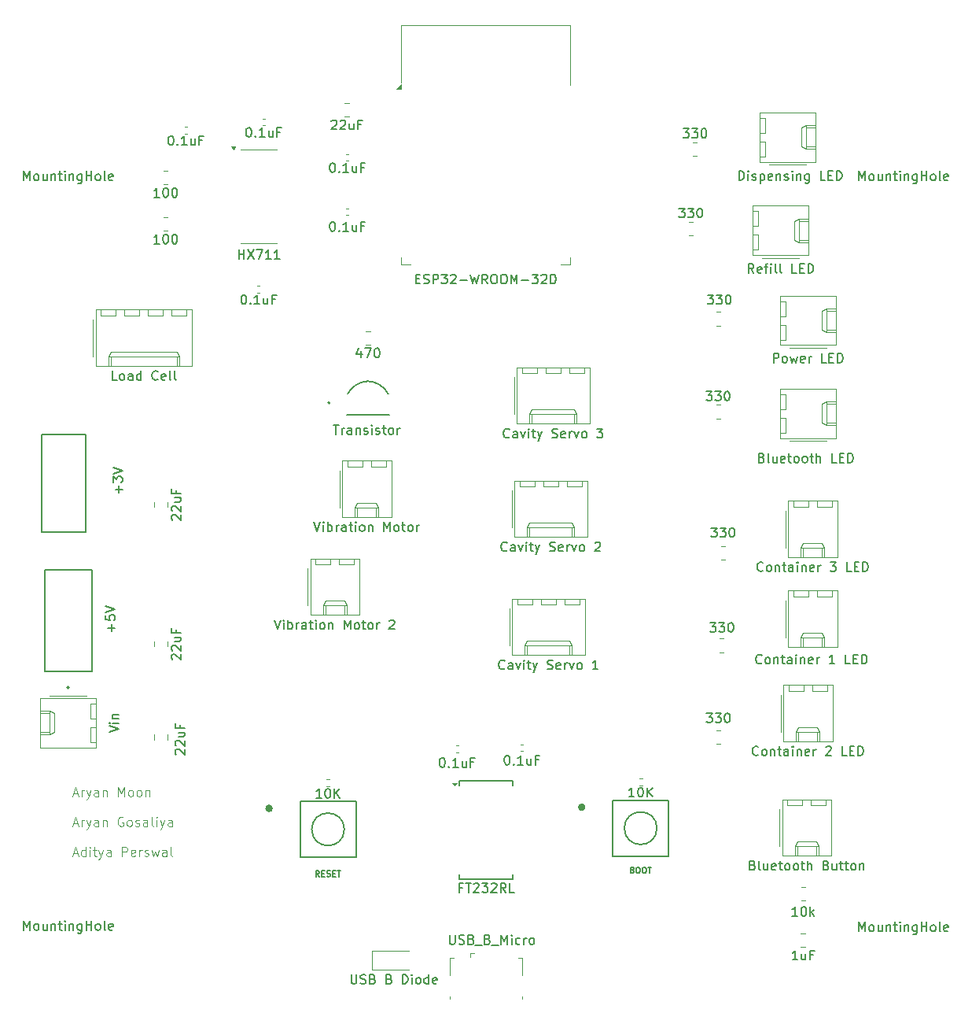
<source format=gbr>
%TF.GenerationSoftware,KiCad,Pcbnew,8.0.8*%
%TF.CreationDate,2025-04-06T12:17:53-05:00*%
%TF.ProjectId,ECE 445 PCBWay Order 4,45434520-3434-4352-9050-434257617920,rev?*%
%TF.SameCoordinates,Original*%
%TF.FileFunction,Legend,Top*%
%TF.FilePolarity,Positive*%
%FSLAX46Y46*%
G04 Gerber Fmt 4.6, Leading zero omitted, Abs format (unit mm)*
G04 Created by KiCad (PCBNEW 8.0.8) date 2025-04-06 12:17:53*
%MOMM*%
%LPD*%
G01*
G04 APERTURE LIST*
%ADD10C,0.100000*%
%ADD11C,0.150000*%
%ADD12C,0.120000*%
%ADD13C,0.127000*%
%ADD14C,0.400000*%
%ADD15C,0.152400*%
%ADD16C,0.200000*%
G04 APERTURE END LIST*
D10*
X105539265Y-116082928D02*
X106015455Y-116082928D01*
X105444027Y-116368643D02*
X105777360Y-115368643D01*
X105777360Y-115368643D02*
X106110693Y-116368643D01*
X106444027Y-116368643D02*
X106444027Y-115701976D01*
X106444027Y-115892452D02*
X106491646Y-115797214D01*
X106491646Y-115797214D02*
X106539265Y-115749595D01*
X106539265Y-115749595D02*
X106634503Y-115701976D01*
X106634503Y-115701976D02*
X106729741Y-115701976D01*
X106967837Y-115701976D02*
X107205932Y-116368643D01*
X107444027Y-115701976D02*
X107205932Y-116368643D01*
X107205932Y-116368643D02*
X107110694Y-116606738D01*
X107110694Y-116606738D02*
X107063075Y-116654357D01*
X107063075Y-116654357D02*
X106967837Y-116701976D01*
X108253551Y-116368643D02*
X108253551Y-115844833D01*
X108253551Y-115844833D02*
X108205932Y-115749595D01*
X108205932Y-115749595D02*
X108110694Y-115701976D01*
X108110694Y-115701976D02*
X107920218Y-115701976D01*
X107920218Y-115701976D02*
X107824980Y-115749595D01*
X108253551Y-116321024D02*
X108158313Y-116368643D01*
X108158313Y-116368643D02*
X107920218Y-116368643D01*
X107920218Y-116368643D02*
X107824980Y-116321024D01*
X107824980Y-116321024D02*
X107777361Y-116225785D01*
X107777361Y-116225785D02*
X107777361Y-116130547D01*
X107777361Y-116130547D02*
X107824980Y-116035309D01*
X107824980Y-116035309D02*
X107920218Y-115987690D01*
X107920218Y-115987690D02*
X108158313Y-115987690D01*
X108158313Y-115987690D02*
X108253551Y-115940071D01*
X108729742Y-115701976D02*
X108729742Y-116368643D01*
X108729742Y-115797214D02*
X108777361Y-115749595D01*
X108777361Y-115749595D02*
X108872599Y-115701976D01*
X108872599Y-115701976D02*
X109015456Y-115701976D01*
X109015456Y-115701976D02*
X109110694Y-115749595D01*
X109110694Y-115749595D02*
X109158313Y-115844833D01*
X109158313Y-115844833D02*
X109158313Y-116368643D01*
X110396409Y-116368643D02*
X110396409Y-115368643D01*
X110396409Y-115368643D02*
X110729742Y-116082928D01*
X110729742Y-116082928D02*
X111063075Y-115368643D01*
X111063075Y-115368643D02*
X111063075Y-116368643D01*
X111682123Y-116368643D02*
X111586885Y-116321024D01*
X111586885Y-116321024D02*
X111539266Y-116273404D01*
X111539266Y-116273404D02*
X111491647Y-116178166D01*
X111491647Y-116178166D02*
X111491647Y-115892452D01*
X111491647Y-115892452D02*
X111539266Y-115797214D01*
X111539266Y-115797214D02*
X111586885Y-115749595D01*
X111586885Y-115749595D02*
X111682123Y-115701976D01*
X111682123Y-115701976D02*
X111824980Y-115701976D01*
X111824980Y-115701976D02*
X111920218Y-115749595D01*
X111920218Y-115749595D02*
X111967837Y-115797214D01*
X111967837Y-115797214D02*
X112015456Y-115892452D01*
X112015456Y-115892452D02*
X112015456Y-116178166D01*
X112015456Y-116178166D02*
X111967837Y-116273404D01*
X111967837Y-116273404D02*
X111920218Y-116321024D01*
X111920218Y-116321024D02*
X111824980Y-116368643D01*
X111824980Y-116368643D02*
X111682123Y-116368643D01*
X112586885Y-116368643D02*
X112491647Y-116321024D01*
X112491647Y-116321024D02*
X112444028Y-116273404D01*
X112444028Y-116273404D02*
X112396409Y-116178166D01*
X112396409Y-116178166D02*
X112396409Y-115892452D01*
X112396409Y-115892452D02*
X112444028Y-115797214D01*
X112444028Y-115797214D02*
X112491647Y-115749595D01*
X112491647Y-115749595D02*
X112586885Y-115701976D01*
X112586885Y-115701976D02*
X112729742Y-115701976D01*
X112729742Y-115701976D02*
X112824980Y-115749595D01*
X112824980Y-115749595D02*
X112872599Y-115797214D01*
X112872599Y-115797214D02*
X112920218Y-115892452D01*
X112920218Y-115892452D02*
X112920218Y-116178166D01*
X112920218Y-116178166D02*
X112872599Y-116273404D01*
X112872599Y-116273404D02*
X112824980Y-116321024D01*
X112824980Y-116321024D02*
X112729742Y-116368643D01*
X112729742Y-116368643D02*
X112586885Y-116368643D01*
X113348790Y-115701976D02*
X113348790Y-116368643D01*
X113348790Y-115797214D02*
X113396409Y-115749595D01*
X113396409Y-115749595D02*
X113491647Y-115701976D01*
X113491647Y-115701976D02*
X113634504Y-115701976D01*
X113634504Y-115701976D02*
X113729742Y-115749595D01*
X113729742Y-115749595D02*
X113777361Y-115844833D01*
X113777361Y-115844833D02*
X113777361Y-116368643D01*
X105539265Y-119302816D02*
X106015455Y-119302816D01*
X105444027Y-119588531D02*
X105777360Y-118588531D01*
X105777360Y-118588531D02*
X106110693Y-119588531D01*
X106444027Y-119588531D02*
X106444027Y-118921864D01*
X106444027Y-119112340D02*
X106491646Y-119017102D01*
X106491646Y-119017102D02*
X106539265Y-118969483D01*
X106539265Y-118969483D02*
X106634503Y-118921864D01*
X106634503Y-118921864D02*
X106729741Y-118921864D01*
X106967837Y-118921864D02*
X107205932Y-119588531D01*
X107444027Y-118921864D02*
X107205932Y-119588531D01*
X107205932Y-119588531D02*
X107110694Y-119826626D01*
X107110694Y-119826626D02*
X107063075Y-119874245D01*
X107063075Y-119874245D02*
X106967837Y-119921864D01*
X108253551Y-119588531D02*
X108253551Y-119064721D01*
X108253551Y-119064721D02*
X108205932Y-118969483D01*
X108205932Y-118969483D02*
X108110694Y-118921864D01*
X108110694Y-118921864D02*
X107920218Y-118921864D01*
X107920218Y-118921864D02*
X107824980Y-118969483D01*
X108253551Y-119540912D02*
X108158313Y-119588531D01*
X108158313Y-119588531D02*
X107920218Y-119588531D01*
X107920218Y-119588531D02*
X107824980Y-119540912D01*
X107824980Y-119540912D02*
X107777361Y-119445673D01*
X107777361Y-119445673D02*
X107777361Y-119350435D01*
X107777361Y-119350435D02*
X107824980Y-119255197D01*
X107824980Y-119255197D02*
X107920218Y-119207578D01*
X107920218Y-119207578D02*
X108158313Y-119207578D01*
X108158313Y-119207578D02*
X108253551Y-119159959D01*
X108729742Y-118921864D02*
X108729742Y-119588531D01*
X108729742Y-119017102D02*
X108777361Y-118969483D01*
X108777361Y-118969483D02*
X108872599Y-118921864D01*
X108872599Y-118921864D02*
X109015456Y-118921864D01*
X109015456Y-118921864D02*
X109110694Y-118969483D01*
X109110694Y-118969483D02*
X109158313Y-119064721D01*
X109158313Y-119064721D02*
X109158313Y-119588531D01*
X110920218Y-118636150D02*
X110824980Y-118588531D01*
X110824980Y-118588531D02*
X110682123Y-118588531D01*
X110682123Y-118588531D02*
X110539266Y-118636150D01*
X110539266Y-118636150D02*
X110444028Y-118731388D01*
X110444028Y-118731388D02*
X110396409Y-118826626D01*
X110396409Y-118826626D02*
X110348790Y-119017102D01*
X110348790Y-119017102D02*
X110348790Y-119159959D01*
X110348790Y-119159959D02*
X110396409Y-119350435D01*
X110396409Y-119350435D02*
X110444028Y-119445673D01*
X110444028Y-119445673D02*
X110539266Y-119540912D01*
X110539266Y-119540912D02*
X110682123Y-119588531D01*
X110682123Y-119588531D02*
X110777361Y-119588531D01*
X110777361Y-119588531D02*
X110920218Y-119540912D01*
X110920218Y-119540912D02*
X110967837Y-119493292D01*
X110967837Y-119493292D02*
X110967837Y-119159959D01*
X110967837Y-119159959D02*
X110777361Y-119159959D01*
X111539266Y-119588531D02*
X111444028Y-119540912D01*
X111444028Y-119540912D02*
X111396409Y-119493292D01*
X111396409Y-119493292D02*
X111348790Y-119398054D01*
X111348790Y-119398054D02*
X111348790Y-119112340D01*
X111348790Y-119112340D02*
X111396409Y-119017102D01*
X111396409Y-119017102D02*
X111444028Y-118969483D01*
X111444028Y-118969483D02*
X111539266Y-118921864D01*
X111539266Y-118921864D02*
X111682123Y-118921864D01*
X111682123Y-118921864D02*
X111777361Y-118969483D01*
X111777361Y-118969483D02*
X111824980Y-119017102D01*
X111824980Y-119017102D02*
X111872599Y-119112340D01*
X111872599Y-119112340D02*
X111872599Y-119398054D01*
X111872599Y-119398054D02*
X111824980Y-119493292D01*
X111824980Y-119493292D02*
X111777361Y-119540912D01*
X111777361Y-119540912D02*
X111682123Y-119588531D01*
X111682123Y-119588531D02*
X111539266Y-119588531D01*
X112253552Y-119540912D02*
X112348790Y-119588531D01*
X112348790Y-119588531D02*
X112539266Y-119588531D01*
X112539266Y-119588531D02*
X112634504Y-119540912D01*
X112634504Y-119540912D02*
X112682123Y-119445673D01*
X112682123Y-119445673D02*
X112682123Y-119398054D01*
X112682123Y-119398054D02*
X112634504Y-119302816D01*
X112634504Y-119302816D02*
X112539266Y-119255197D01*
X112539266Y-119255197D02*
X112396409Y-119255197D01*
X112396409Y-119255197D02*
X112301171Y-119207578D01*
X112301171Y-119207578D02*
X112253552Y-119112340D01*
X112253552Y-119112340D02*
X112253552Y-119064721D01*
X112253552Y-119064721D02*
X112301171Y-118969483D01*
X112301171Y-118969483D02*
X112396409Y-118921864D01*
X112396409Y-118921864D02*
X112539266Y-118921864D01*
X112539266Y-118921864D02*
X112634504Y-118969483D01*
X113539266Y-119588531D02*
X113539266Y-119064721D01*
X113539266Y-119064721D02*
X113491647Y-118969483D01*
X113491647Y-118969483D02*
X113396409Y-118921864D01*
X113396409Y-118921864D02*
X113205933Y-118921864D01*
X113205933Y-118921864D02*
X113110695Y-118969483D01*
X113539266Y-119540912D02*
X113444028Y-119588531D01*
X113444028Y-119588531D02*
X113205933Y-119588531D01*
X113205933Y-119588531D02*
X113110695Y-119540912D01*
X113110695Y-119540912D02*
X113063076Y-119445673D01*
X113063076Y-119445673D02*
X113063076Y-119350435D01*
X113063076Y-119350435D02*
X113110695Y-119255197D01*
X113110695Y-119255197D02*
X113205933Y-119207578D01*
X113205933Y-119207578D02*
X113444028Y-119207578D01*
X113444028Y-119207578D02*
X113539266Y-119159959D01*
X114158314Y-119588531D02*
X114063076Y-119540912D01*
X114063076Y-119540912D02*
X114015457Y-119445673D01*
X114015457Y-119445673D02*
X114015457Y-118588531D01*
X114539267Y-119588531D02*
X114539267Y-118921864D01*
X114539267Y-118588531D02*
X114491648Y-118636150D01*
X114491648Y-118636150D02*
X114539267Y-118683769D01*
X114539267Y-118683769D02*
X114586886Y-118636150D01*
X114586886Y-118636150D02*
X114539267Y-118588531D01*
X114539267Y-118588531D02*
X114539267Y-118683769D01*
X114920219Y-118921864D02*
X115158314Y-119588531D01*
X115396409Y-118921864D02*
X115158314Y-119588531D01*
X115158314Y-119588531D02*
X115063076Y-119826626D01*
X115063076Y-119826626D02*
X115015457Y-119874245D01*
X115015457Y-119874245D02*
X114920219Y-119921864D01*
X116205933Y-119588531D02*
X116205933Y-119064721D01*
X116205933Y-119064721D02*
X116158314Y-118969483D01*
X116158314Y-118969483D02*
X116063076Y-118921864D01*
X116063076Y-118921864D02*
X115872600Y-118921864D01*
X115872600Y-118921864D02*
X115777362Y-118969483D01*
X116205933Y-119540912D02*
X116110695Y-119588531D01*
X116110695Y-119588531D02*
X115872600Y-119588531D01*
X115872600Y-119588531D02*
X115777362Y-119540912D01*
X115777362Y-119540912D02*
X115729743Y-119445673D01*
X115729743Y-119445673D02*
X115729743Y-119350435D01*
X115729743Y-119350435D02*
X115777362Y-119255197D01*
X115777362Y-119255197D02*
X115872600Y-119207578D01*
X115872600Y-119207578D02*
X116110695Y-119207578D01*
X116110695Y-119207578D02*
X116205933Y-119159959D01*
X105539265Y-122522704D02*
X106015455Y-122522704D01*
X105444027Y-122808419D02*
X105777360Y-121808419D01*
X105777360Y-121808419D02*
X106110693Y-122808419D01*
X106872598Y-122808419D02*
X106872598Y-121808419D01*
X106872598Y-122760800D02*
X106777360Y-122808419D01*
X106777360Y-122808419D02*
X106586884Y-122808419D01*
X106586884Y-122808419D02*
X106491646Y-122760800D01*
X106491646Y-122760800D02*
X106444027Y-122713180D01*
X106444027Y-122713180D02*
X106396408Y-122617942D01*
X106396408Y-122617942D02*
X106396408Y-122332228D01*
X106396408Y-122332228D02*
X106444027Y-122236990D01*
X106444027Y-122236990D02*
X106491646Y-122189371D01*
X106491646Y-122189371D02*
X106586884Y-122141752D01*
X106586884Y-122141752D02*
X106777360Y-122141752D01*
X106777360Y-122141752D02*
X106872598Y-122189371D01*
X107348789Y-122808419D02*
X107348789Y-122141752D01*
X107348789Y-121808419D02*
X107301170Y-121856038D01*
X107301170Y-121856038D02*
X107348789Y-121903657D01*
X107348789Y-121903657D02*
X107396408Y-121856038D01*
X107396408Y-121856038D02*
X107348789Y-121808419D01*
X107348789Y-121808419D02*
X107348789Y-121903657D01*
X107682122Y-122141752D02*
X108063074Y-122141752D01*
X107824979Y-121808419D02*
X107824979Y-122665561D01*
X107824979Y-122665561D02*
X107872598Y-122760800D01*
X107872598Y-122760800D02*
X107967836Y-122808419D01*
X107967836Y-122808419D02*
X108063074Y-122808419D01*
X108301170Y-122141752D02*
X108539265Y-122808419D01*
X108777360Y-122141752D02*
X108539265Y-122808419D01*
X108539265Y-122808419D02*
X108444027Y-123046514D01*
X108444027Y-123046514D02*
X108396408Y-123094133D01*
X108396408Y-123094133D02*
X108301170Y-123141752D01*
X109586884Y-122808419D02*
X109586884Y-122284609D01*
X109586884Y-122284609D02*
X109539265Y-122189371D01*
X109539265Y-122189371D02*
X109444027Y-122141752D01*
X109444027Y-122141752D02*
X109253551Y-122141752D01*
X109253551Y-122141752D02*
X109158313Y-122189371D01*
X109586884Y-122760800D02*
X109491646Y-122808419D01*
X109491646Y-122808419D02*
X109253551Y-122808419D01*
X109253551Y-122808419D02*
X109158313Y-122760800D01*
X109158313Y-122760800D02*
X109110694Y-122665561D01*
X109110694Y-122665561D02*
X109110694Y-122570323D01*
X109110694Y-122570323D02*
X109158313Y-122475085D01*
X109158313Y-122475085D02*
X109253551Y-122427466D01*
X109253551Y-122427466D02*
X109491646Y-122427466D01*
X109491646Y-122427466D02*
X109586884Y-122379847D01*
X110824980Y-122808419D02*
X110824980Y-121808419D01*
X110824980Y-121808419D02*
X111205932Y-121808419D01*
X111205932Y-121808419D02*
X111301170Y-121856038D01*
X111301170Y-121856038D02*
X111348789Y-121903657D01*
X111348789Y-121903657D02*
X111396408Y-121998895D01*
X111396408Y-121998895D02*
X111396408Y-122141752D01*
X111396408Y-122141752D02*
X111348789Y-122236990D01*
X111348789Y-122236990D02*
X111301170Y-122284609D01*
X111301170Y-122284609D02*
X111205932Y-122332228D01*
X111205932Y-122332228D02*
X110824980Y-122332228D01*
X112205932Y-122760800D02*
X112110694Y-122808419D01*
X112110694Y-122808419D02*
X111920218Y-122808419D01*
X111920218Y-122808419D02*
X111824980Y-122760800D01*
X111824980Y-122760800D02*
X111777361Y-122665561D01*
X111777361Y-122665561D02*
X111777361Y-122284609D01*
X111777361Y-122284609D02*
X111824980Y-122189371D01*
X111824980Y-122189371D02*
X111920218Y-122141752D01*
X111920218Y-122141752D02*
X112110694Y-122141752D01*
X112110694Y-122141752D02*
X112205932Y-122189371D01*
X112205932Y-122189371D02*
X112253551Y-122284609D01*
X112253551Y-122284609D02*
X112253551Y-122379847D01*
X112253551Y-122379847D02*
X111777361Y-122475085D01*
X112682123Y-122808419D02*
X112682123Y-122141752D01*
X112682123Y-122332228D02*
X112729742Y-122236990D01*
X112729742Y-122236990D02*
X112777361Y-122189371D01*
X112777361Y-122189371D02*
X112872599Y-122141752D01*
X112872599Y-122141752D02*
X112967837Y-122141752D01*
X113253552Y-122760800D02*
X113348790Y-122808419D01*
X113348790Y-122808419D02*
X113539266Y-122808419D01*
X113539266Y-122808419D02*
X113634504Y-122760800D01*
X113634504Y-122760800D02*
X113682123Y-122665561D01*
X113682123Y-122665561D02*
X113682123Y-122617942D01*
X113682123Y-122617942D02*
X113634504Y-122522704D01*
X113634504Y-122522704D02*
X113539266Y-122475085D01*
X113539266Y-122475085D02*
X113396409Y-122475085D01*
X113396409Y-122475085D02*
X113301171Y-122427466D01*
X113301171Y-122427466D02*
X113253552Y-122332228D01*
X113253552Y-122332228D02*
X113253552Y-122284609D01*
X113253552Y-122284609D02*
X113301171Y-122189371D01*
X113301171Y-122189371D02*
X113396409Y-122141752D01*
X113396409Y-122141752D02*
X113539266Y-122141752D01*
X113539266Y-122141752D02*
X113634504Y-122189371D01*
X114015457Y-122141752D02*
X114205933Y-122808419D01*
X114205933Y-122808419D02*
X114396409Y-122332228D01*
X114396409Y-122332228D02*
X114586885Y-122808419D01*
X114586885Y-122808419D02*
X114777361Y-122141752D01*
X115586885Y-122808419D02*
X115586885Y-122284609D01*
X115586885Y-122284609D02*
X115539266Y-122189371D01*
X115539266Y-122189371D02*
X115444028Y-122141752D01*
X115444028Y-122141752D02*
X115253552Y-122141752D01*
X115253552Y-122141752D02*
X115158314Y-122189371D01*
X115586885Y-122760800D02*
X115491647Y-122808419D01*
X115491647Y-122808419D02*
X115253552Y-122808419D01*
X115253552Y-122808419D02*
X115158314Y-122760800D01*
X115158314Y-122760800D02*
X115110695Y-122665561D01*
X115110695Y-122665561D02*
X115110695Y-122570323D01*
X115110695Y-122570323D02*
X115158314Y-122475085D01*
X115158314Y-122475085D02*
X115253552Y-122427466D01*
X115253552Y-122427466D02*
X115491647Y-122427466D01*
X115491647Y-122427466D02*
X115586885Y-122379847D01*
X116205933Y-122808419D02*
X116110695Y-122760800D01*
X116110695Y-122760800D02*
X116063076Y-122665561D01*
X116063076Y-122665561D02*
X116063076Y-121808419D01*
D11*
X127207190Y-97387819D02*
X127540523Y-98387819D01*
X127540523Y-98387819D02*
X127873856Y-97387819D01*
X128207190Y-98387819D02*
X128207190Y-97721152D01*
X128207190Y-97387819D02*
X128159571Y-97435438D01*
X128159571Y-97435438D02*
X128207190Y-97483057D01*
X128207190Y-97483057D02*
X128254809Y-97435438D01*
X128254809Y-97435438D02*
X128207190Y-97387819D01*
X128207190Y-97387819D02*
X128207190Y-97483057D01*
X128683380Y-98387819D02*
X128683380Y-97387819D01*
X128683380Y-97768771D02*
X128778618Y-97721152D01*
X128778618Y-97721152D02*
X128969094Y-97721152D01*
X128969094Y-97721152D02*
X129064332Y-97768771D01*
X129064332Y-97768771D02*
X129111951Y-97816390D01*
X129111951Y-97816390D02*
X129159570Y-97911628D01*
X129159570Y-97911628D02*
X129159570Y-98197342D01*
X129159570Y-98197342D02*
X129111951Y-98292580D01*
X129111951Y-98292580D02*
X129064332Y-98340200D01*
X129064332Y-98340200D02*
X128969094Y-98387819D01*
X128969094Y-98387819D02*
X128778618Y-98387819D01*
X128778618Y-98387819D02*
X128683380Y-98340200D01*
X129588142Y-98387819D02*
X129588142Y-97721152D01*
X129588142Y-97911628D02*
X129635761Y-97816390D01*
X129635761Y-97816390D02*
X129683380Y-97768771D01*
X129683380Y-97768771D02*
X129778618Y-97721152D01*
X129778618Y-97721152D02*
X129873856Y-97721152D01*
X130635761Y-98387819D02*
X130635761Y-97864009D01*
X130635761Y-97864009D02*
X130588142Y-97768771D01*
X130588142Y-97768771D02*
X130492904Y-97721152D01*
X130492904Y-97721152D02*
X130302428Y-97721152D01*
X130302428Y-97721152D02*
X130207190Y-97768771D01*
X130635761Y-98340200D02*
X130540523Y-98387819D01*
X130540523Y-98387819D02*
X130302428Y-98387819D01*
X130302428Y-98387819D02*
X130207190Y-98340200D01*
X130207190Y-98340200D02*
X130159571Y-98244961D01*
X130159571Y-98244961D02*
X130159571Y-98149723D01*
X130159571Y-98149723D02*
X130207190Y-98054485D01*
X130207190Y-98054485D02*
X130302428Y-98006866D01*
X130302428Y-98006866D02*
X130540523Y-98006866D01*
X130540523Y-98006866D02*
X130635761Y-97959247D01*
X130969095Y-97721152D02*
X131350047Y-97721152D01*
X131111952Y-97387819D02*
X131111952Y-98244961D01*
X131111952Y-98244961D02*
X131159571Y-98340200D01*
X131159571Y-98340200D02*
X131254809Y-98387819D01*
X131254809Y-98387819D02*
X131350047Y-98387819D01*
X131683381Y-98387819D02*
X131683381Y-97721152D01*
X131683381Y-97387819D02*
X131635762Y-97435438D01*
X131635762Y-97435438D02*
X131683381Y-97483057D01*
X131683381Y-97483057D02*
X131731000Y-97435438D01*
X131731000Y-97435438D02*
X131683381Y-97387819D01*
X131683381Y-97387819D02*
X131683381Y-97483057D01*
X132302428Y-98387819D02*
X132207190Y-98340200D01*
X132207190Y-98340200D02*
X132159571Y-98292580D01*
X132159571Y-98292580D02*
X132111952Y-98197342D01*
X132111952Y-98197342D02*
X132111952Y-97911628D01*
X132111952Y-97911628D02*
X132159571Y-97816390D01*
X132159571Y-97816390D02*
X132207190Y-97768771D01*
X132207190Y-97768771D02*
X132302428Y-97721152D01*
X132302428Y-97721152D02*
X132445285Y-97721152D01*
X132445285Y-97721152D02*
X132540523Y-97768771D01*
X132540523Y-97768771D02*
X132588142Y-97816390D01*
X132588142Y-97816390D02*
X132635761Y-97911628D01*
X132635761Y-97911628D02*
X132635761Y-98197342D01*
X132635761Y-98197342D02*
X132588142Y-98292580D01*
X132588142Y-98292580D02*
X132540523Y-98340200D01*
X132540523Y-98340200D02*
X132445285Y-98387819D01*
X132445285Y-98387819D02*
X132302428Y-98387819D01*
X133064333Y-97721152D02*
X133064333Y-98387819D01*
X133064333Y-97816390D02*
X133111952Y-97768771D01*
X133111952Y-97768771D02*
X133207190Y-97721152D01*
X133207190Y-97721152D02*
X133350047Y-97721152D01*
X133350047Y-97721152D02*
X133445285Y-97768771D01*
X133445285Y-97768771D02*
X133492904Y-97864009D01*
X133492904Y-97864009D02*
X133492904Y-98387819D01*
X134731000Y-98387819D02*
X134731000Y-97387819D01*
X134731000Y-97387819D02*
X135064333Y-98102104D01*
X135064333Y-98102104D02*
X135397666Y-97387819D01*
X135397666Y-97387819D02*
X135397666Y-98387819D01*
X136016714Y-98387819D02*
X135921476Y-98340200D01*
X135921476Y-98340200D02*
X135873857Y-98292580D01*
X135873857Y-98292580D02*
X135826238Y-98197342D01*
X135826238Y-98197342D02*
X135826238Y-97911628D01*
X135826238Y-97911628D02*
X135873857Y-97816390D01*
X135873857Y-97816390D02*
X135921476Y-97768771D01*
X135921476Y-97768771D02*
X136016714Y-97721152D01*
X136016714Y-97721152D02*
X136159571Y-97721152D01*
X136159571Y-97721152D02*
X136254809Y-97768771D01*
X136254809Y-97768771D02*
X136302428Y-97816390D01*
X136302428Y-97816390D02*
X136350047Y-97911628D01*
X136350047Y-97911628D02*
X136350047Y-98197342D01*
X136350047Y-98197342D02*
X136302428Y-98292580D01*
X136302428Y-98292580D02*
X136254809Y-98340200D01*
X136254809Y-98340200D02*
X136159571Y-98387819D01*
X136159571Y-98387819D02*
X136016714Y-98387819D01*
X136635762Y-97721152D02*
X137016714Y-97721152D01*
X136778619Y-97387819D02*
X136778619Y-98244961D01*
X136778619Y-98244961D02*
X136826238Y-98340200D01*
X136826238Y-98340200D02*
X136921476Y-98387819D01*
X136921476Y-98387819D02*
X137016714Y-98387819D01*
X137492905Y-98387819D02*
X137397667Y-98340200D01*
X137397667Y-98340200D02*
X137350048Y-98292580D01*
X137350048Y-98292580D02*
X137302429Y-98197342D01*
X137302429Y-98197342D02*
X137302429Y-97911628D01*
X137302429Y-97911628D02*
X137350048Y-97816390D01*
X137350048Y-97816390D02*
X137397667Y-97768771D01*
X137397667Y-97768771D02*
X137492905Y-97721152D01*
X137492905Y-97721152D02*
X137635762Y-97721152D01*
X137635762Y-97721152D02*
X137731000Y-97768771D01*
X137731000Y-97768771D02*
X137778619Y-97816390D01*
X137778619Y-97816390D02*
X137826238Y-97911628D01*
X137826238Y-97911628D02*
X137826238Y-98197342D01*
X137826238Y-98197342D02*
X137778619Y-98292580D01*
X137778619Y-98292580D02*
X137731000Y-98340200D01*
X137731000Y-98340200D02*
X137635762Y-98387819D01*
X137635762Y-98387819D02*
X137492905Y-98387819D01*
X138254810Y-98387819D02*
X138254810Y-97721152D01*
X138254810Y-97911628D02*
X138302429Y-97816390D01*
X138302429Y-97816390D02*
X138350048Y-97768771D01*
X138350048Y-97768771D02*
X138445286Y-97721152D01*
X138445286Y-97721152D02*
X138540524Y-97721152D01*
X139588144Y-97483057D02*
X139635763Y-97435438D01*
X139635763Y-97435438D02*
X139731001Y-97387819D01*
X139731001Y-97387819D02*
X139969096Y-97387819D01*
X139969096Y-97387819D02*
X140064334Y-97435438D01*
X140064334Y-97435438D02*
X140111953Y-97483057D01*
X140111953Y-97483057D02*
X140159572Y-97578295D01*
X140159572Y-97578295D02*
X140159572Y-97673533D01*
X140159572Y-97673533D02*
X140111953Y-97816390D01*
X140111953Y-97816390D02*
X139540525Y-98387819D01*
X139540525Y-98387819D02*
X140159572Y-98387819D01*
X116230057Y-86642856D02*
X116182438Y-86595237D01*
X116182438Y-86595237D02*
X116134819Y-86499999D01*
X116134819Y-86499999D02*
X116134819Y-86261904D01*
X116134819Y-86261904D02*
X116182438Y-86166666D01*
X116182438Y-86166666D02*
X116230057Y-86119047D01*
X116230057Y-86119047D02*
X116325295Y-86071428D01*
X116325295Y-86071428D02*
X116420533Y-86071428D01*
X116420533Y-86071428D02*
X116563390Y-86119047D01*
X116563390Y-86119047D02*
X117134819Y-86690475D01*
X117134819Y-86690475D02*
X117134819Y-86071428D01*
X116230057Y-85690475D02*
X116182438Y-85642856D01*
X116182438Y-85642856D02*
X116134819Y-85547618D01*
X116134819Y-85547618D02*
X116134819Y-85309523D01*
X116134819Y-85309523D02*
X116182438Y-85214285D01*
X116182438Y-85214285D02*
X116230057Y-85166666D01*
X116230057Y-85166666D02*
X116325295Y-85119047D01*
X116325295Y-85119047D02*
X116420533Y-85119047D01*
X116420533Y-85119047D02*
X116563390Y-85166666D01*
X116563390Y-85166666D02*
X117134819Y-85738094D01*
X117134819Y-85738094D02*
X117134819Y-85119047D01*
X116468152Y-84261904D02*
X117134819Y-84261904D01*
X116468152Y-84690475D02*
X116991961Y-84690475D01*
X116991961Y-84690475D02*
X117087200Y-84642856D01*
X117087200Y-84642856D02*
X117134819Y-84547618D01*
X117134819Y-84547618D02*
X117134819Y-84404761D01*
X117134819Y-84404761D02*
X117087200Y-84309523D01*
X117087200Y-84309523D02*
X117039580Y-84261904D01*
X116611009Y-83452380D02*
X116611009Y-83785713D01*
X117134819Y-83785713D02*
X116134819Y-83785713D01*
X116134819Y-83785713D02*
X116134819Y-83309523D01*
X183554761Y-133960819D02*
X182983333Y-133960819D01*
X183269047Y-133960819D02*
X183269047Y-132960819D01*
X183269047Y-132960819D02*
X183173809Y-133103676D01*
X183173809Y-133103676D02*
X183078571Y-133198914D01*
X183078571Y-133198914D02*
X182983333Y-133246533D01*
X184411904Y-133294152D02*
X184411904Y-133960819D01*
X183983333Y-133294152D02*
X183983333Y-133817961D01*
X183983333Y-133817961D02*
X184030952Y-133913200D01*
X184030952Y-133913200D02*
X184126190Y-133960819D01*
X184126190Y-133960819D02*
X184269047Y-133960819D01*
X184269047Y-133960819D02*
X184364285Y-133913200D01*
X184364285Y-133913200D02*
X184411904Y-133865580D01*
X185221428Y-133437009D02*
X184888095Y-133437009D01*
X184888095Y-133960819D02*
X184888095Y-132960819D01*
X184888095Y-132960819D02*
X185364285Y-132960819D01*
X132300523Y-116548819D02*
X131729095Y-116548819D01*
X132014809Y-116548819D02*
X132014809Y-115548819D01*
X132014809Y-115548819D02*
X131919571Y-115691676D01*
X131919571Y-115691676D02*
X131824333Y-115786914D01*
X131824333Y-115786914D02*
X131729095Y-115834533D01*
X132919571Y-115548819D02*
X133014809Y-115548819D01*
X133014809Y-115548819D02*
X133110047Y-115596438D01*
X133110047Y-115596438D02*
X133157666Y-115644057D01*
X133157666Y-115644057D02*
X133205285Y-115739295D01*
X133205285Y-115739295D02*
X133252904Y-115929771D01*
X133252904Y-115929771D02*
X133252904Y-116167866D01*
X133252904Y-116167866D02*
X133205285Y-116358342D01*
X133205285Y-116358342D02*
X133157666Y-116453580D01*
X133157666Y-116453580D02*
X133110047Y-116501200D01*
X133110047Y-116501200D02*
X133014809Y-116548819D01*
X133014809Y-116548819D02*
X132919571Y-116548819D01*
X132919571Y-116548819D02*
X132824333Y-116501200D01*
X132824333Y-116501200D02*
X132776714Y-116453580D01*
X132776714Y-116453580D02*
X132729095Y-116358342D01*
X132729095Y-116358342D02*
X132681476Y-116167866D01*
X132681476Y-116167866D02*
X132681476Y-115929771D01*
X132681476Y-115929771D02*
X132729095Y-115739295D01*
X132729095Y-115739295D02*
X132776714Y-115644057D01*
X132776714Y-115644057D02*
X132824333Y-115596438D01*
X132824333Y-115596438D02*
X132919571Y-115548819D01*
X133681476Y-116548819D02*
X133681476Y-115548819D01*
X134252904Y-116548819D02*
X133824333Y-115977390D01*
X134252904Y-115548819D02*
X133681476Y-116120247D01*
X178824237Y-60088819D02*
X178490904Y-59612628D01*
X178252809Y-60088819D02*
X178252809Y-59088819D01*
X178252809Y-59088819D02*
X178633761Y-59088819D01*
X178633761Y-59088819D02*
X178728999Y-59136438D01*
X178728999Y-59136438D02*
X178776618Y-59184057D01*
X178776618Y-59184057D02*
X178824237Y-59279295D01*
X178824237Y-59279295D02*
X178824237Y-59422152D01*
X178824237Y-59422152D02*
X178776618Y-59517390D01*
X178776618Y-59517390D02*
X178728999Y-59565009D01*
X178728999Y-59565009D02*
X178633761Y-59612628D01*
X178633761Y-59612628D02*
X178252809Y-59612628D01*
X179633761Y-60041200D02*
X179538523Y-60088819D01*
X179538523Y-60088819D02*
X179348047Y-60088819D01*
X179348047Y-60088819D02*
X179252809Y-60041200D01*
X179252809Y-60041200D02*
X179205190Y-59945961D01*
X179205190Y-59945961D02*
X179205190Y-59565009D01*
X179205190Y-59565009D02*
X179252809Y-59469771D01*
X179252809Y-59469771D02*
X179348047Y-59422152D01*
X179348047Y-59422152D02*
X179538523Y-59422152D01*
X179538523Y-59422152D02*
X179633761Y-59469771D01*
X179633761Y-59469771D02*
X179681380Y-59565009D01*
X179681380Y-59565009D02*
X179681380Y-59660247D01*
X179681380Y-59660247D02*
X179205190Y-59755485D01*
X179967095Y-59422152D02*
X180348047Y-59422152D01*
X180109952Y-60088819D02*
X180109952Y-59231676D01*
X180109952Y-59231676D02*
X180157571Y-59136438D01*
X180157571Y-59136438D02*
X180252809Y-59088819D01*
X180252809Y-59088819D02*
X180348047Y-59088819D01*
X180681381Y-60088819D02*
X180681381Y-59422152D01*
X180681381Y-59088819D02*
X180633762Y-59136438D01*
X180633762Y-59136438D02*
X180681381Y-59184057D01*
X180681381Y-59184057D02*
X180729000Y-59136438D01*
X180729000Y-59136438D02*
X180681381Y-59088819D01*
X180681381Y-59088819D02*
X180681381Y-59184057D01*
X181300428Y-60088819D02*
X181205190Y-60041200D01*
X181205190Y-60041200D02*
X181157571Y-59945961D01*
X181157571Y-59945961D02*
X181157571Y-59088819D01*
X181824238Y-60088819D02*
X181729000Y-60041200D01*
X181729000Y-60041200D02*
X181681381Y-59945961D01*
X181681381Y-59945961D02*
X181681381Y-59088819D01*
X183443286Y-60088819D02*
X182967096Y-60088819D01*
X182967096Y-60088819D02*
X182967096Y-59088819D01*
X183776620Y-59565009D02*
X184109953Y-59565009D01*
X184252810Y-60088819D02*
X183776620Y-60088819D01*
X183776620Y-60088819D02*
X183776620Y-59088819D01*
X183776620Y-59088819D02*
X184252810Y-59088819D01*
X184681382Y-60088819D02*
X184681382Y-59088819D01*
X184681382Y-59088819D02*
X184919477Y-59088819D01*
X184919477Y-59088819D02*
X185062334Y-59136438D01*
X185062334Y-59136438D02*
X185157572Y-59231676D01*
X185157572Y-59231676D02*
X185205191Y-59326914D01*
X185205191Y-59326914D02*
X185252810Y-59517390D01*
X185252810Y-59517390D02*
X185252810Y-59660247D01*
X185252810Y-59660247D02*
X185205191Y-59850723D01*
X185205191Y-59850723D02*
X185157572Y-59945961D01*
X185157572Y-59945961D02*
X185062334Y-60041200D01*
X185062334Y-60041200D02*
X184919477Y-60088819D01*
X184919477Y-60088819D02*
X184681382Y-60088819D01*
X100243285Y-50111819D02*
X100243285Y-49111819D01*
X100243285Y-49111819D02*
X100576618Y-49826104D01*
X100576618Y-49826104D02*
X100909951Y-49111819D01*
X100909951Y-49111819D02*
X100909951Y-50111819D01*
X101528999Y-50111819D02*
X101433761Y-50064200D01*
X101433761Y-50064200D02*
X101386142Y-50016580D01*
X101386142Y-50016580D02*
X101338523Y-49921342D01*
X101338523Y-49921342D02*
X101338523Y-49635628D01*
X101338523Y-49635628D02*
X101386142Y-49540390D01*
X101386142Y-49540390D02*
X101433761Y-49492771D01*
X101433761Y-49492771D02*
X101528999Y-49445152D01*
X101528999Y-49445152D02*
X101671856Y-49445152D01*
X101671856Y-49445152D02*
X101767094Y-49492771D01*
X101767094Y-49492771D02*
X101814713Y-49540390D01*
X101814713Y-49540390D02*
X101862332Y-49635628D01*
X101862332Y-49635628D02*
X101862332Y-49921342D01*
X101862332Y-49921342D02*
X101814713Y-50016580D01*
X101814713Y-50016580D02*
X101767094Y-50064200D01*
X101767094Y-50064200D02*
X101671856Y-50111819D01*
X101671856Y-50111819D02*
X101528999Y-50111819D01*
X102719475Y-49445152D02*
X102719475Y-50111819D01*
X102290904Y-49445152D02*
X102290904Y-49968961D01*
X102290904Y-49968961D02*
X102338523Y-50064200D01*
X102338523Y-50064200D02*
X102433761Y-50111819D01*
X102433761Y-50111819D02*
X102576618Y-50111819D01*
X102576618Y-50111819D02*
X102671856Y-50064200D01*
X102671856Y-50064200D02*
X102719475Y-50016580D01*
X103195666Y-49445152D02*
X103195666Y-50111819D01*
X103195666Y-49540390D02*
X103243285Y-49492771D01*
X103243285Y-49492771D02*
X103338523Y-49445152D01*
X103338523Y-49445152D02*
X103481380Y-49445152D01*
X103481380Y-49445152D02*
X103576618Y-49492771D01*
X103576618Y-49492771D02*
X103624237Y-49588009D01*
X103624237Y-49588009D02*
X103624237Y-50111819D01*
X103957571Y-49445152D02*
X104338523Y-49445152D01*
X104100428Y-49111819D02*
X104100428Y-49968961D01*
X104100428Y-49968961D02*
X104148047Y-50064200D01*
X104148047Y-50064200D02*
X104243285Y-50111819D01*
X104243285Y-50111819D02*
X104338523Y-50111819D01*
X104671857Y-50111819D02*
X104671857Y-49445152D01*
X104671857Y-49111819D02*
X104624238Y-49159438D01*
X104624238Y-49159438D02*
X104671857Y-49207057D01*
X104671857Y-49207057D02*
X104719476Y-49159438D01*
X104719476Y-49159438D02*
X104671857Y-49111819D01*
X104671857Y-49111819D02*
X104671857Y-49207057D01*
X105148047Y-49445152D02*
X105148047Y-50111819D01*
X105148047Y-49540390D02*
X105195666Y-49492771D01*
X105195666Y-49492771D02*
X105290904Y-49445152D01*
X105290904Y-49445152D02*
X105433761Y-49445152D01*
X105433761Y-49445152D02*
X105528999Y-49492771D01*
X105528999Y-49492771D02*
X105576618Y-49588009D01*
X105576618Y-49588009D02*
X105576618Y-50111819D01*
X106481380Y-49445152D02*
X106481380Y-50254676D01*
X106481380Y-50254676D02*
X106433761Y-50349914D01*
X106433761Y-50349914D02*
X106386142Y-50397533D01*
X106386142Y-50397533D02*
X106290904Y-50445152D01*
X106290904Y-50445152D02*
X106148047Y-50445152D01*
X106148047Y-50445152D02*
X106052809Y-50397533D01*
X106481380Y-50064200D02*
X106386142Y-50111819D01*
X106386142Y-50111819D02*
X106195666Y-50111819D01*
X106195666Y-50111819D02*
X106100428Y-50064200D01*
X106100428Y-50064200D02*
X106052809Y-50016580D01*
X106052809Y-50016580D02*
X106005190Y-49921342D01*
X106005190Y-49921342D02*
X106005190Y-49635628D01*
X106005190Y-49635628D02*
X106052809Y-49540390D01*
X106052809Y-49540390D02*
X106100428Y-49492771D01*
X106100428Y-49492771D02*
X106195666Y-49445152D01*
X106195666Y-49445152D02*
X106386142Y-49445152D01*
X106386142Y-49445152D02*
X106481380Y-49492771D01*
X106957571Y-50111819D02*
X106957571Y-49111819D01*
X106957571Y-49588009D02*
X107528999Y-49588009D01*
X107528999Y-50111819D02*
X107528999Y-49111819D01*
X108148047Y-50111819D02*
X108052809Y-50064200D01*
X108052809Y-50064200D02*
X108005190Y-50016580D01*
X108005190Y-50016580D02*
X107957571Y-49921342D01*
X107957571Y-49921342D02*
X107957571Y-49635628D01*
X107957571Y-49635628D02*
X108005190Y-49540390D01*
X108005190Y-49540390D02*
X108052809Y-49492771D01*
X108052809Y-49492771D02*
X108148047Y-49445152D01*
X108148047Y-49445152D02*
X108290904Y-49445152D01*
X108290904Y-49445152D02*
X108386142Y-49492771D01*
X108386142Y-49492771D02*
X108433761Y-49540390D01*
X108433761Y-49540390D02*
X108481380Y-49635628D01*
X108481380Y-49635628D02*
X108481380Y-49921342D01*
X108481380Y-49921342D02*
X108433761Y-50016580D01*
X108433761Y-50016580D02*
X108386142Y-50064200D01*
X108386142Y-50064200D02*
X108290904Y-50111819D01*
X108290904Y-50111819D02*
X108148047Y-50111819D01*
X109052809Y-50111819D02*
X108957571Y-50064200D01*
X108957571Y-50064200D02*
X108909952Y-49968961D01*
X108909952Y-49968961D02*
X108909952Y-49111819D01*
X109814714Y-50064200D02*
X109719476Y-50111819D01*
X109719476Y-50111819D02*
X109529000Y-50111819D01*
X109529000Y-50111819D02*
X109433762Y-50064200D01*
X109433762Y-50064200D02*
X109386143Y-49968961D01*
X109386143Y-49968961D02*
X109386143Y-49588009D01*
X109386143Y-49588009D02*
X109433762Y-49492771D01*
X109433762Y-49492771D02*
X109529000Y-49445152D01*
X109529000Y-49445152D02*
X109719476Y-49445152D01*
X109719476Y-49445152D02*
X109814714Y-49492771D01*
X109814714Y-49492771D02*
X109862333Y-49588009D01*
X109862333Y-49588009D02*
X109862333Y-49683247D01*
X109862333Y-49683247D02*
X109386143Y-49778485D01*
X174238286Y-87483819D02*
X174857333Y-87483819D01*
X174857333Y-87483819D02*
X174524000Y-87864771D01*
X174524000Y-87864771D02*
X174666857Y-87864771D01*
X174666857Y-87864771D02*
X174762095Y-87912390D01*
X174762095Y-87912390D02*
X174809714Y-87960009D01*
X174809714Y-87960009D02*
X174857333Y-88055247D01*
X174857333Y-88055247D02*
X174857333Y-88293342D01*
X174857333Y-88293342D02*
X174809714Y-88388580D01*
X174809714Y-88388580D02*
X174762095Y-88436200D01*
X174762095Y-88436200D02*
X174666857Y-88483819D01*
X174666857Y-88483819D02*
X174381143Y-88483819D01*
X174381143Y-88483819D02*
X174285905Y-88436200D01*
X174285905Y-88436200D02*
X174238286Y-88388580D01*
X175190667Y-87483819D02*
X175809714Y-87483819D01*
X175809714Y-87483819D02*
X175476381Y-87864771D01*
X175476381Y-87864771D02*
X175619238Y-87864771D01*
X175619238Y-87864771D02*
X175714476Y-87912390D01*
X175714476Y-87912390D02*
X175762095Y-87960009D01*
X175762095Y-87960009D02*
X175809714Y-88055247D01*
X175809714Y-88055247D02*
X175809714Y-88293342D01*
X175809714Y-88293342D02*
X175762095Y-88388580D01*
X175762095Y-88388580D02*
X175714476Y-88436200D01*
X175714476Y-88436200D02*
X175619238Y-88483819D01*
X175619238Y-88483819D02*
X175333524Y-88483819D01*
X175333524Y-88483819D02*
X175238286Y-88436200D01*
X175238286Y-88436200D02*
X175190667Y-88388580D01*
X176428762Y-87483819D02*
X176524000Y-87483819D01*
X176524000Y-87483819D02*
X176619238Y-87531438D01*
X176619238Y-87531438D02*
X176666857Y-87579057D01*
X176666857Y-87579057D02*
X176714476Y-87674295D01*
X176714476Y-87674295D02*
X176762095Y-87864771D01*
X176762095Y-87864771D02*
X176762095Y-88102866D01*
X176762095Y-88102866D02*
X176714476Y-88293342D01*
X176714476Y-88293342D02*
X176666857Y-88388580D01*
X176666857Y-88388580D02*
X176619238Y-88436200D01*
X176619238Y-88436200D02*
X176524000Y-88483819D01*
X176524000Y-88483819D02*
X176428762Y-88483819D01*
X176428762Y-88483819D02*
X176333524Y-88436200D01*
X176333524Y-88436200D02*
X176285905Y-88388580D01*
X176285905Y-88388580D02*
X176238286Y-88293342D01*
X176238286Y-88293342D02*
X176190667Y-88102866D01*
X176190667Y-88102866D02*
X176190667Y-87864771D01*
X176190667Y-87864771D02*
X176238286Y-87674295D01*
X176238286Y-87674295D02*
X176285905Y-87579057D01*
X176285905Y-87579057D02*
X176333524Y-87531438D01*
X176333524Y-87531438D02*
X176428762Y-87483819D01*
X131493333Y-86846819D02*
X131826666Y-87846819D01*
X131826666Y-87846819D02*
X132159999Y-86846819D01*
X132493333Y-87846819D02*
X132493333Y-87180152D01*
X132493333Y-86846819D02*
X132445714Y-86894438D01*
X132445714Y-86894438D02*
X132493333Y-86942057D01*
X132493333Y-86942057D02*
X132540952Y-86894438D01*
X132540952Y-86894438D02*
X132493333Y-86846819D01*
X132493333Y-86846819D02*
X132493333Y-86942057D01*
X132969523Y-87846819D02*
X132969523Y-86846819D01*
X132969523Y-87227771D02*
X133064761Y-87180152D01*
X133064761Y-87180152D02*
X133255237Y-87180152D01*
X133255237Y-87180152D02*
X133350475Y-87227771D01*
X133350475Y-87227771D02*
X133398094Y-87275390D01*
X133398094Y-87275390D02*
X133445713Y-87370628D01*
X133445713Y-87370628D02*
X133445713Y-87656342D01*
X133445713Y-87656342D02*
X133398094Y-87751580D01*
X133398094Y-87751580D02*
X133350475Y-87799200D01*
X133350475Y-87799200D02*
X133255237Y-87846819D01*
X133255237Y-87846819D02*
X133064761Y-87846819D01*
X133064761Y-87846819D02*
X132969523Y-87799200D01*
X133874285Y-87846819D02*
X133874285Y-87180152D01*
X133874285Y-87370628D02*
X133921904Y-87275390D01*
X133921904Y-87275390D02*
X133969523Y-87227771D01*
X133969523Y-87227771D02*
X134064761Y-87180152D01*
X134064761Y-87180152D02*
X134159999Y-87180152D01*
X134921904Y-87846819D02*
X134921904Y-87323009D01*
X134921904Y-87323009D02*
X134874285Y-87227771D01*
X134874285Y-87227771D02*
X134779047Y-87180152D01*
X134779047Y-87180152D02*
X134588571Y-87180152D01*
X134588571Y-87180152D02*
X134493333Y-87227771D01*
X134921904Y-87799200D02*
X134826666Y-87846819D01*
X134826666Y-87846819D02*
X134588571Y-87846819D01*
X134588571Y-87846819D02*
X134493333Y-87799200D01*
X134493333Y-87799200D02*
X134445714Y-87703961D01*
X134445714Y-87703961D02*
X134445714Y-87608723D01*
X134445714Y-87608723D02*
X134493333Y-87513485D01*
X134493333Y-87513485D02*
X134588571Y-87465866D01*
X134588571Y-87465866D02*
X134826666Y-87465866D01*
X134826666Y-87465866D02*
X134921904Y-87418247D01*
X135255238Y-87180152D02*
X135636190Y-87180152D01*
X135398095Y-86846819D02*
X135398095Y-87703961D01*
X135398095Y-87703961D02*
X135445714Y-87799200D01*
X135445714Y-87799200D02*
X135540952Y-87846819D01*
X135540952Y-87846819D02*
X135636190Y-87846819D01*
X135969524Y-87846819D02*
X135969524Y-87180152D01*
X135969524Y-86846819D02*
X135921905Y-86894438D01*
X135921905Y-86894438D02*
X135969524Y-86942057D01*
X135969524Y-86942057D02*
X136017143Y-86894438D01*
X136017143Y-86894438D02*
X135969524Y-86846819D01*
X135969524Y-86846819D02*
X135969524Y-86942057D01*
X136588571Y-87846819D02*
X136493333Y-87799200D01*
X136493333Y-87799200D02*
X136445714Y-87751580D01*
X136445714Y-87751580D02*
X136398095Y-87656342D01*
X136398095Y-87656342D02*
X136398095Y-87370628D01*
X136398095Y-87370628D02*
X136445714Y-87275390D01*
X136445714Y-87275390D02*
X136493333Y-87227771D01*
X136493333Y-87227771D02*
X136588571Y-87180152D01*
X136588571Y-87180152D02*
X136731428Y-87180152D01*
X136731428Y-87180152D02*
X136826666Y-87227771D01*
X136826666Y-87227771D02*
X136874285Y-87275390D01*
X136874285Y-87275390D02*
X136921904Y-87370628D01*
X136921904Y-87370628D02*
X136921904Y-87656342D01*
X136921904Y-87656342D02*
X136874285Y-87751580D01*
X136874285Y-87751580D02*
X136826666Y-87799200D01*
X136826666Y-87799200D02*
X136731428Y-87846819D01*
X136731428Y-87846819D02*
X136588571Y-87846819D01*
X137350476Y-87180152D02*
X137350476Y-87846819D01*
X137350476Y-87275390D02*
X137398095Y-87227771D01*
X137398095Y-87227771D02*
X137493333Y-87180152D01*
X137493333Y-87180152D02*
X137636190Y-87180152D01*
X137636190Y-87180152D02*
X137731428Y-87227771D01*
X137731428Y-87227771D02*
X137779047Y-87323009D01*
X137779047Y-87323009D02*
X137779047Y-87846819D01*
X139017143Y-87846819D02*
X139017143Y-86846819D01*
X139017143Y-86846819D02*
X139350476Y-87561104D01*
X139350476Y-87561104D02*
X139683809Y-86846819D01*
X139683809Y-86846819D02*
X139683809Y-87846819D01*
X140302857Y-87846819D02*
X140207619Y-87799200D01*
X140207619Y-87799200D02*
X140160000Y-87751580D01*
X140160000Y-87751580D02*
X140112381Y-87656342D01*
X140112381Y-87656342D02*
X140112381Y-87370628D01*
X140112381Y-87370628D02*
X140160000Y-87275390D01*
X140160000Y-87275390D02*
X140207619Y-87227771D01*
X140207619Y-87227771D02*
X140302857Y-87180152D01*
X140302857Y-87180152D02*
X140445714Y-87180152D01*
X140445714Y-87180152D02*
X140540952Y-87227771D01*
X140540952Y-87227771D02*
X140588571Y-87275390D01*
X140588571Y-87275390D02*
X140636190Y-87370628D01*
X140636190Y-87370628D02*
X140636190Y-87656342D01*
X140636190Y-87656342D02*
X140588571Y-87751580D01*
X140588571Y-87751580D02*
X140540952Y-87799200D01*
X140540952Y-87799200D02*
X140445714Y-87846819D01*
X140445714Y-87846819D02*
X140302857Y-87846819D01*
X140921905Y-87180152D02*
X141302857Y-87180152D01*
X141064762Y-86846819D02*
X141064762Y-87703961D01*
X141064762Y-87703961D02*
X141112381Y-87799200D01*
X141112381Y-87799200D02*
X141207619Y-87846819D01*
X141207619Y-87846819D02*
X141302857Y-87846819D01*
X141779048Y-87846819D02*
X141683810Y-87799200D01*
X141683810Y-87799200D02*
X141636191Y-87751580D01*
X141636191Y-87751580D02*
X141588572Y-87656342D01*
X141588572Y-87656342D02*
X141588572Y-87370628D01*
X141588572Y-87370628D02*
X141636191Y-87275390D01*
X141636191Y-87275390D02*
X141683810Y-87227771D01*
X141683810Y-87227771D02*
X141779048Y-87180152D01*
X141779048Y-87180152D02*
X141921905Y-87180152D01*
X141921905Y-87180152D02*
X142017143Y-87227771D01*
X142017143Y-87227771D02*
X142064762Y-87275390D01*
X142064762Y-87275390D02*
X142112381Y-87370628D01*
X142112381Y-87370628D02*
X142112381Y-87656342D01*
X142112381Y-87656342D02*
X142064762Y-87751580D01*
X142064762Y-87751580D02*
X142017143Y-87799200D01*
X142017143Y-87799200D02*
X141921905Y-87846819D01*
X141921905Y-87846819D02*
X141779048Y-87846819D01*
X142540953Y-87846819D02*
X142540953Y-87180152D01*
X142540953Y-87370628D02*
X142588572Y-87275390D01*
X142588572Y-87275390D02*
X142636191Y-87227771D01*
X142636191Y-87227771D02*
X142731429Y-87180152D01*
X142731429Y-87180152D02*
X142826667Y-87180152D01*
X123873143Y-62430819D02*
X123968381Y-62430819D01*
X123968381Y-62430819D02*
X124063619Y-62478438D01*
X124063619Y-62478438D02*
X124111238Y-62526057D01*
X124111238Y-62526057D02*
X124158857Y-62621295D01*
X124158857Y-62621295D02*
X124206476Y-62811771D01*
X124206476Y-62811771D02*
X124206476Y-63049866D01*
X124206476Y-63049866D02*
X124158857Y-63240342D01*
X124158857Y-63240342D02*
X124111238Y-63335580D01*
X124111238Y-63335580D02*
X124063619Y-63383200D01*
X124063619Y-63383200D02*
X123968381Y-63430819D01*
X123968381Y-63430819D02*
X123873143Y-63430819D01*
X123873143Y-63430819D02*
X123777905Y-63383200D01*
X123777905Y-63383200D02*
X123730286Y-63335580D01*
X123730286Y-63335580D02*
X123682667Y-63240342D01*
X123682667Y-63240342D02*
X123635048Y-63049866D01*
X123635048Y-63049866D02*
X123635048Y-62811771D01*
X123635048Y-62811771D02*
X123682667Y-62621295D01*
X123682667Y-62621295D02*
X123730286Y-62526057D01*
X123730286Y-62526057D02*
X123777905Y-62478438D01*
X123777905Y-62478438D02*
X123873143Y-62430819D01*
X124635048Y-63335580D02*
X124682667Y-63383200D01*
X124682667Y-63383200D02*
X124635048Y-63430819D01*
X124635048Y-63430819D02*
X124587429Y-63383200D01*
X124587429Y-63383200D02*
X124635048Y-63335580D01*
X124635048Y-63335580D02*
X124635048Y-63430819D01*
X125635047Y-63430819D02*
X125063619Y-63430819D01*
X125349333Y-63430819D02*
X125349333Y-62430819D01*
X125349333Y-62430819D02*
X125254095Y-62573676D01*
X125254095Y-62573676D02*
X125158857Y-62668914D01*
X125158857Y-62668914D02*
X125063619Y-62716533D01*
X126492190Y-62764152D02*
X126492190Y-63430819D01*
X126063619Y-62764152D02*
X126063619Y-63287961D01*
X126063619Y-63287961D02*
X126111238Y-63383200D01*
X126111238Y-63383200D02*
X126206476Y-63430819D01*
X126206476Y-63430819D02*
X126349333Y-63430819D01*
X126349333Y-63430819D02*
X126444571Y-63383200D01*
X126444571Y-63383200D02*
X126492190Y-63335580D01*
X127301714Y-62907009D02*
X126968381Y-62907009D01*
X126968381Y-63430819D02*
X126968381Y-62430819D01*
X126968381Y-62430819D02*
X127444571Y-62430819D01*
X152003713Y-102610580D02*
X151956094Y-102658200D01*
X151956094Y-102658200D02*
X151813237Y-102705819D01*
X151813237Y-102705819D02*
X151717999Y-102705819D01*
X151717999Y-102705819D02*
X151575142Y-102658200D01*
X151575142Y-102658200D02*
X151479904Y-102562961D01*
X151479904Y-102562961D02*
X151432285Y-102467723D01*
X151432285Y-102467723D02*
X151384666Y-102277247D01*
X151384666Y-102277247D02*
X151384666Y-102134390D01*
X151384666Y-102134390D02*
X151432285Y-101943914D01*
X151432285Y-101943914D02*
X151479904Y-101848676D01*
X151479904Y-101848676D02*
X151575142Y-101753438D01*
X151575142Y-101753438D02*
X151717999Y-101705819D01*
X151717999Y-101705819D02*
X151813237Y-101705819D01*
X151813237Y-101705819D02*
X151956094Y-101753438D01*
X151956094Y-101753438D02*
X152003713Y-101801057D01*
X152860856Y-102705819D02*
X152860856Y-102182009D01*
X152860856Y-102182009D02*
X152813237Y-102086771D01*
X152813237Y-102086771D02*
X152717999Y-102039152D01*
X152717999Y-102039152D02*
X152527523Y-102039152D01*
X152527523Y-102039152D02*
X152432285Y-102086771D01*
X152860856Y-102658200D02*
X152765618Y-102705819D01*
X152765618Y-102705819D02*
X152527523Y-102705819D01*
X152527523Y-102705819D02*
X152432285Y-102658200D01*
X152432285Y-102658200D02*
X152384666Y-102562961D01*
X152384666Y-102562961D02*
X152384666Y-102467723D01*
X152384666Y-102467723D02*
X152432285Y-102372485D01*
X152432285Y-102372485D02*
X152527523Y-102324866D01*
X152527523Y-102324866D02*
X152765618Y-102324866D01*
X152765618Y-102324866D02*
X152860856Y-102277247D01*
X153241809Y-102039152D02*
X153479904Y-102705819D01*
X153479904Y-102705819D02*
X153717999Y-102039152D01*
X154098952Y-102705819D02*
X154098952Y-102039152D01*
X154098952Y-101705819D02*
X154051333Y-101753438D01*
X154051333Y-101753438D02*
X154098952Y-101801057D01*
X154098952Y-101801057D02*
X154146571Y-101753438D01*
X154146571Y-101753438D02*
X154098952Y-101705819D01*
X154098952Y-101705819D02*
X154098952Y-101801057D01*
X154432285Y-102039152D02*
X154813237Y-102039152D01*
X154575142Y-101705819D02*
X154575142Y-102562961D01*
X154575142Y-102562961D02*
X154622761Y-102658200D01*
X154622761Y-102658200D02*
X154717999Y-102705819D01*
X154717999Y-102705819D02*
X154813237Y-102705819D01*
X155051333Y-102039152D02*
X155289428Y-102705819D01*
X155527523Y-102039152D02*
X155289428Y-102705819D01*
X155289428Y-102705819D02*
X155194190Y-102943914D01*
X155194190Y-102943914D02*
X155146571Y-102991533D01*
X155146571Y-102991533D02*
X155051333Y-103039152D01*
X156622762Y-102658200D02*
X156765619Y-102705819D01*
X156765619Y-102705819D02*
X157003714Y-102705819D01*
X157003714Y-102705819D02*
X157098952Y-102658200D01*
X157098952Y-102658200D02*
X157146571Y-102610580D01*
X157146571Y-102610580D02*
X157194190Y-102515342D01*
X157194190Y-102515342D02*
X157194190Y-102420104D01*
X157194190Y-102420104D02*
X157146571Y-102324866D01*
X157146571Y-102324866D02*
X157098952Y-102277247D01*
X157098952Y-102277247D02*
X157003714Y-102229628D01*
X157003714Y-102229628D02*
X156813238Y-102182009D01*
X156813238Y-102182009D02*
X156718000Y-102134390D01*
X156718000Y-102134390D02*
X156670381Y-102086771D01*
X156670381Y-102086771D02*
X156622762Y-101991533D01*
X156622762Y-101991533D02*
X156622762Y-101896295D01*
X156622762Y-101896295D02*
X156670381Y-101801057D01*
X156670381Y-101801057D02*
X156718000Y-101753438D01*
X156718000Y-101753438D02*
X156813238Y-101705819D01*
X156813238Y-101705819D02*
X157051333Y-101705819D01*
X157051333Y-101705819D02*
X157194190Y-101753438D01*
X158003714Y-102658200D02*
X157908476Y-102705819D01*
X157908476Y-102705819D02*
X157718000Y-102705819D01*
X157718000Y-102705819D02*
X157622762Y-102658200D01*
X157622762Y-102658200D02*
X157575143Y-102562961D01*
X157575143Y-102562961D02*
X157575143Y-102182009D01*
X157575143Y-102182009D02*
X157622762Y-102086771D01*
X157622762Y-102086771D02*
X157718000Y-102039152D01*
X157718000Y-102039152D02*
X157908476Y-102039152D01*
X157908476Y-102039152D02*
X158003714Y-102086771D01*
X158003714Y-102086771D02*
X158051333Y-102182009D01*
X158051333Y-102182009D02*
X158051333Y-102277247D01*
X158051333Y-102277247D02*
X157575143Y-102372485D01*
X158479905Y-102705819D02*
X158479905Y-102039152D01*
X158479905Y-102229628D02*
X158527524Y-102134390D01*
X158527524Y-102134390D02*
X158575143Y-102086771D01*
X158575143Y-102086771D02*
X158670381Y-102039152D01*
X158670381Y-102039152D02*
X158765619Y-102039152D01*
X159003715Y-102039152D02*
X159241810Y-102705819D01*
X159241810Y-102705819D02*
X159479905Y-102039152D01*
X160003715Y-102705819D02*
X159908477Y-102658200D01*
X159908477Y-102658200D02*
X159860858Y-102610580D01*
X159860858Y-102610580D02*
X159813239Y-102515342D01*
X159813239Y-102515342D02*
X159813239Y-102229628D01*
X159813239Y-102229628D02*
X159860858Y-102134390D01*
X159860858Y-102134390D02*
X159908477Y-102086771D01*
X159908477Y-102086771D02*
X160003715Y-102039152D01*
X160003715Y-102039152D02*
X160146572Y-102039152D01*
X160146572Y-102039152D02*
X160241810Y-102086771D01*
X160241810Y-102086771D02*
X160289429Y-102134390D01*
X160289429Y-102134390D02*
X160337048Y-102229628D01*
X160337048Y-102229628D02*
X160337048Y-102515342D01*
X160337048Y-102515342D02*
X160289429Y-102610580D01*
X160289429Y-102610580D02*
X160241810Y-102658200D01*
X160241810Y-102658200D02*
X160146572Y-102705819D01*
X160146572Y-102705819D02*
X160003715Y-102705819D01*
X162051334Y-102705819D02*
X161479906Y-102705819D01*
X161765620Y-102705819D02*
X161765620Y-101705819D01*
X161765620Y-101705819D02*
X161670382Y-101848676D01*
X161670382Y-101848676D02*
X161575144Y-101943914D01*
X161575144Y-101943914D02*
X161479906Y-101991533D01*
X165752611Y-124285911D02*
X165844336Y-124316486D01*
X165844336Y-124316486D02*
X165874911Y-124347061D01*
X165874911Y-124347061D02*
X165905486Y-124408211D01*
X165905486Y-124408211D02*
X165905486Y-124499936D01*
X165905486Y-124499936D02*
X165874911Y-124561086D01*
X165874911Y-124561086D02*
X165844336Y-124591662D01*
X165844336Y-124591662D02*
X165783186Y-124622237D01*
X165783186Y-124622237D02*
X165538586Y-124622237D01*
X165538586Y-124622237D02*
X165538586Y-123980161D01*
X165538586Y-123980161D02*
X165752611Y-123980161D01*
X165752611Y-123980161D02*
X165813761Y-124010736D01*
X165813761Y-124010736D02*
X165844336Y-124041311D01*
X165844336Y-124041311D02*
X165874911Y-124102461D01*
X165874911Y-124102461D02*
X165874911Y-124163611D01*
X165874911Y-124163611D02*
X165844336Y-124224761D01*
X165844336Y-124224761D02*
X165813761Y-124255336D01*
X165813761Y-124255336D02*
X165752611Y-124285911D01*
X165752611Y-124285911D02*
X165538586Y-124285911D01*
X166302962Y-123980161D02*
X166425262Y-123980161D01*
X166425262Y-123980161D02*
X166486412Y-124010736D01*
X166486412Y-124010736D02*
X166547562Y-124071886D01*
X166547562Y-124071886D02*
X166578137Y-124194186D01*
X166578137Y-124194186D02*
X166578137Y-124408211D01*
X166578137Y-124408211D02*
X166547562Y-124530511D01*
X166547562Y-124530511D02*
X166486412Y-124591662D01*
X166486412Y-124591662D02*
X166425262Y-124622237D01*
X166425262Y-124622237D02*
X166302962Y-124622237D01*
X166302962Y-124622237D02*
X166241812Y-124591662D01*
X166241812Y-124591662D02*
X166180662Y-124530511D01*
X166180662Y-124530511D02*
X166150087Y-124408211D01*
X166150087Y-124408211D02*
X166150087Y-124194186D01*
X166150087Y-124194186D02*
X166180662Y-124071886D01*
X166180662Y-124071886D02*
X166241812Y-124010736D01*
X166241812Y-124010736D02*
X166302962Y-123980161D01*
X166975613Y-123980161D02*
X167097913Y-123980161D01*
X167097913Y-123980161D02*
X167159063Y-124010736D01*
X167159063Y-124010736D02*
X167220213Y-124071886D01*
X167220213Y-124071886D02*
X167250788Y-124194186D01*
X167250788Y-124194186D02*
X167250788Y-124408211D01*
X167250788Y-124408211D02*
X167220213Y-124530511D01*
X167220213Y-124530511D02*
X167159063Y-124591662D01*
X167159063Y-124591662D02*
X167097913Y-124622237D01*
X167097913Y-124622237D02*
X166975613Y-124622237D01*
X166975613Y-124622237D02*
X166914463Y-124591662D01*
X166914463Y-124591662D02*
X166853313Y-124530511D01*
X166853313Y-124530511D02*
X166822738Y-124408211D01*
X166822738Y-124408211D02*
X166822738Y-124194186D01*
X166822738Y-124194186D02*
X166853313Y-124071886D01*
X166853313Y-124071886D02*
X166914463Y-124010736D01*
X166914463Y-124010736D02*
X166975613Y-123980161D01*
X167434239Y-123980161D02*
X167801139Y-123980161D01*
X167617689Y-124622237D02*
X167617689Y-123980161D01*
X110465866Y-83732713D02*
X110465866Y-82970809D01*
X110846819Y-83351761D02*
X110084914Y-83351761D01*
X109846819Y-82589856D02*
X109846819Y-81970809D01*
X109846819Y-81970809D02*
X110227771Y-82304142D01*
X110227771Y-82304142D02*
X110227771Y-82161285D01*
X110227771Y-82161285D02*
X110275390Y-82066047D01*
X110275390Y-82066047D02*
X110323009Y-82018428D01*
X110323009Y-82018428D02*
X110418247Y-81970809D01*
X110418247Y-81970809D02*
X110656342Y-81970809D01*
X110656342Y-81970809D02*
X110751580Y-82018428D01*
X110751580Y-82018428D02*
X110799200Y-82066047D01*
X110799200Y-82066047D02*
X110846819Y-82161285D01*
X110846819Y-82161285D02*
X110846819Y-82446999D01*
X110846819Y-82446999D02*
X110799200Y-82542237D01*
X110799200Y-82542237D02*
X110751580Y-82589856D01*
X109846819Y-81685094D02*
X110846819Y-81351761D01*
X110846819Y-81351761D02*
X109846819Y-81018428D01*
X116644057Y-111878856D02*
X116596438Y-111831237D01*
X116596438Y-111831237D02*
X116548819Y-111735999D01*
X116548819Y-111735999D02*
X116548819Y-111497904D01*
X116548819Y-111497904D02*
X116596438Y-111402666D01*
X116596438Y-111402666D02*
X116644057Y-111355047D01*
X116644057Y-111355047D02*
X116739295Y-111307428D01*
X116739295Y-111307428D02*
X116834533Y-111307428D01*
X116834533Y-111307428D02*
X116977390Y-111355047D01*
X116977390Y-111355047D02*
X117548819Y-111926475D01*
X117548819Y-111926475D02*
X117548819Y-111307428D01*
X116644057Y-110926475D02*
X116596438Y-110878856D01*
X116596438Y-110878856D02*
X116548819Y-110783618D01*
X116548819Y-110783618D02*
X116548819Y-110545523D01*
X116548819Y-110545523D02*
X116596438Y-110450285D01*
X116596438Y-110450285D02*
X116644057Y-110402666D01*
X116644057Y-110402666D02*
X116739295Y-110355047D01*
X116739295Y-110355047D02*
X116834533Y-110355047D01*
X116834533Y-110355047D02*
X116977390Y-110402666D01*
X116977390Y-110402666D02*
X117548819Y-110974094D01*
X117548819Y-110974094D02*
X117548819Y-110355047D01*
X116882152Y-109497904D02*
X117548819Y-109497904D01*
X116882152Y-109926475D02*
X117405961Y-109926475D01*
X117405961Y-109926475D02*
X117501200Y-109878856D01*
X117501200Y-109878856D02*
X117548819Y-109783618D01*
X117548819Y-109783618D02*
X117548819Y-109640761D01*
X117548819Y-109640761D02*
X117501200Y-109545523D01*
X117501200Y-109545523D02*
X117453580Y-109497904D01*
X117025009Y-108688380D02*
X117025009Y-109021713D01*
X117548819Y-109021713D02*
X116548819Y-109021713D01*
X116548819Y-109021713D02*
X116548819Y-108545523D01*
X100243285Y-130756819D02*
X100243285Y-129756819D01*
X100243285Y-129756819D02*
X100576618Y-130471104D01*
X100576618Y-130471104D02*
X100909951Y-129756819D01*
X100909951Y-129756819D02*
X100909951Y-130756819D01*
X101528999Y-130756819D02*
X101433761Y-130709200D01*
X101433761Y-130709200D02*
X101386142Y-130661580D01*
X101386142Y-130661580D02*
X101338523Y-130566342D01*
X101338523Y-130566342D02*
X101338523Y-130280628D01*
X101338523Y-130280628D02*
X101386142Y-130185390D01*
X101386142Y-130185390D02*
X101433761Y-130137771D01*
X101433761Y-130137771D02*
X101528999Y-130090152D01*
X101528999Y-130090152D02*
X101671856Y-130090152D01*
X101671856Y-130090152D02*
X101767094Y-130137771D01*
X101767094Y-130137771D02*
X101814713Y-130185390D01*
X101814713Y-130185390D02*
X101862332Y-130280628D01*
X101862332Y-130280628D02*
X101862332Y-130566342D01*
X101862332Y-130566342D02*
X101814713Y-130661580D01*
X101814713Y-130661580D02*
X101767094Y-130709200D01*
X101767094Y-130709200D02*
X101671856Y-130756819D01*
X101671856Y-130756819D02*
X101528999Y-130756819D01*
X102719475Y-130090152D02*
X102719475Y-130756819D01*
X102290904Y-130090152D02*
X102290904Y-130613961D01*
X102290904Y-130613961D02*
X102338523Y-130709200D01*
X102338523Y-130709200D02*
X102433761Y-130756819D01*
X102433761Y-130756819D02*
X102576618Y-130756819D01*
X102576618Y-130756819D02*
X102671856Y-130709200D01*
X102671856Y-130709200D02*
X102719475Y-130661580D01*
X103195666Y-130090152D02*
X103195666Y-130756819D01*
X103195666Y-130185390D02*
X103243285Y-130137771D01*
X103243285Y-130137771D02*
X103338523Y-130090152D01*
X103338523Y-130090152D02*
X103481380Y-130090152D01*
X103481380Y-130090152D02*
X103576618Y-130137771D01*
X103576618Y-130137771D02*
X103624237Y-130233009D01*
X103624237Y-130233009D02*
X103624237Y-130756819D01*
X103957571Y-130090152D02*
X104338523Y-130090152D01*
X104100428Y-129756819D02*
X104100428Y-130613961D01*
X104100428Y-130613961D02*
X104148047Y-130709200D01*
X104148047Y-130709200D02*
X104243285Y-130756819D01*
X104243285Y-130756819D02*
X104338523Y-130756819D01*
X104671857Y-130756819D02*
X104671857Y-130090152D01*
X104671857Y-129756819D02*
X104624238Y-129804438D01*
X104624238Y-129804438D02*
X104671857Y-129852057D01*
X104671857Y-129852057D02*
X104719476Y-129804438D01*
X104719476Y-129804438D02*
X104671857Y-129756819D01*
X104671857Y-129756819D02*
X104671857Y-129852057D01*
X105148047Y-130090152D02*
X105148047Y-130756819D01*
X105148047Y-130185390D02*
X105195666Y-130137771D01*
X105195666Y-130137771D02*
X105290904Y-130090152D01*
X105290904Y-130090152D02*
X105433761Y-130090152D01*
X105433761Y-130090152D02*
X105528999Y-130137771D01*
X105528999Y-130137771D02*
X105576618Y-130233009D01*
X105576618Y-130233009D02*
X105576618Y-130756819D01*
X106481380Y-130090152D02*
X106481380Y-130899676D01*
X106481380Y-130899676D02*
X106433761Y-130994914D01*
X106433761Y-130994914D02*
X106386142Y-131042533D01*
X106386142Y-131042533D02*
X106290904Y-131090152D01*
X106290904Y-131090152D02*
X106148047Y-131090152D01*
X106148047Y-131090152D02*
X106052809Y-131042533D01*
X106481380Y-130709200D02*
X106386142Y-130756819D01*
X106386142Y-130756819D02*
X106195666Y-130756819D01*
X106195666Y-130756819D02*
X106100428Y-130709200D01*
X106100428Y-130709200D02*
X106052809Y-130661580D01*
X106052809Y-130661580D02*
X106005190Y-130566342D01*
X106005190Y-130566342D02*
X106005190Y-130280628D01*
X106005190Y-130280628D02*
X106052809Y-130185390D01*
X106052809Y-130185390D02*
X106100428Y-130137771D01*
X106100428Y-130137771D02*
X106195666Y-130090152D01*
X106195666Y-130090152D02*
X106386142Y-130090152D01*
X106386142Y-130090152D02*
X106481380Y-130137771D01*
X106957571Y-130756819D02*
X106957571Y-129756819D01*
X106957571Y-130233009D02*
X107528999Y-130233009D01*
X107528999Y-130756819D02*
X107528999Y-129756819D01*
X108148047Y-130756819D02*
X108052809Y-130709200D01*
X108052809Y-130709200D02*
X108005190Y-130661580D01*
X108005190Y-130661580D02*
X107957571Y-130566342D01*
X107957571Y-130566342D02*
X107957571Y-130280628D01*
X107957571Y-130280628D02*
X108005190Y-130185390D01*
X108005190Y-130185390D02*
X108052809Y-130137771D01*
X108052809Y-130137771D02*
X108148047Y-130090152D01*
X108148047Y-130090152D02*
X108290904Y-130090152D01*
X108290904Y-130090152D02*
X108386142Y-130137771D01*
X108386142Y-130137771D02*
X108433761Y-130185390D01*
X108433761Y-130185390D02*
X108481380Y-130280628D01*
X108481380Y-130280628D02*
X108481380Y-130566342D01*
X108481380Y-130566342D02*
X108433761Y-130661580D01*
X108433761Y-130661580D02*
X108386142Y-130709200D01*
X108386142Y-130709200D02*
X108290904Y-130756819D01*
X108290904Y-130756819D02*
X108148047Y-130756819D01*
X109052809Y-130756819D02*
X108957571Y-130709200D01*
X108957571Y-130709200D02*
X108909952Y-130613961D01*
X108909952Y-130613961D02*
X108909952Y-129756819D01*
X109814714Y-130709200D02*
X109719476Y-130756819D01*
X109719476Y-130756819D02*
X109529000Y-130756819D01*
X109529000Y-130756819D02*
X109433762Y-130709200D01*
X109433762Y-130709200D02*
X109386143Y-130613961D01*
X109386143Y-130613961D02*
X109386143Y-130233009D01*
X109386143Y-130233009D02*
X109433762Y-130137771D01*
X109433762Y-130137771D02*
X109529000Y-130090152D01*
X109529000Y-130090152D02*
X109719476Y-130090152D01*
X109719476Y-130090152D02*
X109814714Y-130137771D01*
X109814714Y-130137771D02*
X109862333Y-130233009D01*
X109862333Y-130233009D02*
X109862333Y-130328247D01*
X109862333Y-130328247D02*
X109386143Y-130423485D01*
X133564761Y-76416819D02*
X134136189Y-76416819D01*
X133850475Y-77416819D02*
X133850475Y-76416819D01*
X134469523Y-77416819D02*
X134469523Y-76750152D01*
X134469523Y-76940628D02*
X134517142Y-76845390D01*
X134517142Y-76845390D02*
X134564761Y-76797771D01*
X134564761Y-76797771D02*
X134659999Y-76750152D01*
X134659999Y-76750152D02*
X134755237Y-76750152D01*
X135517142Y-77416819D02*
X135517142Y-76893009D01*
X135517142Y-76893009D02*
X135469523Y-76797771D01*
X135469523Y-76797771D02*
X135374285Y-76750152D01*
X135374285Y-76750152D02*
X135183809Y-76750152D01*
X135183809Y-76750152D02*
X135088571Y-76797771D01*
X135517142Y-77369200D02*
X135421904Y-77416819D01*
X135421904Y-77416819D02*
X135183809Y-77416819D01*
X135183809Y-77416819D02*
X135088571Y-77369200D01*
X135088571Y-77369200D02*
X135040952Y-77273961D01*
X135040952Y-77273961D02*
X135040952Y-77178723D01*
X135040952Y-77178723D02*
X135088571Y-77083485D01*
X135088571Y-77083485D02*
X135183809Y-77035866D01*
X135183809Y-77035866D02*
X135421904Y-77035866D01*
X135421904Y-77035866D02*
X135517142Y-76988247D01*
X135993333Y-76750152D02*
X135993333Y-77416819D01*
X135993333Y-76845390D02*
X136040952Y-76797771D01*
X136040952Y-76797771D02*
X136136190Y-76750152D01*
X136136190Y-76750152D02*
X136279047Y-76750152D01*
X136279047Y-76750152D02*
X136374285Y-76797771D01*
X136374285Y-76797771D02*
X136421904Y-76893009D01*
X136421904Y-76893009D02*
X136421904Y-77416819D01*
X136850476Y-77369200D02*
X136945714Y-77416819D01*
X136945714Y-77416819D02*
X137136190Y-77416819D01*
X137136190Y-77416819D02*
X137231428Y-77369200D01*
X137231428Y-77369200D02*
X137279047Y-77273961D01*
X137279047Y-77273961D02*
X137279047Y-77226342D01*
X137279047Y-77226342D02*
X137231428Y-77131104D01*
X137231428Y-77131104D02*
X137136190Y-77083485D01*
X137136190Y-77083485D02*
X136993333Y-77083485D01*
X136993333Y-77083485D02*
X136898095Y-77035866D01*
X136898095Y-77035866D02*
X136850476Y-76940628D01*
X136850476Y-76940628D02*
X136850476Y-76893009D01*
X136850476Y-76893009D02*
X136898095Y-76797771D01*
X136898095Y-76797771D02*
X136993333Y-76750152D01*
X136993333Y-76750152D02*
X137136190Y-76750152D01*
X137136190Y-76750152D02*
X137231428Y-76797771D01*
X137707619Y-77416819D02*
X137707619Y-76750152D01*
X137707619Y-76416819D02*
X137660000Y-76464438D01*
X137660000Y-76464438D02*
X137707619Y-76512057D01*
X137707619Y-76512057D02*
X137755238Y-76464438D01*
X137755238Y-76464438D02*
X137707619Y-76416819D01*
X137707619Y-76416819D02*
X137707619Y-76512057D01*
X138136190Y-77369200D02*
X138231428Y-77416819D01*
X138231428Y-77416819D02*
X138421904Y-77416819D01*
X138421904Y-77416819D02*
X138517142Y-77369200D01*
X138517142Y-77369200D02*
X138564761Y-77273961D01*
X138564761Y-77273961D02*
X138564761Y-77226342D01*
X138564761Y-77226342D02*
X138517142Y-77131104D01*
X138517142Y-77131104D02*
X138421904Y-77083485D01*
X138421904Y-77083485D02*
X138279047Y-77083485D01*
X138279047Y-77083485D02*
X138183809Y-77035866D01*
X138183809Y-77035866D02*
X138136190Y-76940628D01*
X138136190Y-76940628D02*
X138136190Y-76893009D01*
X138136190Y-76893009D02*
X138183809Y-76797771D01*
X138183809Y-76797771D02*
X138279047Y-76750152D01*
X138279047Y-76750152D02*
X138421904Y-76750152D01*
X138421904Y-76750152D02*
X138517142Y-76797771D01*
X138850476Y-76750152D02*
X139231428Y-76750152D01*
X138993333Y-76416819D02*
X138993333Y-77273961D01*
X138993333Y-77273961D02*
X139040952Y-77369200D01*
X139040952Y-77369200D02*
X139136190Y-77416819D01*
X139136190Y-77416819D02*
X139231428Y-77416819D01*
X139707619Y-77416819D02*
X139612381Y-77369200D01*
X139612381Y-77369200D02*
X139564762Y-77321580D01*
X139564762Y-77321580D02*
X139517143Y-77226342D01*
X139517143Y-77226342D02*
X139517143Y-76940628D01*
X139517143Y-76940628D02*
X139564762Y-76845390D01*
X139564762Y-76845390D02*
X139612381Y-76797771D01*
X139612381Y-76797771D02*
X139707619Y-76750152D01*
X139707619Y-76750152D02*
X139850476Y-76750152D01*
X139850476Y-76750152D02*
X139945714Y-76797771D01*
X139945714Y-76797771D02*
X139993333Y-76845390D01*
X139993333Y-76845390D02*
X140040952Y-76940628D01*
X140040952Y-76940628D02*
X140040952Y-77226342D01*
X140040952Y-77226342D02*
X139993333Y-77321580D01*
X139993333Y-77321580D02*
X139945714Y-77369200D01*
X139945714Y-77369200D02*
X139850476Y-77416819D01*
X139850476Y-77416819D02*
X139707619Y-77416819D01*
X140469524Y-77416819D02*
X140469524Y-76750152D01*
X140469524Y-76940628D02*
X140517143Y-76845390D01*
X140517143Y-76845390D02*
X140564762Y-76797771D01*
X140564762Y-76797771D02*
X140660000Y-76750152D01*
X140660000Y-76750152D02*
X140755238Y-76750152D01*
X179685903Y-79941009D02*
X179828760Y-79988628D01*
X179828760Y-79988628D02*
X179876379Y-80036247D01*
X179876379Y-80036247D02*
X179923998Y-80131485D01*
X179923998Y-80131485D02*
X179923998Y-80274342D01*
X179923998Y-80274342D02*
X179876379Y-80369580D01*
X179876379Y-80369580D02*
X179828760Y-80417200D01*
X179828760Y-80417200D02*
X179733522Y-80464819D01*
X179733522Y-80464819D02*
X179352570Y-80464819D01*
X179352570Y-80464819D02*
X179352570Y-79464819D01*
X179352570Y-79464819D02*
X179685903Y-79464819D01*
X179685903Y-79464819D02*
X179781141Y-79512438D01*
X179781141Y-79512438D02*
X179828760Y-79560057D01*
X179828760Y-79560057D02*
X179876379Y-79655295D01*
X179876379Y-79655295D02*
X179876379Y-79750533D01*
X179876379Y-79750533D02*
X179828760Y-79845771D01*
X179828760Y-79845771D02*
X179781141Y-79893390D01*
X179781141Y-79893390D02*
X179685903Y-79941009D01*
X179685903Y-79941009D02*
X179352570Y-79941009D01*
X180495427Y-80464819D02*
X180400189Y-80417200D01*
X180400189Y-80417200D02*
X180352570Y-80321961D01*
X180352570Y-80321961D02*
X180352570Y-79464819D01*
X181304951Y-79798152D02*
X181304951Y-80464819D01*
X180876380Y-79798152D02*
X180876380Y-80321961D01*
X180876380Y-80321961D02*
X180923999Y-80417200D01*
X180923999Y-80417200D02*
X181019237Y-80464819D01*
X181019237Y-80464819D02*
X181162094Y-80464819D01*
X181162094Y-80464819D02*
X181257332Y-80417200D01*
X181257332Y-80417200D02*
X181304951Y-80369580D01*
X182162094Y-80417200D02*
X182066856Y-80464819D01*
X182066856Y-80464819D02*
X181876380Y-80464819D01*
X181876380Y-80464819D02*
X181781142Y-80417200D01*
X181781142Y-80417200D02*
X181733523Y-80321961D01*
X181733523Y-80321961D02*
X181733523Y-79941009D01*
X181733523Y-79941009D02*
X181781142Y-79845771D01*
X181781142Y-79845771D02*
X181876380Y-79798152D01*
X181876380Y-79798152D02*
X182066856Y-79798152D01*
X182066856Y-79798152D02*
X182162094Y-79845771D01*
X182162094Y-79845771D02*
X182209713Y-79941009D01*
X182209713Y-79941009D02*
X182209713Y-80036247D01*
X182209713Y-80036247D02*
X181733523Y-80131485D01*
X182495428Y-79798152D02*
X182876380Y-79798152D01*
X182638285Y-79464819D02*
X182638285Y-80321961D01*
X182638285Y-80321961D02*
X182685904Y-80417200D01*
X182685904Y-80417200D02*
X182781142Y-80464819D01*
X182781142Y-80464819D02*
X182876380Y-80464819D01*
X183352571Y-80464819D02*
X183257333Y-80417200D01*
X183257333Y-80417200D02*
X183209714Y-80369580D01*
X183209714Y-80369580D02*
X183162095Y-80274342D01*
X183162095Y-80274342D02*
X183162095Y-79988628D01*
X183162095Y-79988628D02*
X183209714Y-79893390D01*
X183209714Y-79893390D02*
X183257333Y-79845771D01*
X183257333Y-79845771D02*
X183352571Y-79798152D01*
X183352571Y-79798152D02*
X183495428Y-79798152D01*
X183495428Y-79798152D02*
X183590666Y-79845771D01*
X183590666Y-79845771D02*
X183638285Y-79893390D01*
X183638285Y-79893390D02*
X183685904Y-79988628D01*
X183685904Y-79988628D02*
X183685904Y-80274342D01*
X183685904Y-80274342D02*
X183638285Y-80369580D01*
X183638285Y-80369580D02*
X183590666Y-80417200D01*
X183590666Y-80417200D02*
X183495428Y-80464819D01*
X183495428Y-80464819D02*
X183352571Y-80464819D01*
X184257333Y-80464819D02*
X184162095Y-80417200D01*
X184162095Y-80417200D02*
X184114476Y-80369580D01*
X184114476Y-80369580D02*
X184066857Y-80274342D01*
X184066857Y-80274342D02*
X184066857Y-79988628D01*
X184066857Y-79988628D02*
X184114476Y-79893390D01*
X184114476Y-79893390D02*
X184162095Y-79845771D01*
X184162095Y-79845771D02*
X184257333Y-79798152D01*
X184257333Y-79798152D02*
X184400190Y-79798152D01*
X184400190Y-79798152D02*
X184495428Y-79845771D01*
X184495428Y-79845771D02*
X184543047Y-79893390D01*
X184543047Y-79893390D02*
X184590666Y-79988628D01*
X184590666Y-79988628D02*
X184590666Y-80274342D01*
X184590666Y-80274342D02*
X184543047Y-80369580D01*
X184543047Y-80369580D02*
X184495428Y-80417200D01*
X184495428Y-80417200D02*
X184400190Y-80464819D01*
X184400190Y-80464819D02*
X184257333Y-80464819D01*
X184876381Y-79798152D02*
X185257333Y-79798152D01*
X185019238Y-79464819D02*
X185019238Y-80321961D01*
X185019238Y-80321961D02*
X185066857Y-80417200D01*
X185066857Y-80417200D02*
X185162095Y-80464819D01*
X185162095Y-80464819D02*
X185257333Y-80464819D01*
X185590667Y-80464819D02*
X185590667Y-79464819D01*
X186019238Y-80464819D02*
X186019238Y-79941009D01*
X186019238Y-79941009D02*
X185971619Y-79845771D01*
X185971619Y-79845771D02*
X185876381Y-79798152D01*
X185876381Y-79798152D02*
X185733524Y-79798152D01*
X185733524Y-79798152D02*
X185638286Y-79845771D01*
X185638286Y-79845771D02*
X185590667Y-79893390D01*
X187733524Y-80464819D02*
X187257334Y-80464819D01*
X187257334Y-80464819D02*
X187257334Y-79464819D01*
X188066858Y-79941009D02*
X188400191Y-79941009D01*
X188543048Y-80464819D02*
X188066858Y-80464819D01*
X188066858Y-80464819D02*
X188066858Y-79464819D01*
X188066858Y-79464819D02*
X188543048Y-79464819D01*
X188971620Y-80464819D02*
X188971620Y-79464819D01*
X188971620Y-79464819D02*
X189209715Y-79464819D01*
X189209715Y-79464819D02*
X189352572Y-79512438D01*
X189352572Y-79512438D02*
X189447810Y-79607676D01*
X189447810Y-79607676D02*
X189495429Y-79702914D01*
X189495429Y-79702914D02*
X189543048Y-79893390D01*
X189543048Y-79893390D02*
X189543048Y-80036247D01*
X189543048Y-80036247D02*
X189495429Y-80226723D01*
X189495429Y-80226723D02*
X189447810Y-80321961D01*
X189447810Y-80321961D02*
X189352572Y-80417200D01*
X189352572Y-80417200D02*
X189209715Y-80464819D01*
X189209715Y-80464819D02*
X188971620Y-80464819D01*
X136541095Y-68494152D02*
X136541095Y-69160819D01*
X136303000Y-68113200D02*
X136064905Y-68827485D01*
X136064905Y-68827485D02*
X136683952Y-68827485D01*
X136969667Y-68160819D02*
X137636333Y-68160819D01*
X137636333Y-68160819D02*
X137207762Y-69160819D01*
X138207762Y-68160819D02*
X138303000Y-68160819D01*
X138303000Y-68160819D02*
X138398238Y-68208438D01*
X138398238Y-68208438D02*
X138445857Y-68256057D01*
X138445857Y-68256057D02*
X138493476Y-68351295D01*
X138493476Y-68351295D02*
X138541095Y-68541771D01*
X138541095Y-68541771D02*
X138541095Y-68779866D01*
X138541095Y-68779866D02*
X138493476Y-68970342D01*
X138493476Y-68970342D02*
X138445857Y-69065580D01*
X138445857Y-69065580D02*
X138398238Y-69113200D01*
X138398238Y-69113200D02*
X138303000Y-69160819D01*
X138303000Y-69160819D02*
X138207762Y-69160819D01*
X138207762Y-69160819D02*
X138112524Y-69113200D01*
X138112524Y-69113200D02*
X138064905Y-69065580D01*
X138064905Y-69065580D02*
X138017286Y-68970342D01*
X138017286Y-68970342D02*
X137969667Y-68779866D01*
X137969667Y-68779866D02*
X137969667Y-68541771D01*
X137969667Y-68541771D02*
X138017286Y-68351295D01*
X138017286Y-68351295D02*
X138064905Y-68256057D01*
X138064905Y-68256057D02*
X138112524Y-68208438D01*
X138112524Y-68208438D02*
X138207762Y-68160819D01*
X179300856Y-111881580D02*
X179253237Y-111929200D01*
X179253237Y-111929200D02*
X179110380Y-111976819D01*
X179110380Y-111976819D02*
X179015142Y-111976819D01*
X179015142Y-111976819D02*
X178872285Y-111929200D01*
X178872285Y-111929200D02*
X178777047Y-111833961D01*
X178777047Y-111833961D02*
X178729428Y-111738723D01*
X178729428Y-111738723D02*
X178681809Y-111548247D01*
X178681809Y-111548247D02*
X178681809Y-111405390D01*
X178681809Y-111405390D02*
X178729428Y-111214914D01*
X178729428Y-111214914D02*
X178777047Y-111119676D01*
X178777047Y-111119676D02*
X178872285Y-111024438D01*
X178872285Y-111024438D02*
X179015142Y-110976819D01*
X179015142Y-110976819D02*
X179110380Y-110976819D01*
X179110380Y-110976819D02*
X179253237Y-111024438D01*
X179253237Y-111024438D02*
X179300856Y-111072057D01*
X179872285Y-111976819D02*
X179777047Y-111929200D01*
X179777047Y-111929200D02*
X179729428Y-111881580D01*
X179729428Y-111881580D02*
X179681809Y-111786342D01*
X179681809Y-111786342D02*
X179681809Y-111500628D01*
X179681809Y-111500628D02*
X179729428Y-111405390D01*
X179729428Y-111405390D02*
X179777047Y-111357771D01*
X179777047Y-111357771D02*
X179872285Y-111310152D01*
X179872285Y-111310152D02*
X180015142Y-111310152D01*
X180015142Y-111310152D02*
X180110380Y-111357771D01*
X180110380Y-111357771D02*
X180157999Y-111405390D01*
X180157999Y-111405390D02*
X180205618Y-111500628D01*
X180205618Y-111500628D02*
X180205618Y-111786342D01*
X180205618Y-111786342D02*
X180157999Y-111881580D01*
X180157999Y-111881580D02*
X180110380Y-111929200D01*
X180110380Y-111929200D02*
X180015142Y-111976819D01*
X180015142Y-111976819D02*
X179872285Y-111976819D01*
X180634190Y-111310152D02*
X180634190Y-111976819D01*
X180634190Y-111405390D02*
X180681809Y-111357771D01*
X180681809Y-111357771D02*
X180777047Y-111310152D01*
X180777047Y-111310152D02*
X180919904Y-111310152D01*
X180919904Y-111310152D02*
X181015142Y-111357771D01*
X181015142Y-111357771D02*
X181062761Y-111453009D01*
X181062761Y-111453009D02*
X181062761Y-111976819D01*
X181396095Y-111310152D02*
X181777047Y-111310152D01*
X181538952Y-110976819D02*
X181538952Y-111833961D01*
X181538952Y-111833961D02*
X181586571Y-111929200D01*
X181586571Y-111929200D02*
X181681809Y-111976819D01*
X181681809Y-111976819D02*
X181777047Y-111976819D01*
X182538952Y-111976819D02*
X182538952Y-111453009D01*
X182538952Y-111453009D02*
X182491333Y-111357771D01*
X182491333Y-111357771D02*
X182396095Y-111310152D01*
X182396095Y-111310152D02*
X182205619Y-111310152D01*
X182205619Y-111310152D02*
X182110381Y-111357771D01*
X182538952Y-111929200D02*
X182443714Y-111976819D01*
X182443714Y-111976819D02*
X182205619Y-111976819D01*
X182205619Y-111976819D02*
X182110381Y-111929200D01*
X182110381Y-111929200D02*
X182062762Y-111833961D01*
X182062762Y-111833961D02*
X182062762Y-111738723D01*
X182062762Y-111738723D02*
X182110381Y-111643485D01*
X182110381Y-111643485D02*
X182205619Y-111595866D01*
X182205619Y-111595866D02*
X182443714Y-111595866D01*
X182443714Y-111595866D02*
X182538952Y-111548247D01*
X183015143Y-111976819D02*
X183015143Y-111310152D01*
X183015143Y-110976819D02*
X182967524Y-111024438D01*
X182967524Y-111024438D02*
X183015143Y-111072057D01*
X183015143Y-111072057D02*
X183062762Y-111024438D01*
X183062762Y-111024438D02*
X183015143Y-110976819D01*
X183015143Y-110976819D02*
X183015143Y-111072057D01*
X183491333Y-111310152D02*
X183491333Y-111976819D01*
X183491333Y-111405390D02*
X183538952Y-111357771D01*
X183538952Y-111357771D02*
X183634190Y-111310152D01*
X183634190Y-111310152D02*
X183777047Y-111310152D01*
X183777047Y-111310152D02*
X183872285Y-111357771D01*
X183872285Y-111357771D02*
X183919904Y-111453009D01*
X183919904Y-111453009D02*
X183919904Y-111976819D01*
X184777047Y-111929200D02*
X184681809Y-111976819D01*
X184681809Y-111976819D02*
X184491333Y-111976819D01*
X184491333Y-111976819D02*
X184396095Y-111929200D01*
X184396095Y-111929200D02*
X184348476Y-111833961D01*
X184348476Y-111833961D02*
X184348476Y-111453009D01*
X184348476Y-111453009D02*
X184396095Y-111357771D01*
X184396095Y-111357771D02*
X184491333Y-111310152D01*
X184491333Y-111310152D02*
X184681809Y-111310152D01*
X184681809Y-111310152D02*
X184777047Y-111357771D01*
X184777047Y-111357771D02*
X184824666Y-111453009D01*
X184824666Y-111453009D02*
X184824666Y-111548247D01*
X184824666Y-111548247D02*
X184348476Y-111643485D01*
X185253238Y-111976819D02*
X185253238Y-111310152D01*
X185253238Y-111500628D02*
X185300857Y-111405390D01*
X185300857Y-111405390D02*
X185348476Y-111357771D01*
X185348476Y-111357771D02*
X185443714Y-111310152D01*
X185443714Y-111310152D02*
X185538952Y-111310152D01*
X186586572Y-111072057D02*
X186634191Y-111024438D01*
X186634191Y-111024438D02*
X186729429Y-110976819D01*
X186729429Y-110976819D02*
X186967524Y-110976819D01*
X186967524Y-110976819D02*
X187062762Y-111024438D01*
X187062762Y-111024438D02*
X187110381Y-111072057D01*
X187110381Y-111072057D02*
X187158000Y-111167295D01*
X187158000Y-111167295D02*
X187158000Y-111262533D01*
X187158000Y-111262533D02*
X187110381Y-111405390D01*
X187110381Y-111405390D02*
X186538953Y-111976819D01*
X186538953Y-111976819D02*
X187158000Y-111976819D01*
X188824667Y-111976819D02*
X188348477Y-111976819D01*
X188348477Y-111976819D02*
X188348477Y-110976819D01*
X189158001Y-111453009D02*
X189491334Y-111453009D01*
X189634191Y-111976819D02*
X189158001Y-111976819D01*
X189158001Y-111976819D02*
X189158001Y-110976819D01*
X189158001Y-110976819D02*
X189634191Y-110976819D01*
X190062763Y-111976819D02*
X190062763Y-110976819D01*
X190062763Y-110976819D02*
X190300858Y-110976819D01*
X190300858Y-110976819D02*
X190443715Y-111024438D01*
X190443715Y-111024438D02*
X190538953Y-111119676D01*
X190538953Y-111119676D02*
X190586572Y-111214914D01*
X190586572Y-111214914D02*
X190634191Y-111405390D01*
X190634191Y-111405390D02*
X190634191Y-111548247D01*
X190634191Y-111548247D02*
X190586572Y-111738723D01*
X190586572Y-111738723D02*
X190538953Y-111833961D01*
X190538953Y-111833961D02*
X190443715Y-111929200D01*
X190443715Y-111929200D02*
X190300858Y-111976819D01*
X190300858Y-111976819D02*
X190062763Y-111976819D01*
X177221190Y-50088819D02*
X177221190Y-49088819D01*
X177221190Y-49088819D02*
X177459285Y-49088819D01*
X177459285Y-49088819D02*
X177602142Y-49136438D01*
X177602142Y-49136438D02*
X177697380Y-49231676D01*
X177697380Y-49231676D02*
X177744999Y-49326914D01*
X177744999Y-49326914D02*
X177792618Y-49517390D01*
X177792618Y-49517390D02*
X177792618Y-49660247D01*
X177792618Y-49660247D02*
X177744999Y-49850723D01*
X177744999Y-49850723D02*
X177697380Y-49945961D01*
X177697380Y-49945961D02*
X177602142Y-50041200D01*
X177602142Y-50041200D02*
X177459285Y-50088819D01*
X177459285Y-50088819D02*
X177221190Y-50088819D01*
X178221190Y-50088819D02*
X178221190Y-49422152D01*
X178221190Y-49088819D02*
X178173571Y-49136438D01*
X178173571Y-49136438D02*
X178221190Y-49184057D01*
X178221190Y-49184057D02*
X178268809Y-49136438D01*
X178268809Y-49136438D02*
X178221190Y-49088819D01*
X178221190Y-49088819D02*
X178221190Y-49184057D01*
X178649761Y-50041200D02*
X178744999Y-50088819D01*
X178744999Y-50088819D02*
X178935475Y-50088819D01*
X178935475Y-50088819D02*
X179030713Y-50041200D01*
X179030713Y-50041200D02*
X179078332Y-49945961D01*
X179078332Y-49945961D02*
X179078332Y-49898342D01*
X179078332Y-49898342D02*
X179030713Y-49803104D01*
X179030713Y-49803104D02*
X178935475Y-49755485D01*
X178935475Y-49755485D02*
X178792618Y-49755485D01*
X178792618Y-49755485D02*
X178697380Y-49707866D01*
X178697380Y-49707866D02*
X178649761Y-49612628D01*
X178649761Y-49612628D02*
X178649761Y-49565009D01*
X178649761Y-49565009D02*
X178697380Y-49469771D01*
X178697380Y-49469771D02*
X178792618Y-49422152D01*
X178792618Y-49422152D02*
X178935475Y-49422152D01*
X178935475Y-49422152D02*
X179030713Y-49469771D01*
X179506904Y-49422152D02*
X179506904Y-50422152D01*
X179506904Y-49469771D02*
X179602142Y-49422152D01*
X179602142Y-49422152D02*
X179792618Y-49422152D01*
X179792618Y-49422152D02*
X179887856Y-49469771D01*
X179887856Y-49469771D02*
X179935475Y-49517390D01*
X179935475Y-49517390D02*
X179983094Y-49612628D01*
X179983094Y-49612628D02*
X179983094Y-49898342D01*
X179983094Y-49898342D02*
X179935475Y-49993580D01*
X179935475Y-49993580D02*
X179887856Y-50041200D01*
X179887856Y-50041200D02*
X179792618Y-50088819D01*
X179792618Y-50088819D02*
X179602142Y-50088819D01*
X179602142Y-50088819D02*
X179506904Y-50041200D01*
X180792618Y-50041200D02*
X180697380Y-50088819D01*
X180697380Y-50088819D02*
X180506904Y-50088819D01*
X180506904Y-50088819D02*
X180411666Y-50041200D01*
X180411666Y-50041200D02*
X180364047Y-49945961D01*
X180364047Y-49945961D02*
X180364047Y-49565009D01*
X180364047Y-49565009D02*
X180411666Y-49469771D01*
X180411666Y-49469771D02*
X180506904Y-49422152D01*
X180506904Y-49422152D02*
X180697380Y-49422152D01*
X180697380Y-49422152D02*
X180792618Y-49469771D01*
X180792618Y-49469771D02*
X180840237Y-49565009D01*
X180840237Y-49565009D02*
X180840237Y-49660247D01*
X180840237Y-49660247D02*
X180364047Y-49755485D01*
X181268809Y-49422152D02*
X181268809Y-50088819D01*
X181268809Y-49517390D02*
X181316428Y-49469771D01*
X181316428Y-49469771D02*
X181411666Y-49422152D01*
X181411666Y-49422152D02*
X181554523Y-49422152D01*
X181554523Y-49422152D02*
X181649761Y-49469771D01*
X181649761Y-49469771D02*
X181697380Y-49565009D01*
X181697380Y-49565009D02*
X181697380Y-50088819D01*
X182125952Y-50041200D02*
X182221190Y-50088819D01*
X182221190Y-50088819D02*
X182411666Y-50088819D01*
X182411666Y-50088819D02*
X182506904Y-50041200D01*
X182506904Y-50041200D02*
X182554523Y-49945961D01*
X182554523Y-49945961D02*
X182554523Y-49898342D01*
X182554523Y-49898342D02*
X182506904Y-49803104D01*
X182506904Y-49803104D02*
X182411666Y-49755485D01*
X182411666Y-49755485D02*
X182268809Y-49755485D01*
X182268809Y-49755485D02*
X182173571Y-49707866D01*
X182173571Y-49707866D02*
X182125952Y-49612628D01*
X182125952Y-49612628D02*
X182125952Y-49565009D01*
X182125952Y-49565009D02*
X182173571Y-49469771D01*
X182173571Y-49469771D02*
X182268809Y-49422152D01*
X182268809Y-49422152D02*
X182411666Y-49422152D01*
X182411666Y-49422152D02*
X182506904Y-49469771D01*
X182983095Y-50088819D02*
X182983095Y-49422152D01*
X182983095Y-49088819D02*
X182935476Y-49136438D01*
X182935476Y-49136438D02*
X182983095Y-49184057D01*
X182983095Y-49184057D02*
X183030714Y-49136438D01*
X183030714Y-49136438D02*
X182983095Y-49088819D01*
X182983095Y-49088819D02*
X182983095Y-49184057D01*
X183459285Y-49422152D02*
X183459285Y-50088819D01*
X183459285Y-49517390D02*
X183506904Y-49469771D01*
X183506904Y-49469771D02*
X183602142Y-49422152D01*
X183602142Y-49422152D02*
X183744999Y-49422152D01*
X183744999Y-49422152D02*
X183840237Y-49469771D01*
X183840237Y-49469771D02*
X183887856Y-49565009D01*
X183887856Y-49565009D02*
X183887856Y-50088819D01*
X184792618Y-49422152D02*
X184792618Y-50231676D01*
X184792618Y-50231676D02*
X184744999Y-50326914D01*
X184744999Y-50326914D02*
X184697380Y-50374533D01*
X184697380Y-50374533D02*
X184602142Y-50422152D01*
X184602142Y-50422152D02*
X184459285Y-50422152D01*
X184459285Y-50422152D02*
X184364047Y-50374533D01*
X184792618Y-50041200D02*
X184697380Y-50088819D01*
X184697380Y-50088819D02*
X184506904Y-50088819D01*
X184506904Y-50088819D02*
X184411666Y-50041200D01*
X184411666Y-50041200D02*
X184364047Y-49993580D01*
X184364047Y-49993580D02*
X184316428Y-49898342D01*
X184316428Y-49898342D02*
X184316428Y-49612628D01*
X184316428Y-49612628D02*
X184364047Y-49517390D01*
X184364047Y-49517390D02*
X184411666Y-49469771D01*
X184411666Y-49469771D02*
X184506904Y-49422152D01*
X184506904Y-49422152D02*
X184697380Y-49422152D01*
X184697380Y-49422152D02*
X184792618Y-49469771D01*
X186506904Y-50088819D02*
X186030714Y-50088819D01*
X186030714Y-50088819D02*
X186030714Y-49088819D01*
X186840238Y-49565009D02*
X187173571Y-49565009D01*
X187316428Y-50088819D02*
X186840238Y-50088819D01*
X186840238Y-50088819D02*
X186840238Y-49088819D01*
X186840238Y-49088819D02*
X187316428Y-49088819D01*
X187745000Y-50088819D02*
X187745000Y-49088819D01*
X187745000Y-49088819D02*
X187983095Y-49088819D01*
X187983095Y-49088819D02*
X188125952Y-49136438D01*
X188125952Y-49136438D02*
X188221190Y-49231676D01*
X188221190Y-49231676D02*
X188268809Y-49326914D01*
X188268809Y-49326914D02*
X188316428Y-49517390D01*
X188316428Y-49517390D02*
X188316428Y-49660247D01*
X188316428Y-49660247D02*
X188268809Y-49850723D01*
X188268809Y-49850723D02*
X188221190Y-49945961D01*
X188221190Y-49945961D02*
X188125952Y-50041200D01*
X188125952Y-50041200D02*
X187983095Y-50088819D01*
X187983095Y-50088819D02*
X187745000Y-50088819D01*
X116230057Y-101642856D02*
X116182438Y-101595237D01*
X116182438Y-101595237D02*
X116134819Y-101499999D01*
X116134819Y-101499999D02*
X116134819Y-101261904D01*
X116134819Y-101261904D02*
X116182438Y-101166666D01*
X116182438Y-101166666D02*
X116230057Y-101119047D01*
X116230057Y-101119047D02*
X116325295Y-101071428D01*
X116325295Y-101071428D02*
X116420533Y-101071428D01*
X116420533Y-101071428D02*
X116563390Y-101119047D01*
X116563390Y-101119047D02*
X117134819Y-101690475D01*
X117134819Y-101690475D02*
X117134819Y-101071428D01*
X116230057Y-100690475D02*
X116182438Y-100642856D01*
X116182438Y-100642856D02*
X116134819Y-100547618D01*
X116134819Y-100547618D02*
X116134819Y-100309523D01*
X116134819Y-100309523D02*
X116182438Y-100214285D01*
X116182438Y-100214285D02*
X116230057Y-100166666D01*
X116230057Y-100166666D02*
X116325295Y-100119047D01*
X116325295Y-100119047D02*
X116420533Y-100119047D01*
X116420533Y-100119047D02*
X116563390Y-100166666D01*
X116563390Y-100166666D02*
X117134819Y-100738094D01*
X117134819Y-100738094D02*
X117134819Y-100119047D01*
X116468152Y-99261904D02*
X117134819Y-99261904D01*
X116468152Y-99690475D02*
X116991961Y-99690475D01*
X116991961Y-99690475D02*
X117087200Y-99642856D01*
X117087200Y-99642856D02*
X117134819Y-99547618D01*
X117134819Y-99547618D02*
X117134819Y-99404761D01*
X117134819Y-99404761D02*
X117087200Y-99309523D01*
X117087200Y-99309523D02*
X117039580Y-99261904D01*
X116611009Y-98452380D02*
X116611009Y-98785713D01*
X117134819Y-98785713D02*
X116134819Y-98785713D01*
X116134819Y-98785713D02*
X116134819Y-98309523D01*
X147428571Y-126181009D02*
X147095238Y-126181009D01*
X147095238Y-126704819D02*
X147095238Y-125704819D01*
X147095238Y-125704819D02*
X147571428Y-125704819D01*
X147809524Y-125704819D02*
X148380952Y-125704819D01*
X148095238Y-126704819D02*
X148095238Y-125704819D01*
X148666667Y-125800057D02*
X148714286Y-125752438D01*
X148714286Y-125752438D02*
X148809524Y-125704819D01*
X148809524Y-125704819D02*
X149047619Y-125704819D01*
X149047619Y-125704819D02*
X149142857Y-125752438D01*
X149142857Y-125752438D02*
X149190476Y-125800057D01*
X149190476Y-125800057D02*
X149238095Y-125895295D01*
X149238095Y-125895295D02*
X149238095Y-125990533D01*
X149238095Y-125990533D02*
X149190476Y-126133390D01*
X149190476Y-126133390D02*
X148619048Y-126704819D01*
X148619048Y-126704819D02*
X149238095Y-126704819D01*
X149571429Y-125704819D02*
X150190476Y-125704819D01*
X150190476Y-125704819D02*
X149857143Y-126085771D01*
X149857143Y-126085771D02*
X150000000Y-126085771D01*
X150000000Y-126085771D02*
X150095238Y-126133390D01*
X150095238Y-126133390D02*
X150142857Y-126181009D01*
X150142857Y-126181009D02*
X150190476Y-126276247D01*
X150190476Y-126276247D02*
X150190476Y-126514342D01*
X150190476Y-126514342D02*
X150142857Y-126609580D01*
X150142857Y-126609580D02*
X150095238Y-126657200D01*
X150095238Y-126657200D02*
X150000000Y-126704819D01*
X150000000Y-126704819D02*
X149714286Y-126704819D01*
X149714286Y-126704819D02*
X149619048Y-126657200D01*
X149619048Y-126657200D02*
X149571429Y-126609580D01*
X150571429Y-125800057D02*
X150619048Y-125752438D01*
X150619048Y-125752438D02*
X150714286Y-125704819D01*
X150714286Y-125704819D02*
X150952381Y-125704819D01*
X150952381Y-125704819D02*
X151047619Y-125752438D01*
X151047619Y-125752438D02*
X151095238Y-125800057D01*
X151095238Y-125800057D02*
X151142857Y-125895295D01*
X151142857Y-125895295D02*
X151142857Y-125990533D01*
X151142857Y-125990533D02*
X151095238Y-126133390D01*
X151095238Y-126133390D02*
X150523810Y-126704819D01*
X150523810Y-126704819D02*
X151142857Y-126704819D01*
X152142857Y-126704819D02*
X151809524Y-126228628D01*
X151571429Y-126704819D02*
X151571429Y-125704819D01*
X151571429Y-125704819D02*
X151952381Y-125704819D01*
X151952381Y-125704819D02*
X152047619Y-125752438D01*
X152047619Y-125752438D02*
X152095238Y-125800057D01*
X152095238Y-125800057D02*
X152142857Y-125895295D01*
X152142857Y-125895295D02*
X152142857Y-126038152D01*
X152142857Y-126038152D02*
X152095238Y-126133390D01*
X152095238Y-126133390D02*
X152047619Y-126181009D01*
X152047619Y-126181009D02*
X151952381Y-126228628D01*
X151952381Y-126228628D02*
X151571429Y-126228628D01*
X153047619Y-126704819D02*
X152571429Y-126704819D01*
X152571429Y-126704819D02*
X152571429Y-125704819D01*
X110276046Y-71590819D02*
X109799856Y-71590819D01*
X109799856Y-71590819D02*
X109799856Y-70590819D01*
X110752237Y-71590819D02*
X110656999Y-71543200D01*
X110656999Y-71543200D02*
X110609380Y-71495580D01*
X110609380Y-71495580D02*
X110561761Y-71400342D01*
X110561761Y-71400342D02*
X110561761Y-71114628D01*
X110561761Y-71114628D02*
X110609380Y-71019390D01*
X110609380Y-71019390D02*
X110656999Y-70971771D01*
X110656999Y-70971771D02*
X110752237Y-70924152D01*
X110752237Y-70924152D02*
X110895094Y-70924152D01*
X110895094Y-70924152D02*
X110990332Y-70971771D01*
X110990332Y-70971771D02*
X111037951Y-71019390D01*
X111037951Y-71019390D02*
X111085570Y-71114628D01*
X111085570Y-71114628D02*
X111085570Y-71400342D01*
X111085570Y-71400342D02*
X111037951Y-71495580D01*
X111037951Y-71495580D02*
X110990332Y-71543200D01*
X110990332Y-71543200D02*
X110895094Y-71590819D01*
X110895094Y-71590819D02*
X110752237Y-71590819D01*
X111942713Y-71590819D02*
X111942713Y-71067009D01*
X111942713Y-71067009D02*
X111895094Y-70971771D01*
X111895094Y-70971771D02*
X111799856Y-70924152D01*
X111799856Y-70924152D02*
X111609380Y-70924152D01*
X111609380Y-70924152D02*
X111514142Y-70971771D01*
X111942713Y-71543200D02*
X111847475Y-71590819D01*
X111847475Y-71590819D02*
X111609380Y-71590819D01*
X111609380Y-71590819D02*
X111514142Y-71543200D01*
X111514142Y-71543200D02*
X111466523Y-71447961D01*
X111466523Y-71447961D02*
X111466523Y-71352723D01*
X111466523Y-71352723D02*
X111514142Y-71257485D01*
X111514142Y-71257485D02*
X111609380Y-71209866D01*
X111609380Y-71209866D02*
X111847475Y-71209866D01*
X111847475Y-71209866D02*
X111942713Y-71162247D01*
X112847475Y-71590819D02*
X112847475Y-70590819D01*
X112847475Y-71543200D02*
X112752237Y-71590819D01*
X112752237Y-71590819D02*
X112561761Y-71590819D01*
X112561761Y-71590819D02*
X112466523Y-71543200D01*
X112466523Y-71543200D02*
X112418904Y-71495580D01*
X112418904Y-71495580D02*
X112371285Y-71400342D01*
X112371285Y-71400342D02*
X112371285Y-71114628D01*
X112371285Y-71114628D02*
X112418904Y-71019390D01*
X112418904Y-71019390D02*
X112466523Y-70971771D01*
X112466523Y-70971771D02*
X112561761Y-70924152D01*
X112561761Y-70924152D02*
X112752237Y-70924152D01*
X112752237Y-70924152D02*
X112847475Y-70971771D01*
X114656999Y-71495580D02*
X114609380Y-71543200D01*
X114609380Y-71543200D02*
X114466523Y-71590819D01*
X114466523Y-71590819D02*
X114371285Y-71590819D01*
X114371285Y-71590819D02*
X114228428Y-71543200D01*
X114228428Y-71543200D02*
X114133190Y-71447961D01*
X114133190Y-71447961D02*
X114085571Y-71352723D01*
X114085571Y-71352723D02*
X114037952Y-71162247D01*
X114037952Y-71162247D02*
X114037952Y-71019390D01*
X114037952Y-71019390D02*
X114085571Y-70828914D01*
X114085571Y-70828914D02*
X114133190Y-70733676D01*
X114133190Y-70733676D02*
X114228428Y-70638438D01*
X114228428Y-70638438D02*
X114371285Y-70590819D01*
X114371285Y-70590819D02*
X114466523Y-70590819D01*
X114466523Y-70590819D02*
X114609380Y-70638438D01*
X114609380Y-70638438D02*
X114656999Y-70686057D01*
X115466523Y-71543200D02*
X115371285Y-71590819D01*
X115371285Y-71590819D02*
X115180809Y-71590819D01*
X115180809Y-71590819D02*
X115085571Y-71543200D01*
X115085571Y-71543200D02*
X115037952Y-71447961D01*
X115037952Y-71447961D02*
X115037952Y-71067009D01*
X115037952Y-71067009D02*
X115085571Y-70971771D01*
X115085571Y-70971771D02*
X115180809Y-70924152D01*
X115180809Y-70924152D02*
X115371285Y-70924152D01*
X115371285Y-70924152D02*
X115466523Y-70971771D01*
X115466523Y-70971771D02*
X115514142Y-71067009D01*
X115514142Y-71067009D02*
X115514142Y-71162247D01*
X115514142Y-71162247D02*
X115037952Y-71257485D01*
X116085571Y-71590819D02*
X115990333Y-71543200D01*
X115990333Y-71543200D02*
X115942714Y-71447961D01*
X115942714Y-71447961D02*
X115942714Y-70590819D01*
X116609381Y-71590819D02*
X116514143Y-71543200D01*
X116514143Y-71543200D02*
X116466524Y-71447961D01*
X116466524Y-71447961D02*
X116466524Y-70590819D01*
X152257713Y-89910580D02*
X152210094Y-89958200D01*
X152210094Y-89958200D02*
X152067237Y-90005819D01*
X152067237Y-90005819D02*
X151971999Y-90005819D01*
X151971999Y-90005819D02*
X151829142Y-89958200D01*
X151829142Y-89958200D02*
X151733904Y-89862961D01*
X151733904Y-89862961D02*
X151686285Y-89767723D01*
X151686285Y-89767723D02*
X151638666Y-89577247D01*
X151638666Y-89577247D02*
X151638666Y-89434390D01*
X151638666Y-89434390D02*
X151686285Y-89243914D01*
X151686285Y-89243914D02*
X151733904Y-89148676D01*
X151733904Y-89148676D02*
X151829142Y-89053438D01*
X151829142Y-89053438D02*
X151971999Y-89005819D01*
X151971999Y-89005819D02*
X152067237Y-89005819D01*
X152067237Y-89005819D02*
X152210094Y-89053438D01*
X152210094Y-89053438D02*
X152257713Y-89101057D01*
X153114856Y-90005819D02*
X153114856Y-89482009D01*
X153114856Y-89482009D02*
X153067237Y-89386771D01*
X153067237Y-89386771D02*
X152971999Y-89339152D01*
X152971999Y-89339152D02*
X152781523Y-89339152D01*
X152781523Y-89339152D02*
X152686285Y-89386771D01*
X153114856Y-89958200D02*
X153019618Y-90005819D01*
X153019618Y-90005819D02*
X152781523Y-90005819D01*
X152781523Y-90005819D02*
X152686285Y-89958200D01*
X152686285Y-89958200D02*
X152638666Y-89862961D01*
X152638666Y-89862961D02*
X152638666Y-89767723D01*
X152638666Y-89767723D02*
X152686285Y-89672485D01*
X152686285Y-89672485D02*
X152781523Y-89624866D01*
X152781523Y-89624866D02*
X153019618Y-89624866D01*
X153019618Y-89624866D02*
X153114856Y-89577247D01*
X153495809Y-89339152D02*
X153733904Y-90005819D01*
X153733904Y-90005819D02*
X153971999Y-89339152D01*
X154352952Y-90005819D02*
X154352952Y-89339152D01*
X154352952Y-89005819D02*
X154305333Y-89053438D01*
X154305333Y-89053438D02*
X154352952Y-89101057D01*
X154352952Y-89101057D02*
X154400571Y-89053438D01*
X154400571Y-89053438D02*
X154352952Y-89005819D01*
X154352952Y-89005819D02*
X154352952Y-89101057D01*
X154686285Y-89339152D02*
X155067237Y-89339152D01*
X154829142Y-89005819D02*
X154829142Y-89862961D01*
X154829142Y-89862961D02*
X154876761Y-89958200D01*
X154876761Y-89958200D02*
X154971999Y-90005819D01*
X154971999Y-90005819D02*
X155067237Y-90005819D01*
X155305333Y-89339152D02*
X155543428Y-90005819D01*
X155781523Y-89339152D02*
X155543428Y-90005819D01*
X155543428Y-90005819D02*
X155448190Y-90243914D01*
X155448190Y-90243914D02*
X155400571Y-90291533D01*
X155400571Y-90291533D02*
X155305333Y-90339152D01*
X156876762Y-89958200D02*
X157019619Y-90005819D01*
X157019619Y-90005819D02*
X157257714Y-90005819D01*
X157257714Y-90005819D02*
X157352952Y-89958200D01*
X157352952Y-89958200D02*
X157400571Y-89910580D01*
X157400571Y-89910580D02*
X157448190Y-89815342D01*
X157448190Y-89815342D02*
X157448190Y-89720104D01*
X157448190Y-89720104D02*
X157400571Y-89624866D01*
X157400571Y-89624866D02*
X157352952Y-89577247D01*
X157352952Y-89577247D02*
X157257714Y-89529628D01*
X157257714Y-89529628D02*
X157067238Y-89482009D01*
X157067238Y-89482009D02*
X156972000Y-89434390D01*
X156972000Y-89434390D02*
X156924381Y-89386771D01*
X156924381Y-89386771D02*
X156876762Y-89291533D01*
X156876762Y-89291533D02*
X156876762Y-89196295D01*
X156876762Y-89196295D02*
X156924381Y-89101057D01*
X156924381Y-89101057D02*
X156972000Y-89053438D01*
X156972000Y-89053438D02*
X157067238Y-89005819D01*
X157067238Y-89005819D02*
X157305333Y-89005819D01*
X157305333Y-89005819D02*
X157448190Y-89053438D01*
X158257714Y-89958200D02*
X158162476Y-90005819D01*
X158162476Y-90005819D02*
X157972000Y-90005819D01*
X157972000Y-90005819D02*
X157876762Y-89958200D01*
X157876762Y-89958200D02*
X157829143Y-89862961D01*
X157829143Y-89862961D02*
X157829143Y-89482009D01*
X157829143Y-89482009D02*
X157876762Y-89386771D01*
X157876762Y-89386771D02*
X157972000Y-89339152D01*
X157972000Y-89339152D02*
X158162476Y-89339152D01*
X158162476Y-89339152D02*
X158257714Y-89386771D01*
X158257714Y-89386771D02*
X158305333Y-89482009D01*
X158305333Y-89482009D02*
X158305333Y-89577247D01*
X158305333Y-89577247D02*
X157829143Y-89672485D01*
X158733905Y-90005819D02*
X158733905Y-89339152D01*
X158733905Y-89529628D02*
X158781524Y-89434390D01*
X158781524Y-89434390D02*
X158829143Y-89386771D01*
X158829143Y-89386771D02*
X158924381Y-89339152D01*
X158924381Y-89339152D02*
X159019619Y-89339152D01*
X159257715Y-89339152D02*
X159495810Y-90005819D01*
X159495810Y-90005819D02*
X159733905Y-89339152D01*
X160257715Y-90005819D02*
X160162477Y-89958200D01*
X160162477Y-89958200D02*
X160114858Y-89910580D01*
X160114858Y-89910580D02*
X160067239Y-89815342D01*
X160067239Y-89815342D02*
X160067239Y-89529628D01*
X160067239Y-89529628D02*
X160114858Y-89434390D01*
X160114858Y-89434390D02*
X160162477Y-89386771D01*
X160162477Y-89386771D02*
X160257715Y-89339152D01*
X160257715Y-89339152D02*
X160400572Y-89339152D01*
X160400572Y-89339152D02*
X160495810Y-89386771D01*
X160495810Y-89386771D02*
X160543429Y-89434390D01*
X160543429Y-89434390D02*
X160591048Y-89529628D01*
X160591048Y-89529628D02*
X160591048Y-89815342D01*
X160591048Y-89815342D02*
X160543429Y-89910580D01*
X160543429Y-89910580D02*
X160495810Y-89958200D01*
X160495810Y-89958200D02*
X160400572Y-90005819D01*
X160400572Y-90005819D02*
X160257715Y-90005819D01*
X161733906Y-89101057D02*
X161781525Y-89053438D01*
X161781525Y-89053438D02*
X161876763Y-89005819D01*
X161876763Y-89005819D02*
X162114858Y-89005819D01*
X162114858Y-89005819D02*
X162210096Y-89053438D01*
X162210096Y-89053438D02*
X162257715Y-89101057D01*
X162257715Y-89101057D02*
X162305334Y-89196295D01*
X162305334Y-89196295D02*
X162305334Y-89291533D01*
X162305334Y-89291533D02*
X162257715Y-89434390D01*
X162257715Y-89434390D02*
X161686287Y-90005819D01*
X161686287Y-90005819D02*
X162305334Y-90005819D01*
X116026643Y-45318819D02*
X116121881Y-45318819D01*
X116121881Y-45318819D02*
X116217119Y-45366438D01*
X116217119Y-45366438D02*
X116264738Y-45414057D01*
X116264738Y-45414057D02*
X116312357Y-45509295D01*
X116312357Y-45509295D02*
X116359976Y-45699771D01*
X116359976Y-45699771D02*
X116359976Y-45937866D01*
X116359976Y-45937866D02*
X116312357Y-46128342D01*
X116312357Y-46128342D02*
X116264738Y-46223580D01*
X116264738Y-46223580D02*
X116217119Y-46271200D01*
X116217119Y-46271200D02*
X116121881Y-46318819D01*
X116121881Y-46318819D02*
X116026643Y-46318819D01*
X116026643Y-46318819D02*
X115931405Y-46271200D01*
X115931405Y-46271200D02*
X115883786Y-46223580D01*
X115883786Y-46223580D02*
X115836167Y-46128342D01*
X115836167Y-46128342D02*
X115788548Y-45937866D01*
X115788548Y-45937866D02*
X115788548Y-45699771D01*
X115788548Y-45699771D02*
X115836167Y-45509295D01*
X115836167Y-45509295D02*
X115883786Y-45414057D01*
X115883786Y-45414057D02*
X115931405Y-45366438D01*
X115931405Y-45366438D02*
X116026643Y-45318819D01*
X116788548Y-46223580D02*
X116836167Y-46271200D01*
X116836167Y-46271200D02*
X116788548Y-46318819D01*
X116788548Y-46318819D02*
X116740929Y-46271200D01*
X116740929Y-46271200D02*
X116788548Y-46223580D01*
X116788548Y-46223580D02*
X116788548Y-46318819D01*
X117788547Y-46318819D02*
X117217119Y-46318819D01*
X117502833Y-46318819D02*
X117502833Y-45318819D01*
X117502833Y-45318819D02*
X117407595Y-45461676D01*
X117407595Y-45461676D02*
X117312357Y-45556914D01*
X117312357Y-45556914D02*
X117217119Y-45604533D01*
X118645690Y-45652152D02*
X118645690Y-46318819D01*
X118217119Y-45652152D02*
X118217119Y-46175961D01*
X118217119Y-46175961D02*
X118264738Y-46271200D01*
X118264738Y-46271200D02*
X118359976Y-46318819D01*
X118359976Y-46318819D02*
X118502833Y-46318819D01*
X118502833Y-46318819D02*
X118598071Y-46271200D01*
X118598071Y-46271200D02*
X118645690Y-46223580D01*
X119455214Y-45795009D02*
X119121881Y-45795009D01*
X119121881Y-46318819D02*
X119121881Y-45318819D01*
X119121881Y-45318819D02*
X119598071Y-45318819D01*
X179681856Y-102020580D02*
X179634237Y-102068200D01*
X179634237Y-102068200D02*
X179491380Y-102115819D01*
X179491380Y-102115819D02*
X179396142Y-102115819D01*
X179396142Y-102115819D02*
X179253285Y-102068200D01*
X179253285Y-102068200D02*
X179158047Y-101972961D01*
X179158047Y-101972961D02*
X179110428Y-101877723D01*
X179110428Y-101877723D02*
X179062809Y-101687247D01*
X179062809Y-101687247D02*
X179062809Y-101544390D01*
X179062809Y-101544390D02*
X179110428Y-101353914D01*
X179110428Y-101353914D02*
X179158047Y-101258676D01*
X179158047Y-101258676D02*
X179253285Y-101163438D01*
X179253285Y-101163438D02*
X179396142Y-101115819D01*
X179396142Y-101115819D02*
X179491380Y-101115819D01*
X179491380Y-101115819D02*
X179634237Y-101163438D01*
X179634237Y-101163438D02*
X179681856Y-101211057D01*
X180253285Y-102115819D02*
X180158047Y-102068200D01*
X180158047Y-102068200D02*
X180110428Y-102020580D01*
X180110428Y-102020580D02*
X180062809Y-101925342D01*
X180062809Y-101925342D02*
X180062809Y-101639628D01*
X180062809Y-101639628D02*
X180110428Y-101544390D01*
X180110428Y-101544390D02*
X180158047Y-101496771D01*
X180158047Y-101496771D02*
X180253285Y-101449152D01*
X180253285Y-101449152D02*
X180396142Y-101449152D01*
X180396142Y-101449152D02*
X180491380Y-101496771D01*
X180491380Y-101496771D02*
X180538999Y-101544390D01*
X180538999Y-101544390D02*
X180586618Y-101639628D01*
X180586618Y-101639628D02*
X180586618Y-101925342D01*
X180586618Y-101925342D02*
X180538999Y-102020580D01*
X180538999Y-102020580D02*
X180491380Y-102068200D01*
X180491380Y-102068200D02*
X180396142Y-102115819D01*
X180396142Y-102115819D02*
X180253285Y-102115819D01*
X181015190Y-101449152D02*
X181015190Y-102115819D01*
X181015190Y-101544390D02*
X181062809Y-101496771D01*
X181062809Y-101496771D02*
X181158047Y-101449152D01*
X181158047Y-101449152D02*
X181300904Y-101449152D01*
X181300904Y-101449152D02*
X181396142Y-101496771D01*
X181396142Y-101496771D02*
X181443761Y-101592009D01*
X181443761Y-101592009D02*
X181443761Y-102115819D01*
X181777095Y-101449152D02*
X182158047Y-101449152D01*
X181919952Y-101115819D02*
X181919952Y-101972961D01*
X181919952Y-101972961D02*
X181967571Y-102068200D01*
X181967571Y-102068200D02*
X182062809Y-102115819D01*
X182062809Y-102115819D02*
X182158047Y-102115819D01*
X182919952Y-102115819D02*
X182919952Y-101592009D01*
X182919952Y-101592009D02*
X182872333Y-101496771D01*
X182872333Y-101496771D02*
X182777095Y-101449152D01*
X182777095Y-101449152D02*
X182586619Y-101449152D01*
X182586619Y-101449152D02*
X182491381Y-101496771D01*
X182919952Y-102068200D02*
X182824714Y-102115819D01*
X182824714Y-102115819D02*
X182586619Y-102115819D01*
X182586619Y-102115819D02*
X182491381Y-102068200D01*
X182491381Y-102068200D02*
X182443762Y-101972961D01*
X182443762Y-101972961D02*
X182443762Y-101877723D01*
X182443762Y-101877723D02*
X182491381Y-101782485D01*
X182491381Y-101782485D02*
X182586619Y-101734866D01*
X182586619Y-101734866D02*
X182824714Y-101734866D01*
X182824714Y-101734866D02*
X182919952Y-101687247D01*
X183396143Y-102115819D02*
X183396143Y-101449152D01*
X183396143Y-101115819D02*
X183348524Y-101163438D01*
X183348524Y-101163438D02*
X183396143Y-101211057D01*
X183396143Y-101211057D02*
X183443762Y-101163438D01*
X183443762Y-101163438D02*
X183396143Y-101115819D01*
X183396143Y-101115819D02*
X183396143Y-101211057D01*
X183872333Y-101449152D02*
X183872333Y-102115819D01*
X183872333Y-101544390D02*
X183919952Y-101496771D01*
X183919952Y-101496771D02*
X184015190Y-101449152D01*
X184015190Y-101449152D02*
X184158047Y-101449152D01*
X184158047Y-101449152D02*
X184253285Y-101496771D01*
X184253285Y-101496771D02*
X184300904Y-101592009D01*
X184300904Y-101592009D02*
X184300904Y-102115819D01*
X185158047Y-102068200D02*
X185062809Y-102115819D01*
X185062809Y-102115819D02*
X184872333Y-102115819D01*
X184872333Y-102115819D02*
X184777095Y-102068200D01*
X184777095Y-102068200D02*
X184729476Y-101972961D01*
X184729476Y-101972961D02*
X184729476Y-101592009D01*
X184729476Y-101592009D02*
X184777095Y-101496771D01*
X184777095Y-101496771D02*
X184872333Y-101449152D01*
X184872333Y-101449152D02*
X185062809Y-101449152D01*
X185062809Y-101449152D02*
X185158047Y-101496771D01*
X185158047Y-101496771D02*
X185205666Y-101592009D01*
X185205666Y-101592009D02*
X185205666Y-101687247D01*
X185205666Y-101687247D02*
X184729476Y-101782485D01*
X185634238Y-102115819D02*
X185634238Y-101449152D01*
X185634238Y-101639628D02*
X185681857Y-101544390D01*
X185681857Y-101544390D02*
X185729476Y-101496771D01*
X185729476Y-101496771D02*
X185824714Y-101449152D01*
X185824714Y-101449152D02*
X185919952Y-101449152D01*
X187539000Y-102115819D02*
X186967572Y-102115819D01*
X187253286Y-102115819D02*
X187253286Y-101115819D01*
X187253286Y-101115819D02*
X187158048Y-101258676D01*
X187158048Y-101258676D02*
X187062810Y-101353914D01*
X187062810Y-101353914D02*
X186967572Y-101401533D01*
X189205667Y-102115819D02*
X188729477Y-102115819D01*
X188729477Y-102115819D02*
X188729477Y-101115819D01*
X189539001Y-101592009D02*
X189872334Y-101592009D01*
X190015191Y-102115819D02*
X189539001Y-102115819D01*
X189539001Y-102115819D02*
X189539001Y-101115819D01*
X189539001Y-101115819D02*
X190015191Y-101115819D01*
X190443763Y-102115819D02*
X190443763Y-101115819D01*
X190443763Y-101115819D02*
X190681858Y-101115819D01*
X190681858Y-101115819D02*
X190824715Y-101163438D01*
X190824715Y-101163438D02*
X190919953Y-101258676D01*
X190919953Y-101258676D02*
X190967572Y-101353914D01*
X190967572Y-101353914D02*
X191015191Y-101544390D01*
X191015191Y-101544390D02*
X191015191Y-101687247D01*
X191015191Y-101687247D02*
X190967572Y-101877723D01*
X190967572Y-101877723D02*
X190919953Y-101972961D01*
X190919953Y-101972961D02*
X190824715Y-102068200D01*
X190824715Y-102068200D02*
X190681858Y-102115819D01*
X190681858Y-102115819D02*
X190443763Y-102115819D01*
X133357143Y-43730057D02*
X133404762Y-43682438D01*
X133404762Y-43682438D02*
X133500000Y-43634819D01*
X133500000Y-43634819D02*
X133738095Y-43634819D01*
X133738095Y-43634819D02*
X133833333Y-43682438D01*
X133833333Y-43682438D02*
X133880952Y-43730057D01*
X133880952Y-43730057D02*
X133928571Y-43825295D01*
X133928571Y-43825295D02*
X133928571Y-43920533D01*
X133928571Y-43920533D02*
X133880952Y-44063390D01*
X133880952Y-44063390D02*
X133309524Y-44634819D01*
X133309524Y-44634819D02*
X133928571Y-44634819D01*
X134309524Y-43730057D02*
X134357143Y-43682438D01*
X134357143Y-43682438D02*
X134452381Y-43634819D01*
X134452381Y-43634819D02*
X134690476Y-43634819D01*
X134690476Y-43634819D02*
X134785714Y-43682438D01*
X134785714Y-43682438D02*
X134833333Y-43730057D01*
X134833333Y-43730057D02*
X134880952Y-43825295D01*
X134880952Y-43825295D02*
X134880952Y-43920533D01*
X134880952Y-43920533D02*
X134833333Y-44063390D01*
X134833333Y-44063390D02*
X134261905Y-44634819D01*
X134261905Y-44634819D02*
X134880952Y-44634819D01*
X135738095Y-43968152D02*
X135738095Y-44634819D01*
X135309524Y-43968152D02*
X135309524Y-44491961D01*
X135309524Y-44491961D02*
X135357143Y-44587200D01*
X135357143Y-44587200D02*
X135452381Y-44634819D01*
X135452381Y-44634819D02*
X135595238Y-44634819D01*
X135595238Y-44634819D02*
X135690476Y-44587200D01*
X135690476Y-44587200D02*
X135738095Y-44539580D01*
X136547619Y-44111009D02*
X136214286Y-44111009D01*
X136214286Y-44634819D02*
X136214286Y-43634819D01*
X136214286Y-43634819D02*
X136690476Y-43634819D01*
X190159285Y-50111819D02*
X190159285Y-49111819D01*
X190159285Y-49111819D02*
X190492618Y-49826104D01*
X190492618Y-49826104D02*
X190825951Y-49111819D01*
X190825951Y-49111819D02*
X190825951Y-50111819D01*
X191444999Y-50111819D02*
X191349761Y-50064200D01*
X191349761Y-50064200D02*
X191302142Y-50016580D01*
X191302142Y-50016580D02*
X191254523Y-49921342D01*
X191254523Y-49921342D02*
X191254523Y-49635628D01*
X191254523Y-49635628D02*
X191302142Y-49540390D01*
X191302142Y-49540390D02*
X191349761Y-49492771D01*
X191349761Y-49492771D02*
X191444999Y-49445152D01*
X191444999Y-49445152D02*
X191587856Y-49445152D01*
X191587856Y-49445152D02*
X191683094Y-49492771D01*
X191683094Y-49492771D02*
X191730713Y-49540390D01*
X191730713Y-49540390D02*
X191778332Y-49635628D01*
X191778332Y-49635628D02*
X191778332Y-49921342D01*
X191778332Y-49921342D02*
X191730713Y-50016580D01*
X191730713Y-50016580D02*
X191683094Y-50064200D01*
X191683094Y-50064200D02*
X191587856Y-50111819D01*
X191587856Y-50111819D02*
X191444999Y-50111819D01*
X192635475Y-49445152D02*
X192635475Y-50111819D01*
X192206904Y-49445152D02*
X192206904Y-49968961D01*
X192206904Y-49968961D02*
X192254523Y-50064200D01*
X192254523Y-50064200D02*
X192349761Y-50111819D01*
X192349761Y-50111819D02*
X192492618Y-50111819D01*
X192492618Y-50111819D02*
X192587856Y-50064200D01*
X192587856Y-50064200D02*
X192635475Y-50016580D01*
X193111666Y-49445152D02*
X193111666Y-50111819D01*
X193111666Y-49540390D02*
X193159285Y-49492771D01*
X193159285Y-49492771D02*
X193254523Y-49445152D01*
X193254523Y-49445152D02*
X193397380Y-49445152D01*
X193397380Y-49445152D02*
X193492618Y-49492771D01*
X193492618Y-49492771D02*
X193540237Y-49588009D01*
X193540237Y-49588009D02*
X193540237Y-50111819D01*
X193873571Y-49445152D02*
X194254523Y-49445152D01*
X194016428Y-49111819D02*
X194016428Y-49968961D01*
X194016428Y-49968961D02*
X194064047Y-50064200D01*
X194064047Y-50064200D02*
X194159285Y-50111819D01*
X194159285Y-50111819D02*
X194254523Y-50111819D01*
X194587857Y-50111819D02*
X194587857Y-49445152D01*
X194587857Y-49111819D02*
X194540238Y-49159438D01*
X194540238Y-49159438D02*
X194587857Y-49207057D01*
X194587857Y-49207057D02*
X194635476Y-49159438D01*
X194635476Y-49159438D02*
X194587857Y-49111819D01*
X194587857Y-49111819D02*
X194587857Y-49207057D01*
X195064047Y-49445152D02*
X195064047Y-50111819D01*
X195064047Y-49540390D02*
X195111666Y-49492771D01*
X195111666Y-49492771D02*
X195206904Y-49445152D01*
X195206904Y-49445152D02*
X195349761Y-49445152D01*
X195349761Y-49445152D02*
X195444999Y-49492771D01*
X195444999Y-49492771D02*
X195492618Y-49588009D01*
X195492618Y-49588009D02*
X195492618Y-50111819D01*
X196397380Y-49445152D02*
X196397380Y-50254676D01*
X196397380Y-50254676D02*
X196349761Y-50349914D01*
X196349761Y-50349914D02*
X196302142Y-50397533D01*
X196302142Y-50397533D02*
X196206904Y-50445152D01*
X196206904Y-50445152D02*
X196064047Y-50445152D01*
X196064047Y-50445152D02*
X195968809Y-50397533D01*
X196397380Y-50064200D02*
X196302142Y-50111819D01*
X196302142Y-50111819D02*
X196111666Y-50111819D01*
X196111666Y-50111819D02*
X196016428Y-50064200D01*
X196016428Y-50064200D02*
X195968809Y-50016580D01*
X195968809Y-50016580D02*
X195921190Y-49921342D01*
X195921190Y-49921342D02*
X195921190Y-49635628D01*
X195921190Y-49635628D02*
X195968809Y-49540390D01*
X195968809Y-49540390D02*
X196016428Y-49492771D01*
X196016428Y-49492771D02*
X196111666Y-49445152D01*
X196111666Y-49445152D02*
X196302142Y-49445152D01*
X196302142Y-49445152D02*
X196397380Y-49492771D01*
X196873571Y-50111819D02*
X196873571Y-49111819D01*
X196873571Y-49588009D02*
X197444999Y-49588009D01*
X197444999Y-50111819D02*
X197444999Y-49111819D01*
X198064047Y-50111819D02*
X197968809Y-50064200D01*
X197968809Y-50064200D02*
X197921190Y-50016580D01*
X197921190Y-50016580D02*
X197873571Y-49921342D01*
X197873571Y-49921342D02*
X197873571Y-49635628D01*
X197873571Y-49635628D02*
X197921190Y-49540390D01*
X197921190Y-49540390D02*
X197968809Y-49492771D01*
X197968809Y-49492771D02*
X198064047Y-49445152D01*
X198064047Y-49445152D02*
X198206904Y-49445152D01*
X198206904Y-49445152D02*
X198302142Y-49492771D01*
X198302142Y-49492771D02*
X198349761Y-49540390D01*
X198349761Y-49540390D02*
X198397380Y-49635628D01*
X198397380Y-49635628D02*
X198397380Y-49921342D01*
X198397380Y-49921342D02*
X198349761Y-50016580D01*
X198349761Y-50016580D02*
X198302142Y-50064200D01*
X198302142Y-50064200D02*
X198206904Y-50111819D01*
X198206904Y-50111819D02*
X198064047Y-50111819D01*
X198968809Y-50111819D02*
X198873571Y-50064200D01*
X198873571Y-50064200D02*
X198825952Y-49968961D01*
X198825952Y-49968961D02*
X198825952Y-49111819D01*
X199730714Y-50064200D02*
X199635476Y-50111819D01*
X199635476Y-50111819D02*
X199445000Y-50111819D01*
X199445000Y-50111819D02*
X199349762Y-50064200D01*
X199349762Y-50064200D02*
X199302143Y-49968961D01*
X199302143Y-49968961D02*
X199302143Y-49588009D01*
X199302143Y-49588009D02*
X199349762Y-49492771D01*
X199349762Y-49492771D02*
X199445000Y-49445152D01*
X199445000Y-49445152D02*
X199635476Y-49445152D01*
X199635476Y-49445152D02*
X199730714Y-49492771D01*
X199730714Y-49492771D02*
X199778333Y-49588009D01*
X199778333Y-49588009D02*
X199778333Y-49683247D01*
X199778333Y-49683247D02*
X199302143Y-49778485D01*
X173730286Y-107422819D02*
X174349333Y-107422819D01*
X174349333Y-107422819D02*
X174016000Y-107803771D01*
X174016000Y-107803771D02*
X174158857Y-107803771D01*
X174158857Y-107803771D02*
X174254095Y-107851390D01*
X174254095Y-107851390D02*
X174301714Y-107899009D01*
X174301714Y-107899009D02*
X174349333Y-107994247D01*
X174349333Y-107994247D02*
X174349333Y-108232342D01*
X174349333Y-108232342D02*
X174301714Y-108327580D01*
X174301714Y-108327580D02*
X174254095Y-108375200D01*
X174254095Y-108375200D02*
X174158857Y-108422819D01*
X174158857Y-108422819D02*
X173873143Y-108422819D01*
X173873143Y-108422819D02*
X173777905Y-108375200D01*
X173777905Y-108375200D02*
X173730286Y-108327580D01*
X174682667Y-107422819D02*
X175301714Y-107422819D01*
X175301714Y-107422819D02*
X174968381Y-107803771D01*
X174968381Y-107803771D02*
X175111238Y-107803771D01*
X175111238Y-107803771D02*
X175206476Y-107851390D01*
X175206476Y-107851390D02*
X175254095Y-107899009D01*
X175254095Y-107899009D02*
X175301714Y-107994247D01*
X175301714Y-107994247D02*
X175301714Y-108232342D01*
X175301714Y-108232342D02*
X175254095Y-108327580D01*
X175254095Y-108327580D02*
X175206476Y-108375200D01*
X175206476Y-108375200D02*
X175111238Y-108422819D01*
X175111238Y-108422819D02*
X174825524Y-108422819D01*
X174825524Y-108422819D02*
X174730286Y-108375200D01*
X174730286Y-108375200D02*
X174682667Y-108327580D01*
X175920762Y-107422819D02*
X176016000Y-107422819D01*
X176016000Y-107422819D02*
X176111238Y-107470438D01*
X176111238Y-107470438D02*
X176158857Y-107518057D01*
X176158857Y-107518057D02*
X176206476Y-107613295D01*
X176206476Y-107613295D02*
X176254095Y-107803771D01*
X176254095Y-107803771D02*
X176254095Y-108041866D01*
X176254095Y-108041866D02*
X176206476Y-108232342D01*
X176206476Y-108232342D02*
X176158857Y-108327580D01*
X176158857Y-108327580D02*
X176111238Y-108375200D01*
X176111238Y-108375200D02*
X176016000Y-108422819D01*
X176016000Y-108422819D02*
X175920762Y-108422819D01*
X175920762Y-108422819D02*
X175825524Y-108375200D01*
X175825524Y-108375200D02*
X175777905Y-108327580D01*
X175777905Y-108327580D02*
X175730286Y-108232342D01*
X175730286Y-108232342D02*
X175682667Y-108041866D01*
X175682667Y-108041866D02*
X175682667Y-107803771D01*
X175682667Y-107803771D02*
X175730286Y-107613295D01*
X175730286Y-107613295D02*
X175777905Y-107518057D01*
X175777905Y-107518057D02*
X175825524Y-107470438D01*
X175825524Y-107470438D02*
X175920762Y-107422819D01*
X183538761Y-129243819D02*
X182967333Y-129243819D01*
X183253047Y-129243819D02*
X183253047Y-128243819D01*
X183253047Y-128243819D02*
X183157809Y-128386676D01*
X183157809Y-128386676D02*
X183062571Y-128481914D01*
X183062571Y-128481914D02*
X182967333Y-128529533D01*
X184157809Y-128243819D02*
X184253047Y-128243819D01*
X184253047Y-128243819D02*
X184348285Y-128291438D01*
X184348285Y-128291438D02*
X184395904Y-128339057D01*
X184395904Y-128339057D02*
X184443523Y-128434295D01*
X184443523Y-128434295D02*
X184491142Y-128624771D01*
X184491142Y-128624771D02*
X184491142Y-128862866D01*
X184491142Y-128862866D02*
X184443523Y-129053342D01*
X184443523Y-129053342D02*
X184395904Y-129148580D01*
X184395904Y-129148580D02*
X184348285Y-129196200D01*
X184348285Y-129196200D02*
X184253047Y-129243819D01*
X184253047Y-129243819D02*
X184157809Y-129243819D01*
X184157809Y-129243819D02*
X184062571Y-129196200D01*
X184062571Y-129196200D02*
X184014952Y-129148580D01*
X184014952Y-129148580D02*
X183967333Y-129053342D01*
X183967333Y-129053342D02*
X183919714Y-128862866D01*
X183919714Y-128862866D02*
X183919714Y-128624771D01*
X183919714Y-128624771D02*
X183967333Y-128434295D01*
X183967333Y-128434295D02*
X184014952Y-128339057D01*
X184014952Y-128339057D02*
X184062571Y-128291438D01*
X184062571Y-128291438D02*
X184157809Y-128243819D01*
X184919714Y-129243819D02*
X184919714Y-128243819D01*
X185014952Y-128862866D02*
X185300666Y-129243819D01*
X185300666Y-128577152D02*
X184919714Y-128958104D01*
X179808856Y-92069580D02*
X179761237Y-92117200D01*
X179761237Y-92117200D02*
X179618380Y-92164819D01*
X179618380Y-92164819D02*
X179523142Y-92164819D01*
X179523142Y-92164819D02*
X179380285Y-92117200D01*
X179380285Y-92117200D02*
X179285047Y-92021961D01*
X179285047Y-92021961D02*
X179237428Y-91926723D01*
X179237428Y-91926723D02*
X179189809Y-91736247D01*
X179189809Y-91736247D02*
X179189809Y-91593390D01*
X179189809Y-91593390D02*
X179237428Y-91402914D01*
X179237428Y-91402914D02*
X179285047Y-91307676D01*
X179285047Y-91307676D02*
X179380285Y-91212438D01*
X179380285Y-91212438D02*
X179523142Y-91164819D01*
X179523142Y-91164819D02*
X179618380Y-91164819D01*
X179618380Y-91164819D02*
X179761237Y-91212438D01*
X179761237Y-91212438D02*
X179808856Y-91260057D01*
X180380285Y-92164819D02*
X180285047Y-92117200D01*
X180285047Y-92117200D02*
X180237428Y-92069580D01*
X180237428Y-92069580D02*
X180189809Y-91974342D01*
X180189809Y-91974342D02*
X180189809Y-91688628D01*
X180189809Y-91688628D02*
X180237428Y-91593390D01*
X180237428Y-91593390D02*
X180285047Y-91545771D01*
X180285047Y-91545771D02*
X180380285Y-91498152D01*
X180380285Y-91498152D02*
X180523142Y-91498152D01*
X180523142Y-91498152D02*
X180618380Y-91545771D01*
X180618380Y-91545771D02*
X180665999Y-91593390D01*
X180665999Y-91593390D02*
X180713618Y-91688628D01*
X180713618Y-91688628D02*
X180713618Y-91974342D01*
X180713618Y-91974342D02*
X180665999Y-92069580D01*
X180665999Y-92069580D02*
X180618380Y-92117200D01*
X180618380Y-92117200D02*
X180523142Y-92164819D01*
X180523142Y-92164819D02*
X180380285Y-92164819D01*
X181142190Y-91498152D02*
X181142190Y-92164819D01*
X181142190Y-91593390D02*
X181189809Y-91545771D01*
X181189809Y-91545771D02*
X181285047Y-91498152D01*
X181285047Y-91498152D02*
X181427904Y-91498152D01*
X181427904Y-91498152D02*
X181523142Y-91545771D01*
X181523142Y-91545771D02*
X181570761Y-91641009D01*
X181570761Y-91641009D02*
X181570761Y-92164819D01*
X181904095Y-91498152D02*
X182285047Y-91498152D01*
X182046952Y-91164819D02*
X182046952Y-92021961D01*
X182046952Y-92021961D02*
X182094571Y-92117200D01*
X182094571Y-92117200D02*
X182189809Y-92164819D01*
X182189809Y-92164819D02*
X182285047Y-92164819D01*
X183046952Y-92164819D02*
X183046952Y-91641009D01*
X183046952Y-91641009D02*
X182999333Y-91545771D01*
X182999333Y-91545771D02*
X182904095Y-91498152D01*
X182904095Y-91498152D02*
X182713619Y-91498152D01*
X182713619Y-91498152D02*
X182618381Y-91545771D01*
X183046952Y-92117200D02*
X182951714Y-92164819D01*
X182951714Y-92164819D02*
X182713619Y-92164819D01*
X182713619Y-92164819D02*
X182618381Y-92117200D01*
X182618381Y-92117200D02*
X182570762Y-92021961D01*
X182570762Y-92021961D02*
X182570762Y-91926723D01*
X182570762Y-91926723D02*
X182618381Y-91831485D01*
X182618381Y-91831485D02*
X182713619Y-91783866D01*
X182713619Y-91783866D02*
X182951714Y-91783866D01*
X182951714Y-91783866D02*
X183046952Y-91736247D01*
X183523143Y-92164819D02*
X183523143Y-91498152D01*
X183523143Y-91164819D02*
X183475524Y-91212438D01*
X183475524Y-91212438D02*
X183523143Y-91260057D01*
X183523143Y-91260057D02*
X183570762Y-91212438D01*
X183570762Y-91212438D02*
X183523143Y-91164819D01*
X183523143Y-91164819D02*
X183523143Y-91260057D01*
X183999333Y-91498152D02*
X183999333Y-92164819D01*
X183999333Y-91593390D02*
X184046952Y-91545771D01*
X184046952Y-91545771D02*
X184142190Y-91498152D01*
X184142190Y-91498152D02*
X184285047Y-91498152D01*
X184285047Y-91498152D02*
X184380285Y-91545771D01*
X184380285Y-91545771D02*
X184427904Y-91641009D01*
X184427904Y-91641009D02*
X184427904Y-92164819D01*
X185285047Y-92117200D02*
X185189809Y-92164819D01*
X185189809Y-92164819D02*
X184999333Y-92164819D01*
X184999333Y-92164819D02*
X184904095Y-92117200D01*
X184904095Y-92117200D02*
X184856476Y-92021961D01*
X184856476Y-92021961D02*
X184856476Y-91641009D01*
X184856476Y-91641009D02*
X184904095Y-91545771D01*
X184904095Y-91545771D02*
X184999333Y-91498152D01*
X184999333Y-91498152D02*
X185189809Y-91498152D01*
X185189809Y-91498152D02*
X185285047Y-91545771D01*
X185285047Y-91545771D02*
X185332666Y-91641009D01*
X185332666Y-91641009D02*
X185332666Y-91736247D01*
X185332666Y-91736247D02*
X184856476Y-91831485D01*
X185761238Y-92164819D02*
X185761238Y-91498152D01*
X185761238Y-91688628D02*
X185808857Y-91593390D01*
X185808857Y-91593390D02*
X185856476Y-91545771D01*
X185856476Y-91545771D02*
X185951714Y-91498152D01*
X185951714Y-91498152D02*
X186046952Y-91498152D01*
X187046953Y-91164819D02*
X187666000Y-91164819D01*
X187666000Y-91164819D02*
X187332667Y-91545771D01*
X187332667Y-91545771D02*
X187475524Y-91545771D01*
X187475524Y-91545771D02*
X187570762Y-91593390D01*
X187570762Y-91593390D02*
X187618381Y-91641009D01*
X187618381Y-91641009D02*
X187666000Y-91736247D01*
X187666000Y-91736247D02*
X187666000Y-91974342D01*
X187666000Y-91974342D02*
X187618381Y-92069580D01*
X187618381Y-92069580D02*
X187570762Y-92117200D01*
X187570762Y-92117200D02*
X187475524Y-92164819D01*
X187475524Y-92164819D02*
X187189810Y-92164819D01*
X187189810Y-92164819D02*
X187094572Y-92117200D01*
X187094572Y-92117200D02*
X187046953Y-92069580D01*
X189332667Y-92164819D02*
X188856477Y-92164819D01*
X188856477Y-92164819D02*
X188856477Y-91164819D01*
X189666001Y-91641009D02*
X189999334Y-91641009D01*
X190142191Y-92164819D02*
X189666001Y-92164819D01*
X189666001Y-92164819D02*
X189666001Y-91164819D01*
X189666001Y-91164819D02*
X190142191Y-91164819D01*
X190570763Y-92164819D02*
X190570763Y-91164819D01*
X190570763Y-91164819D02*
X190808858Y-91164819D01*
X190808858Y-91164819D02*
X190951715Y-91212438D01*
X190951715Y-91212438D02*
X191046953Y-91307676D01*
X191046953Y-91307676D02*
X191094572Y-91402914D01*
X191094572Y-91402914D02*
X191142191Y-91593390D01*
X191142191Y-91593390D02*
X191142191Y-91736247D01*
X191142191Y-91736247D02*
X191094572Y-91926723D01*
X191094572Y-91926723D02*
X191046953Y-92021961D01*
X191046953Y-92021961D02*
X190951715Y-92117200D01*
X190951715Y-92117200D02*
X190808858Y-92164819D01*
X190808858Y-92164819D02*
X190570763Y-92164819D01*
X109674866Y-98618713D02*
X109674866Y-97856809D01*
X110055819Y-98237761D02*
X109293914Y-98237761D01*
X109055819Y-96904428D02*
X109055819Y-97380618D01*
X109055819Y-97380618D02*
X109532009Y-97428237D01*
X109532009Y-97428237D02*
X109484390Y-97380618D01*
X109484390Y-97380618D02*
X109436771Y-97285380D01*
X109436771Y-97285380D02*
X109436771Y-97047285D01*
X109436771Y-97047285D02*
X109484390Y-96952047D01*
X109484390Y-96952047D02*
X109532009Y-96904428D01*
X109532009Y-96904428D02*
X109627247Y-96856809D01*
X109627247Y-96856809D02*
X109865342Y-96856809D01*
X109865342Y-96856809D02*
X109960580Y-96904428D01*
X109960580Y-96904428D02*
X110008200Y-96952047D01*
X110008200Y-96952047D02*
X110055819Y-97047285D01*
X110055819Y-97047285D02*
X110055819Y-97285380D01*
X110055819Y-97285380D02*
X110008200Y-97380618D01*
X110008200Y-97380618D02*
X109960580Y-97428237D01*
X109055819Y-96571094D02*
X110055819Y-96237761D01*
X110055819Y-96237761D02*
X109055819Y-95904428D01*
X173841286Y-62422819D02*
X174460333Y-62422819D01*
X174460333Y-62422819D02*
X174127000Y-62803771D01*
X174127000Y-62803771D02*
X174269857Y-62803771D01*
X174269857Y-62803771D02*
X174365095Y-62851390D01*
X174365095Y-62851390D02*
X174412714Y-62899009D01*
X174412714Y-62899009D02*
X174460333Y-62994247D01*
X174460333Y-62994247D02*
X174460333Y-63232342D01*
X174460333Y-63232342D02*
X174412714Y-63327580D01*
X174412714Y-63327580D02*
X174365095Y-63375200D01*
X174365095Y-63375200D02*
X174269857Y-63422819D01*
X174269857Y-63422819D02*
X173984143Y-63422819D01*
X173984143Y-63422819D02*
X173888905Y-63375200D01*
X173888905Y-63375200D02*
X173841286Y-63327580D01*
X174793667Y-62422819D02*
X175412714Y-62422819D01*
X175412714Y-62422819D02*
X175079381Y-62803771D01*
X175079381Y-62803771D02*
X175222238Y-62803771D01*
X175222238Y-62803771D02*
X175317476Y-62851390D01*
X175317476Y-62851390D02*
X175365095Y-62899009D01*
X175365095Y-62899009D02*
X175412714Y-62994247D01*
X175412714Y-62994247D02*
X175412714Y-63232342D01*
X175412714Y-63232342D02*
X175365095Y-63327580D01*
X175365095Y-63327580D02*
X175317476Y-63375200D01*
X175317476Y-63375200D02*
X175222238Y-63422819D01*
X175222238Y-63422819D02*
X174936524Y-63422819D01*
X174936524Y-63422819D02*
X174841286Y-63375200D01*
X174841286Y-63375200D02*
X174793667Y-63327580D01*
X176031762Y-62422819D02*
X176127000Y-62422819D01*
X176127000Y-62422819D02*
X176222238Y-62470438D01*
X176222238Y-62470438D02*
X176269857Y-62518057D01*
X176269857Y-62518057D02*
X176317476Y-62613295D01*
X176317476Y-62613295D02*
X176365095Y-62803771D01*
X176365095Y-62803771D02*
X176365095Y-63041866D01*
X176365095Y-63041866D02*
X176317476Y-63232342D01*
X176317476Y-63232342D02*
X176269857Y-63327580D01*
X176269857Y-63327580D02*
X176222238Y-63375200D01*
X176222238Y-63375200D02*
X176127000Y-63422819D01*
X176127000Y-63422819D02*
X176031762Y-63422819D01*
X176031762Y-63422819D02*
X175936524Y-63375200D01*
X175936524Y-63375200D02*
X175888905Y-63327580D01*
X175888905Y-63327580D02*
X175841286Y-63232342D01*
X175841286Y-63232342D02*
X175793667Y-63041866D01*
X175793667Y-63041866D02*
X175793667Y-62803771D01*
X175793667Y-62803771D02*
X175841286Y-62613295D01*
X175841286Y-62613295D02*
X175888905Y-62518057D01*
X175888905Y-62518057D02*
X175936524Y-62470438D01*
X175936524Y-62470438D02*
X176031762Y-62422819D01*
X133425643Y-54572819D02*
X133520881Y-54572819D01*
X133520881Y-54572819D02*
X133616119Y-54620438D01*
X133616119Y-54620438D02*
X133663738Y-54668057D01*
X133663738Y-54668057D02*
X133711357Y-54763295D01*
X133711357Y-54763295D02*
X133758976Y-54953771D01*
X133758976Y-54953771D02*
X133758976Y-55191866D01*
X133758976Y-55191866D02*
X133711357Y-55382342D01*
X133711357Y-55382342D02*
X133663738Y-55477580D01*
X133663738Y-55477580D02*
X133616119Y-55525200D01*
X133616119Y-55525200D02*
X133520881Y-55572819D01*
X133520881Y-55572819D02*
X133425643Y-55572819D01*
X133425643Y-55572819D02*
X133330405Y-55525200D01*
X133330405Y-55525200D02*
X133282786Y-55477580D01*
X133282786Y-55477580D02*
X133235167Y-55382342D01*
X133235167Y-55382342D02*
X133187548Y-55191866D01*
X133187548Y-55191866D02*
X133187548Y-54953771D01*
X133187548Y-54953771D02*
X133235167Y-54763295D01*
X133235167Y-54763295D02*
X133282786Y-54668057D01*
X133282786Y-54668057D02*
X133330405Y-54620438D01*
X133330405Y-54620438D02*
X133425643Y-54572819D01*
X134187548Y-55477580D02*
X134235167Y-55525200D01*
X134235167Y-55525200D02*
X134187548Y-55572819D01*
X134187548Y-55572819D02*
X134139929Y-55525200D01*
X134139929Y-55525200D02*
X134187548Y-55477580D01*
X134187548Y-55477580D02*
X134187548Y-55572819D01*
X135187547Y-55572819D02*
X134616119Y-55572819D01*
X134901833Y-55572819D02*
X134901833Y-54572819D01*
X134901833Y-54572819D02*
X134806595Y-54715676D01*
X134806595Y-54715676D02*
X134711357Y-54810914D01*
X134711357Y-54810914D02*
X134616119Y-54858533D01*
X136044690Y-54906152D02*
X136044690Y-55572819D01*
X135616119Y-54906152D02*
X135616119Y-55429961D01*
X135616119Y-55429961D02*
X135663738Y-55525200D01*
X135663738Y-55525200D02*
X135758976Y-55572819D01*
X135758976Y-55572819D02*
X135901833Y-55572819D01*
X135901833Y-55572819D02*
X135997071Y-55525200D01*
X135997071Y-55525200D02*
X136044690Y-55477580D01*
X136854214Y-55049009D02*
X136520881Y-55049009D01*
X136520881Y-55572819D02*
X136520881Y-54572819D01*
X136520881Y-54572819D02*
X136997071Y-54572819D01*
X152511713Y-77718580D02*
X152464094Y-77766200D01*
X152464094Y-77766200D02*
X152321237Y-77813819D01*
X152321237Y-77813819D02*
X152225999Y-77813819D01*
X152225999Y-77813819D02*
X152083142Y-77766200D01*
X152083142Y-77766200D02*
X151987904Y-77670961D01*
X151987904Y-77670961D02*
X151940285Y-77575723D01*
X151940285Y-77575723D02*
X151892666Y-77385247D01*
X151892666Y-77385247D02*
X151892666Y-77242390D01*
X151892666Y-77242390D02*
X151940285Y-77051914D01*
X151940285Y-77051914D02*
X151987904Y-76956676D01*
X151987904Y-76956676D02*
X152083142Y-76861438D01*
X152083142Y-76861438D02*
X152225999Y-76813819D01*
X152225999Y-76813819D02*
X152321237Y-76813819D01*
X152321237Y-76813819D02*
X152464094Y-76861438D01*
X152464094Y-76861438D02*
X152511713Y-76909057D01*
X153368856Y-77813819D02*
X153368856Y-77290009D01*
X153368856Y-77290009D02*
X153321237Y-77194771D01*
X153321237Y-77194771D02*
X153225999Y-77147152D01*
X153225999Y-77147152D02*
X153035523Y-77147152D01*
X153035523Y-77147152D02*
X152940285Y-77194771D01*
X153368856Y-77766200D02*
X153273618Y-77813819D01*
X153273618Y-77813819D02*
X153035523Y-77813819D01*
X153035523Y-77813819D02*
X152940285Y-77766200D01*
X152940285Y-77766200D02*
X152892666Y-77670961D01*
X152892666Y-77670961D02*
X152892666Y-77575723D01*
X152892666Y-77575723D02*
X152940285Y-77480485D01*
X152940285Y-77480485D02*
X153035523Y-77432866D01*
X153035523Y-77432866D02*
X153273618Y-77432866D01*
X153273618Y-77432866D02*
X153368856Y-77385247D01*
X153749809Y-77147152D02*
X153987904Y-77813819D01*
X153987904Y-77813819D02*
X154225999Y-77147152D01*
X154606952Y-77813819D02*
X154606952Y-77147152D01*
X154606952Y-76813819D02*
X154559333Y-76861438D01*
X154559333Y-76861438D02*
X154606952Y-76909057D01*
X154606952Y-76909057D02*
X154654571Y-76861438D01*
X154654571Y-76861438D02*
X154606952Y-76813819D01*
X154606952Y-76813819D02*
X154606952Y-76909057D01*
X154940285Y-77147152D02*
X155321237Y-77147152D01*
X155083142Y-76813819D02*
X155083142Y-77670961D01*
X155083142Y-77670961D02*
X155130761Y-77766200D01*
X155130761Y-77766200D02*
X155225999Y-77813819D01*
X155225999Y-77813819D02*
X155321237Y-77813819D01*
X155559333Y-77147152D02*
X155797428Y-77813819D01*
X156035523Y-77147152D02*
X155797428Y-77813819D01*
X155797428Y-77813819D02*
X155702190Y-78051914D01*
X155702190Y-78051914D02*
X155654571Y-78099533D01*
X155654571Y-78099533D02*
X155559333Y-78147152D01*
X157130762Y-77766200D02*
X157273619Y-77813819D01*
X157273619Y-77813819D02*
X157511714Y-77813819D01*
X157511714Y-77813819D02*
X157606952Y-77766200D01*
X157606952Y-77766200D02*
X157654571Y-77718580D01*
X157654571Y-77718580D02*
X157702190Y-77623342D01*
X157702190Y-77623342D02*
X157702190Y-77528104D01*
X157702190Y-77528104D02*
X157654571Y-77432866D01*
X157654571Y-77432866D02*
X157606952Y-77385247D01*
X157606952Y-77385247D02*
X157511714Y-77337628D01*
X157511714Y-77337628D02*
X157321238Y-77290009D01*
X157321238Y-77290009D02*
X157226000Y-77242390D01*
X157226000Y-77242390D02*
X157178381Y-77194771D01*
X157178381Y-77194771D02*
X157130762Y-77099533D01*
X157130762Y-77099533D02*
X157130762Y-77004295D01*
X157130762Y-77004295D02*
X157178381Y-76909057D01*
X157178381Y-76909057D02*
X157226000Y-76861438D01*
X157226000Y-76861438D02*
X157321238Y-76813819D01*
X157321238Y-76813819D02*
X157559333Y-76813819D01*
X157559333Y-76813819D02*
X157702190Y-76861438D01*
X158511714Y-77766200D02*
X158416476Y-77813819D01*
X158416476Y-77813819D02*
X158226000Y-77813819D01*
X158226000Y-77813819D02*
X158130762Y-77766200D01*
X158130762Y-77766200D02*
X158083143Y-77670961D01*
X158083143Y-77670961D02*
X158083143Y-77290009D01*
X158083143Y-77290009D02*
X158130762Y-77194771D01*
X158130762Y-77194771D02*
X158226000Y-77147152D01*
X158226000Y-77147152D02*
X158416476Y-77147152D01*
X158416476Y-77147152D02*
X158511714Y-77194771D01*
X158511714Y-77194771D02*
X158559333Y-77290009D01*
X158559333Y-77290009D02*
X158559333Y-77385247D01*
X158559333Y-77385247D02*
X158083143Y-77480485D01*
X158987905Y-77813819D02*
X158987905Y-77147152D01*
X158987905Y-77337628D02*
X159035524Y-77242390D01*
X159035524Y-77242390D02*
X159083143Y-77194771D01*
X159083143Y-77194771D02*
X159178381Y-77147152D01*
X159178381Y-77147152D02*
X159273619Y-77147152D01*
X159511715Y-77147152D02*
X159749810Y-77813819D01*
X159749810Y-77813819D02*
X159987905Y-77147152D01*
X160511715Y-77813819D02*
X160416477Y-77766200D01*
X160416477Y-77766200D02*
X160368858Y-77718580D01*
X160368858Y-77718580D02*
X160321239Y-77623342D01*
X160321239Y-77623342D02*
X160321239Y-77337628D01*
X160321239Y-77337628D02*
X160368858Y-77242390D01*
X160368858Y-77242390D02*
X160416477Y-77194771D01*
X160416477Y-77194771D02*
X160511715Y-77147152D01*
X160511715Y-77147152D02*
X160654572Y-77147152D01*
X160654572Y-77147152D02*
X160749810Y-77194771D01*
X160749810Y-77194771D02*
X160797429Y-77242390D01*
X160797429Y-77242390D02*
X160845048Y-77337628D01*
X160845048Y-77337628D02*
X160845048Y-77623342D01*
X160845048Y-77623342D02*
X160797429Y-77718580D01*
X160797429Y-77718580D02*
X160749810Y-77766200D01*
X160749810Y-77766200D02*
X160654572Y-77813819D01*
X160654572Y-77813819D02*
X160511715Y-77813819D01*
X161940287Y-76813819D02*
X162559334Y-76813819D01*
X162559334Y-76813819D02*
X162226001Y-77194771D01*
X162226001Y-77194771D02*
X162368858Y-77194771D01*
X162368858Y-77194771D02*
X162464096Y-77242390D01*
X162464096Y-77242390D02*
X162511715Y-77290009D01*
X162511715Y-77290009D02*
X162559334Y-77385247D01*
X162559334Y-77385247D02*
X162559334Y-77623342D01*
X162559334Y-77623342D02*
X162511715Y-77718580D01*
X162511715Y-77718580D02*
X162464096Y-77766200D01*
X162464096Y-77766200D02*
X162368858Y-77813819D01*
X162368858Y-77813819D02*
X162083144Y-77813819D01*
X162083144Y-77813819D02*
X161987906Y-77766200D01*
X161987906Y-77766200D02*
X161940287Y-77718580D01*
X114849333Y-51920819D02*
X114277905Y-51920819D01*
X114563619Y-51920819D02*
X114563619Y-50920819D01*
X114563619Y-50920819D02*
X114468381Y-51063676D01*
X114468381Y-51063676D02*
X114373143Y-51158914D01*
X114373143Y-51158914D02*
X114277905Y-51206533D01*
X115468381Y-50920819D02*
X115563619Y-50920819D01*
X115563619Y-50920819D02*
X115658857Y-50968438D01*
X115658857Y-50968438D02*
X115706476Y-51016057D01*
X115706476Y-51016057D02*
X115754095Y-51111295D01*
X115754095Y-51111295D02*
X115801714Y-51301771D01*
X115801714Y-51301771D02*
X115801714Y-51539866D01*
X115801714Y-51539866D02*
X115754095Y-51730342D01*
X115754095Y-51730342D02*
X115706476Y-51825580D01*
X115706476Y-51825580D02*
X115658857Y-51873200D01*
X115658857Y-51873200D02*
X115563619Y-51920819D01*
X115563619Y-51920819D02*
X115468381Y-51920819D01*
X115468381Y-51920819D02*
X115373143Y-51873200D01*
X115373143Y-51873200D02*
X115325524Y-51825580D01*
X115325524Y-51825580D02*
X115277905Y-51730342D01*
X115277905Y-51730342D02*
X115230286Y-51539866D01*
X115230286Y-51539866D02*
X115230286Y-51301771D01*
X115230286Y-51301771D02*
X115277905Y-51111295D01*
X115277905Y-51111295D02*
X115325524Y-51016057D01*
X115325524Y-51016057D02*
X115373143Y-50968438D01*
X115373143Y-50968438D02*
X115468381Y-50920819D01*
X116420762Y-50920819D02*
X116516000Y-50920819D01*
X116516000Y-50920819D02*
X116611238Y-50968438D01*
X116611238Y-50968438D02*
X116658857Y-51016057D01*
X116658857Y-51016057D02*
X116706476Y-51111295D01*
X116706476Y-51111295D02*
X116754095Y-51301771D01*
X116754095Y-51301771D02*
X116754095Y-51539866D01*
X116754095Y-51539866D02*
X116706476Y-51730342D01*
X116706476Y-51730342D02*
X116658857Y-51825580D01*
X116658857Y-51825580D02*
X116611238Y-51873200D01*
X116611238Y-51873200D02*
X116516000Y-51920819D01*
X116516000Y-51920819D02*
X116420762Y-51920819D01*
X116420762Y-51920819D02*
X116325524Y-51873200D01*
X116325524Y-51873200D02*
X116277905Y-51825580D01*
X116277905Y-51825580D02*
X116230286Y-51730342D01*
X116230286Y-51730342D02*
X116182667Y-51539866D01*
X116182667Y-51539866D02*
X116182667Y-51301771D01*
X116182667Y-51301771D02*
X116230286Y-51111295D01*
X116230286Y-51111295D02*
X116277905Y-51016057D01*
X116277905Y-51016057D02*
X116325524Y-50968438D01*
X116325524Y-50968438D02*
X116420762Y-50920819D01*
X142436191Y-60702009D02*
X142769524Y-60702009D01*
X142912381Y-61225819D02*
X142436191Y-61225819D01*
X142436191Y-61225819D02*
X142436191Y-60225819D01*
X142436191Y-60225819D02*
X142912381Y-60225819D01*
X143293334Y-61178200D02*
X143436191Y-61225819D01*
X143436191Y-61225819D02*
X143674286Y-61225819D01*
X143674286Y-61225819D02*
X143769524Y-61178200D01*
X143769524Y-61178200D02*
X143817143Y-61130580D01*
X143817143Y-61130580D02*
X143864762Y-61035342D01*
X143864762Y-61035342D02*
X143864762Y-60940104D01*
X143864762Y-60940104D02*
X143817143Y-60844866D01*
X143817143Y-60844866D02*
X143769524Y-60797247D01*
X143769524Y-60797247D02*
X143674286Y-60749628D01*
X143674286Y-60749628D02*
X143483810Y-60702009D01*
X143483810Y-60702009D02*
X143388572Y-60654390D01*
X143388572Y-60654390D02*
X143340953Y-60606771D01*
X143340953Y-60606771D02*
X143293334Y-60511533D01*
X143293334Y-60511533D02*
X143293334Y-60416295D01*
X143293334Y-60416295D02*
X143340953Y-60321057D01*
X143340953Y-60321057D02*
X143388572Y-60273438D01*
X143388572Y-60273438D02*
X143483810Y-60225819D01*
X143483810Y-60225819D02*
X143721905Y-60225819D01*
X143721905Y-60225819D02*
X143864762Y-60273438D01*
X144293334Y-61225819D02*
X144293334Y-60225819D01*
X144293334Y-60225819D02*
X144674286Y-60225819D01*
X144674286Y-60225819D02*
X144769524Y-60273438D01*
X144769524Y-60273438D02*
X144817143Y-60321057D01*
X144817143Y-60321057D02*
X144864762Y-60416295D01*
X144864762Y-60416295D02*
X144864762Y-60559152D01*
X144864762Y-60559152D02*
X144817143Y-60654390D01*
X144817143Y-60654390D02*
X144769524Y-60702009D01*
X144769524Y-60702009D02*
X144674286Y-60749628D01*
X144674286Y-60749628D02*
X144293334Y-60749628D01*
X145198096Y-60225819D02*
X145817143Y-60225819D01*
X145817143Y-60225819D02*
X145483810Y-60606771D01*
X145483810Y-60606771D02*
X145626667Y-60606771D01*
X145626667Y-60606771D02*
X145721905Y-60654390D01*
X145721905Y-60654390D02*
X145769524Y-60702009D01*
X145769524Y-60702009D02*
X145817143Y-60797247D01*
X145817143Y-60797247D02*
X145817143Y-61035342D01*
X145817143Y-61035342D02*
X145769524Y-61130580D01*
X145769524Y-61130580D02*
X145721905Y-61178200D01*
X145721905Y-61178200D02*
X145626667Y-61225819D01*
X145626667Y-61225819D02*
X145340953Y-61225819D01*
X145340953Y-61225819D02*
X145245715Y-61178200D01*
X145245715Y-61178200D02*
X145198096Y-61130580D01*
X146198096Y-60321057D02*
X146245715Y-60273438D01*
X146245715Y-60273438D02*
X146340953Y-60225819D01*
X146340953Y-60225819D02*
X146579048Y-60225819D01*
X146579048Y-60225819D02*
X146674286Y-60273438D01*
X146674286Y-60273438D02*
X146721905Y-60321057D01*
X146721905Y-60321057D02*
X146769524Y-60416295D01*
X146769524Y-60416295D02*
X146769524Y-60511533D01*
X146769524Y-60511533D02*
X146721905Y-60654390D01*
X146721905Y-60654390D02*
X146150477Y-61225819D01*
X146150477Y-61225819D02*
X146769524Y-61225819D01*
X147198096Y-60844866D02*
X147960001Y-60844866D01*
X148340953Y-60225819D02*
X148579048Y-61225819D01*
X148579048Y-61225819D02*
X148769524Y-60511533D01*
X148769524Y-60511533D02*
X148960000Y-61225819D01*
X148960000Y-61225819D02*
X149198096Y-60225819D01*
X150150476Y-61225819D02*
X149817143Y-60749628D01*
X149579048Y-61225819D02*
X149579048Y-60225819D01*
X149579048Y-60225819D02*
X149960000Y-60225819D01*
X149960000Y-60225819D02*
X150055238Y-60273438D01*
X150055238Y-60273438D02*
X150102857Y-60321057D01*
X150102857Y-60321057D02*
X150150476Y-60416295D01*
X150150476Y-60416295D02*
X150150476Y-60559152D01*
X150150476Y-60559152D02*
X150102857Y-60654390D01*
X150102857Y-60654390D02*
X150055238Y-60702009D01*
X150055238Y-60702009D02*
X149960000Y-60749628D01*
X149960000Y-60749628D02*
X149579048Y-60749628D01*
X150769524Y-60225819D02*
X150960000Y-60225819D01*
X150960000Y-60225819D02*
X151055238Y-60273438D01*
X151055238Y-60273438D02*
X151150476Y-60368676D01*
X151150476Y-60368676D02*
X151198095Y-60559152D01*
X151198095Y-60559152D02*
X151198095Y-60892485D01*
X151198095Y-60892485D02*
X151150476Y-61082961D01*
X151150476Y-61082961D02*
X151055238Y-61178200D01*
X151055238Y-61178200D02*
X150960000Y-61225819D01*
X150960000Y-61225819D02*
X150769524Y-61225819D01*
X150769524Y-61225819D02*
X150674286Y-61178200D01*
X150674286Y-61178200D02*
X150579048Y-61082961D01*
X150579048Y-61082961D02*
X150531429Y-60892485D01*
X150531429Y-60892485D02*
X150531429Y-60559152D01*
X150531429Y-60559152D02*
X150579048Y-60368676D01*
X150579048Y-60368676D02*
X150674286Y-60273438D01*
X150674286Y-60273438D02*
X150769524Y-60225819D01*
X151817143Y-60225819D02*
X152007619Y-60225819D01*
X152007619Y-60225819D02*
X152102857Y-60273438D01*
X152102857Y-60273438D02*
X152198095Y-60368676D01*
X152198095Y-60368676D02*
X152245714Y-60559152D01*
X152245714Y-60559152D02*
X152245714Y-60892485D01*
X152245714Y-60892485D02*
X152198095Y-61082961D01*
X152198095Y-61082961D02*
X152102857Y-61178200D01*
X152102857Y-61178200D02*
X152007619Y-61225819D01*
X152007619Y-61225819D02*
X151817143Y-61225819D01*
X151817143Y-61225819D02*
X151721905Y-61178200D01*
X151721905Y-61178200D02*
X151626667Y-61082961D01*
X151626667Y-61082961D02*
X151579048Y-60892485D01*
X151579048Y-60892485D02*
X151579048Y-60559152D01*
X151579048Y-60559152D02*
X151626667Y-60368676D01*
X151626667Y-60368676D02*
X151721905Y-60273438D01*
X151721905Y-60273438D02*
X151817143Y-60225819D01*
X152674286Y-61225819D02*
X152674286Y-60225819D01*
X152674286Y-60225819D02*
X153007619Y-60940104D01*
X153007619Y-60940104D02*
X153340952Y-60225819D01*
X153340952Y-60225819D02*
X153340952Y-61225819D01*
X153817143Y-60844866D02*
X154579048Y-60844866D01*
X154960000Y-60225819D02*
X155579047Y-60225819D01*
X155579047Y-60225819D02*
X155245714Y-60606771D01*
X155245714Y-60606771D02*
X155388571Y-60606771D01*
X155388571Y-60606771D02*
X155483809Y-60654390D01*
X155483809Y-60654390D02*
X155531428Y-60702009D01*
X155531428Y-60702009D02*
X155579047Y-60797247D01*
X155579047Y-60797247D02*
X155579047Y-61035342D01*
X155579047Y-61035342D02*
X155531428Y-61130580D01*
X155531428Y-61130580D02*
X155483809Y-61178200D01*
X155483809Y-61178200D02*
X155388571Y-61225819D01*
X155388571Y-61225819D02*
X155102857Y-61225819D01*
X155102857Y-61225819D02*
X155007619Y-61178200D01*
X155007619Y-61178200D02*
X154960000Y-61130580D01*
X155960000Y-60321057D02*
X156007619Y-60273438D01*
X156007619Y-60273438D02*
X156102857Y-60225819D01*
X156102857Y-60225819D02*
X156340952Y-60225819D01*
X156340952Y-60225819D02*
X156436190Y-60273438D01*
X156436190Y-60273438D02*
X156483809Y-60321057D01*
X156483809Y-60321057D02*
X156531428Y-60416295D01*
X156531428Y-60416295D02*
X156531428Y-60511533D01*
X156531428Y-60511533D02*
X156483809Y-60654390D01*
X156483809Y-60654390D02*
X155912381Y-61225819D01*
X155912381Y-61225819D02*
X156531428Y-61225819D01*
X156960000Y-61225819D02*
X156960000Y-60225819D01*
X156960000Y-60225819D02*
X157198095Y-60225819D01*
X157198095Y-60225819D02*
X157340952Y-60273438D01*
X157340952Y-60273438D02*
X157436190Y-60368676D01*
X157436190Y-60368676D02*
X157483809Y-60463914D01*
X157483809Y-60463914D02*
X157531428Y-60654390D01*
X157531428Y-60654390D02*
X157531428Y-60797247D01*
X157531428Y-60797247D02*
X157483809Y-60987723D01*
X157483809Y-60987723D02*
X157436190Y-61082961D01*
X157436190Y-61082961D02*
X157340952Y-61178200D01*
X157340952Y-61178200D02*
X157198095Y-61225819D01*
X157198095Y-61225819D02*
X156960000Y-61225819D01*
X146090190Y-131280819D02*
X146090190Y-132090342D01*
X146090190Y-132090342D02*
X146137809Y-132185580D01*
X146137809Y-132185580D02*
X146185428Y-132233200D01*
X146185428Y-132233200D02*
X146280666Y-132280819D01*
X146280666Y-132280819D02*
X146471142Y-132280819D01*
X146471142Y-132280819D02*
X146566380Y-132233200D01*
X146566380Y-132233200D02*
X146613999Y-132185580D01*
X146613999Y-132185580D02*
X146661618Y-132090342D01*
X146661618Y-132090342D02*
X146661618Y-131280819D01*
X147090190Y-132233200D02*
X147233047Y-132280819D01*
X147233047Y-132280819D02*
X147471142Y-132280819D01*
X147471142Y-132280819D02*
X147566380Y-132233200D01*
X147566380Y-132233200D02*
X147613999Y-132185580D01*
X147613999Y-132185580D02*
X147661618Y-132090342D01*
X147661618Y-132090342D02*
X147661618Y-131995104D01*
X147661618Y-131995104D02*
X147613999Y-131899866D01*
X147613999Y-131899866D02*
X147566380Y-131852247D01*
X147566380Y-131852247D02*
X147471142Y-131804628D01*
X147471142Y-131804628D02*
X147280666Y-131757009D01*
X147280666Y-131757009D02*
X147185428Y-131709390D01*
X147185428Y-131709390D02*
X147137809Y-131661771D01*
X147137809Y-131661771D02*
X147090190Y-131566533D01*
X147090190Y-131566533D02*
X147090190Y-131471295D01*
X147090190Y-131471295D02*
X147137809Y-131376057D01*
X147137809Y-131376057D02*
X147185428Y-131328438D01*
X147185428Y-131328438D02*
X147280666Y-131280819D01*
X147280666Y-131280819D02*
X147518761Y-131280819D01*
X147518761Y-131280819D02*
X147661618Y-131328438D01*
X148423523Y-131757009D02*
X148566380Y-131804628D01*
X148566380Y-131804628D02*
X148613999Y-131852247D01*
X148613999Y-131852247D02*
X148661618Y-131947485D01*
X148661618Y-131947485D02*
X148661618Y-132090342D01*
X148661618Y-132090342D02*
X148613999Y-132185580D01*
X148613999Y-132185580D02*
X148566380Y-132233200D01*
X148566380Y-132233200D02*
X148471142Y-132280819D01*
X148471142Y-132280819D02*
X148090190Y-132280819D01*
X148090190Y-132280819D02*
X148090190Y-131280819D01*
X148090190Y-131280819D02*
X148423523Y-131280819D01*
X148423523Y-131280819D02*
X148518761Y-131328438D01*
X148518761Y-131328438D02*
X148566380Y-131376057D01*
X148566380Y-131376057D02*
X148613999Y-131471295D01*
X148613999Y-131471295D02*
X148613999Y-131566533D01*
X148613999Y-131566533D02*
X148566380Y-131661771D01*
X148566380Y-131661771D02*
X148518761Y-131709390D01*
X148518761Y-131709390D02*
X148423523Y-131757009D01*
X148423523Y-131757009D02*
X148090190Y-131757009D01*
X148852095Y-132376057D02*
X149613999Y-132376057D01*
X150185428Y-131757009D02*
X150328285Y-131804628D01*
X150328285Y-131804628D02*
X150375904Y-131852247D01*
X150375904Y-131852247D02*
X150423523Y-131947485D01*
X150423523Y-131947485D02*
X150423523Y-132090342D01*
X150423523Y-132090342D02*
X150375904Y-132185580D01*
X150375904Y-132185580D02*
X150328285Y-132233200D01*
X150328285Y-132233200D02*
X150233047Y-132280819D01*
X150233047Y-132280819D02*
X149852095Y-132280819D01*
X149852095Y-132280819D02*
X149852095Y-131280819D01*
X149852095Y-131280819D02*
X150185428Y-131280819D01*
X150185428Y-131280819D02*
X150280666Y-131328438D01*
X150280666Y-131328438D02*
X150328285Y-131376057D01*
X150328285Y-131376057D02*
X150375904Y-131471295D01*
X150375904Y-131471295D02*
X150375904Y-131566533D01*
X150375904Y-131566533D02*
X150328285Y-131661771D01*
X150328285Y-131661771D02*
X150280666Y-131709390D01*
X150280666Y-131709390D02*
X150185428Y-131757009D01*
X150185428Y-131757009D02*
X149852095Y-131757009D01*
X150614000Y-132376057D02*
X151375904Y-132376057D01*
X151614000Y-132280819D02*
X151614000Y-131280819D01*
X151614000Y-131280819D02*
X151947333Y-131995104D01*
X151947333Y-131995104D02*
X152280666Y-131280819D01*
X152280666Y-131280819D02*
X152280666Y-132280819D01*
X152756857Y-132280819D02*
X152756857Y-131614152D01*
X152756857Y-131280819D02*
X152709238Y-131328438D01*
X152709238Y-131328438D02*
X152756857Y-131376057D01*
X152756857Y-131376057D02*
X152804476Y-131328438D01*
X152804476Y-131328438D02*
X152756857Y-131280819D01*
X152756857Y-131280819D02*
X152756857Y-131376057D01*
X153661618Y-132233200D02*
X153566380Y-132280819D01*
X153566380Y-132280819D02*
X153375904Y-132280819D01*
X153375904Y-132280819D02*
X153280666Y-132233200D01*
X153280666Y-132233200D02*
X153233047Y-132185580D01*
X153233047Y-132185580D02*
X153185428Y-132090342D01*
X153185428Y-132090342D02*
X153185428Y-131804628D01*
X153185428Y-131804628D02*
X153233047Y-131709390D01*
X153233047Y-131709390D02*
X153280666Y-131661771D01*
X153280666Y-131661771D02*
X153375904Y-131614152D01*
X153375904Y-131614152D02*
X153566380Y-131614152D01*
X153566380Y-131614152D02*
X153661618Y-131661771D01*
X154090190Y-132280819D02*
X154090190Y-131614152D01*
X154090190Y-131804628D02*
X154137809Y-131709390D01*
X154137809Y-131709390D02*
X154185428Y-131661771D01*
X154185428Y-131661771D02*
X154280666Y-131614152D01*
X154280666Y-131614152D02*
X154375904Y-131614152D01*
X154852095Y-132280819D02*
X154756857Y-132233200D01*
X154756857Y-132233200D02*
X154709238Y-132185580D01*
X154709238Y-132185580D02*
X154661619Y-132090342D01*
X154661619Y-132090342D02*
X154661619Y-131804628D01*
X154661619Y-131804628D02*
X154709238Y-131709390D01*
X154709238Y-131709390D02*
X154756857Y-131661771D01*
X154756857Y-131661771D02*
X154852095Y-131614152D01*
X154852095Y-131614152D02*
X154994952Y-131614152D01*
X154994952Y-131614152D02*
X155090190Y-131661771D01*
X155090190Y-131661771D02*
X155137809Y-131709390D01*
X155137809Y-131709390D02*
X155185428Y-131804628D01*
X155185428Y-131804628D02*
X155185428Y-132090342D01*
X155185428Y-132090342D02*
X155137809Y-132185580D01*
X155137809Y-132185580D02*
X155090190Y-132233200D01*
X155090190Y-132233200D02*
X154994952Y-132280819D01*
X154994952Y-132280819D02*
X154852095Y-132280819D01*
X145236643Y-112230819D02*
X145331881Y-112230819D01*
X145331881Y-112230819D02*
X145427119Y-112278438D01*
X145427119Y-112278438D02*
X145474738Y-112326057D01*
X145474738Y-112326057D02*
X145522357Y-112421295D01*
X145522357Y-112421295D02*
X145569976Y-112611771D01*
X145569976Y-112611771D02*
X145569976Y-112849866D01*
X145569976Y-112849866D02*
X145522357Y-113040342D01*
X145522357Y-113040342D02*
X145474738Y-113135580D01*
X145474738Y-113135580D02*
X145427119Y-113183200D01*
X145427119Y-113183200D02*
X145331881Y-113230819D01*
X145331881Y-113230819D02*
X145236643Y-113230819D01*
X145236643Y-113230819D02*
X145141405Y-113183200D01*
X145141405Y-113183200D02*
X145093786Y-113135580D01*
X145093786Y-113135580D02*
X145046167Y-113040342D01*
X145046167Y-113040342D02*
X144998548Y-112849866D01*
X144998548Y-112849866D02*
X144998548Y-112611771D01*
X144998548Y-112611771D02*
X145046167Y-112421295D01*
X145046167Y-112421295D02*
X145093786Y-112326057D01*
X145093786Y-112326057D02*
X145141405Y-112278438D01*
X145141405Y-112278438D02*
X145236643Y-112230819D01*
X145998548Y-113135580D02*
X146046167Y-113183200D01*
X146046167Y-113183200D02*
X145998548Y-113230819D01*
X145998548Y-113230819D02*
X145950929Y-113183200D01*
X145950929Y-113183200D02*
X145998548Y-113135580D01*
X145998548Y-113135580D02*
X145998548Y-113230819D01*
X146998547Y-113230819D02*
X146427119Y-113230819D01*
X146712833Y-113230819D02*
X146712833Y-112230819D01*
X146712833Y-112230819D02*
X146617595Y-112373676D01*
X146617595Y-112373676D02*
X146522357Y-112468914D01*
X146522357Y-112468914D02*
X146427119Y-112516533D01*
X147855690Y-112564152D02*
X147855690Y-113230819D01*
X147427119Y-112564152D02*
X147427119Y-113087961D01*
X147427119Y-113087961D02*
X147474738Y-113183200D01*
X147474738Y-113183200D02*
X147569976Y-113230819D01*
X147569976Y-113230819D02*
X147712833Y-113230819D01*
X147712833Y-113230819D02*
X147808071Y-113183200D01*
X147808071Y-113183200D02*
X147855690Y-113135580D01*
X148665214Y-112707009D02*
X148331881Y-112707009D01*
X148331881Y-113230819D02*
X148331881Y-112230819D01*
X148331881Y-112230819D02*
X148808071Y-112230819D01*
X132036460Y-125003237D02*
X131822435Y-124697486D01*
X131669560Y-125003237D02*
X131669560Y-124361161D01*
X131669560Y-124361161D02*
X131914160Y-124361161D01*
X131914160Y-124361161D02*
X131975310Y-124391736D01*
X131975310Y-124391736D02*
X132005885Y-124422311D01*
X132005885Y-124422311D02*
X132036460Y-124483461D01*
X132036460Y-124483461D02*
X132036460Y-124575186D01*
X132036460Y-124575186D02*
X132005885Y-124636336D01*
X132005885Y-124636336D02*
X131975310Y-124666911D01*
X131975310Y-124666911D02*
X131914160Y-124697486D01*
X131914160Y-124697486D02*
X131669560Y-124697486D01*
X132311636Y-124666911D02*
X132525661Y-124666911D01*
X132617386Y-125003237D02*
X132311636Y-125003237D01*
X132311636Y-125003237D02*
X132311636Y-124361161D01*
X132311636Y-124361161D02*
X132617386Y-124361161D01*
X132861987Y-124972662D02*
X132953712Y-125003237D01*
X132953712Y-125003237D02*
X133106587Y-125003237D01*
X133106587Y-125003237D02*
X133167737Y-124972662D01*
X133167737Y-124972662D02*
X133198312Y-124942086D01*
X133198312Y-124942086D02*
X133228887Y-124880936D01*
X133228887Y-124880936D02*
X133228887Y-124819786D01*
X133228887Y-124819786D02*
X133198312Y-124758636D01*
X133198312Y-124758636D02*
X133167737Y-124728061D01*
X133167737Y-124728061D02*
X133106587Y-124697486D01*
X133106587Y-124697486D02*
X132984287Y-124666911D01*
X132984287Y-124666911D02*
X132923137Y-124636336D01*
X132923137Y-124636336D02*
X132892562Y-124605761D01*
X132892562Y-124605761D02*
X132861987Y-124544611D01*
X132861987Y-124544611D02*
X132861987Y-124483461D01*
X132861987Y-124483461D02*
X132892562Y-124422311D01*
X132892562Y-124422311D02*
X132923137Y-124391736D01*
X132923137Y-124391736D02*
X132984287Y-124361161D01*
X132984287Y-124361161D02*
X133137162Y-124361161D01*
X133137162Y-124361161D02*
X133228887Y-124391736D01*
X133504063Y-124666911D02*
X133718088Y-124666911D01*
X133809813Y-125003237D02*
X133504063Y-125003237D01*
X133504063Y-125003237D02*
X133504063Y-124361161D01*
X133504063Y-124361161D02*
X133809813Y-124361161D01*
X133993264Y-124361161D02*
X134360164Y-124361161D01*
X134176714Y-125003237D02*
X134176714Y-124361161D01*
X180955714Y-69712819D02*
X180955714Y-68712819D01*
X180955714Y-68712819D02*
X181336666Y-68712819D01*
X181336666Y-68712819D02*
X181431904Y-68760438D01*
X181431904Y-68760438D02*
X181479523Y-68808057D01*
X181479523Y-68808057D02*
X181527142Y-68903295D01*
X181527142Y-68903295D02*
X181527142Y-69046152D01*
X181527142Y-69046152D02*
X181479523Y-69141390D01*
X181479523Y-69141390D02*
X181431904Y-69189009D01*
X181431904Y-69189009D02*
X181336666Y-69236628D01*
X181336666Y-69236628D02*
X180955714Y-69236628D01*
X182098571Y-69712819D02*
X182003333Y-69665200D01*
X182003333Y-69665200D02*
X181955714Y-69617580D01*
X181955714Y-69617580D02*
X181908095Y-69522342D01*
X181908095Y-69522342D02*
X181908095Y-69236628D01*
X181908095Y-69236628D02*
X181955714Y-69141390D01*
X181955714Y-69141390D02*
X182003333Y-69093771D01*
X182003333Y-69093771D02*
X182098571Y-69046152D01*
X182098571Y-69046152D02*
X182241428Y-69046152D01*
X182241428Y-69046152D02*
X182336666Y-69093771D01*
X182336666Y-69093771D02*
X182384285Y-69141390D01*
X182384285Y-69141390D02*
X182431904Y-69236628D01*
X182431904Y-69236628D02*
X182431904Y-69522342D01*
X182431904Y-69522342D02*
X182384285Y-69617580D01*
X182384285Y-69617580D02*
X182336666Y-69665200D01*
X182336666Y-69665200D02*
X182241428Y-69712819D01*
X182241428Y-69712819D02*
X182098571Y-69712819D01*
X182765238Y-69046152D02*
X182955714Y-69712819D01*
X182955714Y-69712819D02*
X183146190Y-69236628D01*
X183146190Y-69236628D02*
X183336666Y-69712819D01*
X183336666Y-69712819D02*
X183527142Y-69046152D01*
X184289047Y-69665200D02*
X184193809Y-69712819D01*
X184193809Y-69712819D02*
X184003333Y-69712819D01*
X184003333Y-69712819D02*
X183908095Y-69665200D01*
X183908095Y-69665200D02*
X183860476Y-69569961D01*
X183860476Y-69569961D02*
X183860476Y-69189009D01*
X183860476Y-69189009D02*
X183908095Y-69093771D01*
X183908095Y-69093771D02*
X184003333Y-69046152D01*
X184003333Y-69046152D02*
X184193809Y-69046152D01*
X184193809Y-69046152D02*
X184289047Y-69093771D01*
X184289047Y-69093771D02*
X184336666Y-69189009D01*
X184336666Y-69189009D02*
X184336666Y-69284247D01*
X184336666Y-69284247D02*
X183860476Y-69379485D01*
X184765238Y-69712819D02*
X184765238Y-69046152D01*
X184765238Y-69236628D02*
X184812857Y-69141390D01*
X184812857Y-69141390D02*
X184860476Y-69093771D01*
X184860476Y-69093771D02*
X184955714Y-69046152D01*
X184955714Y-69046152D02*
X185050952Y-69046152D01*
X186622381Y-69712819D02*
X186146191Y-69712819D01*
X186146191Y-69712819D02*
X186146191Y-68712819D01*
X186955715Y-69189009D02*
X187289048Y-69189009D01*
X187431905Y-69712819D02*
X186955715Y-69712819D01*
X186955715Y-69712819D02*
X186955715Y-68712819D01*
X186955715Y-68712819D02*
X187431905Y-68712819D01*
X187860477Y-69712819D02*
X187860477Y-68712819D01*
X187860477Y-68712819D02*
X188098572Y-68712819D01*
X188098572Y-68712819D02*
X188241429Y-68760438D01*
X188241429Y-68760438D02*
X188336667Y-68855676D01*
X188336667Y-68855676D02*
X188384286Y-68950914D01*
X188384286Y-68950914D02*
X188431905Y-69141390D01*
X188431905Y-69141390D02*
X188431905Y-69284247D01*
X188431905Y-69284247D02*
X188384286Y-69474723D01*
X188384286Y-69474723D02*
X188336667Y-69569961D01*
X188336667Y-69569961D02*
X188241429Y-69665200D01*
X188241429Y-69665200D02*
X188098572Y-69712819D01*
X188098572Y-69712819D02*
X187860477Y-69712819D01*
X173714286Y-72804819D02*
X174333333Y-72804819D01*
X174333333Y-72804819D02*
X174000000Y-73185771D01*
X174000000Y-73185771D02*
X174142857Y-73185771D01*
X174142857Y-73185771D02*
X174238095Y-73233390D01*
X174238095Y-73233390D02*
X174285714Y-73281009D01*
X174285714Y-73281009D02*
X174333333Y-73376247D01*
X174333333Y-73376247D02*
X174333333Y-73614342D01*
X174333333Y-73614342D02*
X174285714Y-73709580D01*
X174285714Y-73709580D02*
X174238095Y-73757200D01*
X174238095Y-73757200D02*
X174142857Y-73804819D01*
X174142857Y-73804819D02*
X173857143Y-73804819D01*
X173857143Y-73804819D02*
X173761905Y-73757200D01*
X173761905Y-73757200D02*
X173714286Y-73709580D01*
X174666667Y-72804819D02*
X175285714Y-72804819D01*
X175285714Y-72804819D02*
X174952381Y-73185771D01*
X174952381Y-73185771D02*
X175095238Y-73185771D01*
X175095238Y-73185771D02*
X175190476Y-73233390D01*
X175190476Y-73233390D02*
X175238095Y-73281009D01*
X175238095Y-73281009D02*
X175285714Y-73376247D01*
X175285714Y-73376247D02*
X175285714Y-73614342D01*
X175285714Y-73614342D02*
X175238095Y-73709580D01*
X175238095Y-73709580D02*
X175190476Y-73757200D01*
X175190476Y-73757200D02*
X175095238Y-73804819D01*
X175095238Y-73804819D02*
X174809524Y-73804819D01*
X174809524Y-73804819D02*
X174714286Y-73757200D01*
X174714286Y-73757200D02*
X174666667Y-73709580D01*
X175904762Y-72804819D02*
X176000000Y-72804819D01*
X176000000Y-72804819D02*
X176095238Y-72852438D01*
X176095238Y-72852438D02*
X176142857Y-72900057D01*
X176142857Y-72900057D02*
X176190476Y-72995295D01*
X176190476Y-72995295D02*
X176238095Y-73185771D01*
X176238095Y-73185771D02*
X176238095Y-73423866D01*
X176238095Y-73423866D02*
X176190476Y-73614342D01*
X176190476Y-73614342D02*
X176142857Y-73709580D01*
X176142857Y-73709580D02*
X176095238Y-73757200D01*
X176095238Y-73757200D02*
X176000000Y-73804819D01*
X176000000Y-73804819D02*
X175904762Y-73804819D01*
X175904762Y-73804819D02*
X175809524Y-73757200D01*
X175809524Y-73757200D02*
X175761905Y-73709580D01*
X175761905Y-73709580D02*
X175714286Y-73614342D01*
X175714286Y-73614342D02*
X175666667Y-73423866D01*
X175666667Y-73423866D02*
X175666667Y-73185771D01*
X175666667Y-73185771D02*
X175714286Y-72995295D01*
X175714286Y-72995295D02*
X175761905Y-72900057D01*
X175761905Y-72900057D02*
X175809524Y-72852438D01*
X175809524Y-72852438D02*
X175904762Y-72804819D01*
X152221643Y-111976819D02*
X152316881Y-111976819D01*
X152316881Y-111976819D02*
X152412119Y-112024438D01*
X152412119Y-112024438D02*
X152459738Y-112072057D01*
X152459738Y-112072057D02*
X152507357Y-112167295D01*
X152507357Y-112167295D02*
X152554976Y-112357771D01*
X152554976Y-112357771D02*
X152554976Y-112595866D01*
X152554976Y-112595866D02*
X152507357Y-112786342D01*
X152507357Y-112786342D02*
X152459738Y-112881580D01*
X152459738Y-112881580D02*
X152412119Y-112929200D01*
X152412119Y-112929200D02*
X152316881Y-112976819D01*
X152316881Y-112976819D02*
X152221643Y-112976819D01*
X152221643Y-112976819D02*
X152126405Y-112929200D01*
X152126405Y-112929200D02*
X152078786Y-112881580D01*
X152078786Y-112881580D02*
X152031167Y-112786342D01*
X152031167Y-112786342D02*
X151983548Y-112595866D01*
X151983548Y-112595866D02*
X151983548Y-112357771D01*
X151983548Y-112357771D02*
X152031167Y-112167295D01*
X152031167Y-112167295D02*
X152078786Y-112072057D01*
X152078786Y-112072057D02*
X152126405Y-112024438D01*
X152126405Y-112024438D02*
X152221643Y-111976819D01*
X152983548Y-112881580D02*
X153031167Y-112929200D01*
X153031167Y-112929200D02*
X152983548Y-112976819D01*
X152983548Y-112976819D02*
X152935929Y-112929200D01*
X152935929Y-112929200D02*
X152983548Y-112881580D01*
X152983548Y-112881580D02*
X152983548Y-112976819D01*
X153983547Y-112976819D02*
X153412119Y-112976819D01*
X153697833Y-112976819D02*
X153697833Y-111976819D01*
X153697833Y-111976819D02*
X153602595Y-112119676D01*
X153602595Y-112119676D02*
X153507357Y-112214914D01*
X153507357Y-112214914D02*
X153412119Y-112262533D01*
X154840690Y-112310152D02*
X154840690Y-112976819D01*
X154412119Y-112310152D02*
X154412119Y-112833961D01*
X154412119Y-112833961D02*
X154459738Y-112929200D01*
X154459738Y-112929200D02*
X154554976Y-112976819D01*
X154554976Y-112976819D02*
X154697833Y-112976819D01*
X154697833Y-112976819D02*
X154793071Y-112929200D01*
X154793071Y-112929200D02*
X154840690Y-112881580D01*
X155650214Y-112453009D02*
X155316881Y-112453009D01*
X155316881Y-112976819D02*
X155316881Y-111976819D01*
X155316881Y-111976819D02*
X155793071Y-111976819D01*
X124408643Y-44429819D02*
X124503881Y-44429819D01*
X124503881Y-44429819D02*
X124599119Y-44477438D01*
X124599119Y-44477438D02*
X124646738Y-44525057D01*
X124646738Y-44525057D02*
X124694357Y-44620295D01*
X124694357Y-44620295D02*
X124741976Y-44810771D01*
X124741976Y-44810771D02*
X124741976Y-45048866D01*
X124741976Y-45048866D02*
X124694357Y-45239342D01*
X124694357Y-45239342D02*
X124646738Y-45334580D01*
X124646738Y-45334580D02*
X124599119Y-45382200D01*
X124599119Y-45382200D02*
X124503881Y-45429819D01*
X124503881Y-45429819D02*
X124408643Y-45429819D01*
X124408643Y-45429819D02*
X124313405Y-45382200D01*
X124313405Y-45382200D02*
X124265786Y-45334580D01*
X124265786Y-45334580D02*
X124218167Y-45239342D01*
X124218167Y-45239342D02*
X124170548Y-45048866D01*
X124170548Y-45048866D02*
X124170548Y-44810771D01*
X124170548Y-44810771D02*
X124218167Y-44620295D01*
X124218167Y-44620295D02*
X124265786Y-44525057D01*
X124265786Y-44525057D02*
X124313405Y-44477438D01*
X124313405Y-44477438D02*
X124408643Y-44429819D01*
X125170548Y-45334580D02*
X125218167Y-45382200D01*
X125218167Y-45382200D02*
X125170548Y-45429819D01*
X125170548Y-45429819D02*
X125122929Y-45382200D01*
X125122929Y-45382200D02*
X125170548Y-45334580D01*
X125170548Y-45334580D02*
X125170548Y-45429819D01*
X126170547Y-45429819D02*
X125599119Y-45429819D01*
X125884833Y-45429819D02*
X125884833Y-44429819D01*
X125884833Y-44429819D02*
X125789595Y-44572676D01*
X125789595Y-44572676D02*
X125694357Y-44667914D01*
X125694357Y-44667914D02*
X125599119Y-44715533D01*
X127027690Y-44763152D02*
X127027690Y-45429819D01*
X126599119Y-44763152D02*
X126599119Y-45286961D01*
X126599119Y-45286961D02*
X126646738Y-45382200D01*
X126646738Y-45382200D02*
X126741976Y-45429819D01*
X126741976Y-45429819D02*
X126884833Y-45429819D01*
X126884833Y-45429819D02*
X126980071Y-45382200D01*
X126980071Y-45382200D02*
X127027690Y-45334580D01*
X127837214Y-44906009D02*
X127503881Y-44906009D01*
X127503881Y-45429819D02*
X127503881Y-44429819D01*
X127503881Y-44429819D02*
X127980071Y-44429819D01*
X123373524Y-58563819D02*
X123373524Y-57563819D01*
X123373524Y-58040009D02*
X123944952Y-58040009D01*
X123944952Y-58563819D02*
X123944952Y-57563819D01*
X124325905Y-57563819D02*
X124992571Y-58563819D01*
X124992571Y-57563819D02*
X124325905Y-58563819D01*
X125278286Y-57563819D02*
X125944952Y-57563819D01*
X125944952Y-57563819D02*
X125516381Y-58563819D01*
X126849714Y-58563819D02*
X126278286Y-58563819D01*
X126564000Y-58563819D02*
X126564000Y-57563819D01*
X126564000Y-57563819D02*
X126468762Y-57706676D01*
X126468762Y-57706676D02*
X126373524Y-57801914D01*
X126373524Y-57801914D02*
X126278286Y-57849533D01*
X127802095Y-58563819D02*
X127230667Y-58563819D01*
X127516381Y-58563819D02*
X127516381Y-57563819D01*
X127516381Y-57563819D02*
X127421143Y-57706676D01*
X127421143Y-57706676D02*
X127325905Y-57801914D01*
X127325905Y-57801914D02*
X127230667Y-57849533D01*
X178721474Y-123772009D02*
X178864331Y-123819628D01*
X178864331Y-123819628D02*
X178911950Y-123867247D01*
X178911950Y-123867247D02*
X178959569Y-123962485D01*
X178959569Y-123962485D02*
X178959569Y-124105342D01*
X178959569Y-124105342D02*
X178911950Y-124200580D01*
X178911950Y-124200580D02*
X178864331Y-124248200D01*
X178864331Y-124248200D02*
X178769093Y-124295819D01*
X178769093Y-124295819D02*
X178388141Y-124295819D01*
X178388141Y-124295819D02*
X178388141Y-123295819D01*
X178388141Y-123295819D02*
X178721474Y-123295819D01*
X178721474Y-123295819D02*
X178816712Y-123343438D01*
X178816712Y-123343438D02*
X178864331Y-123391057D01*
X178864331Y-123391057D02*
X178911950Y-123486295D01*
X178911950Y-123486295D02*
X178911950Y-123581533D01*
X178911950Y-123581533D02*
X178864331Y-123676771D01*
X178864331Y-123676771D02*
X178816712Y-123724390D01*
X178816712Y-123724390D02*
X178721474Y-123772009D01*
X178721474Y-123772009D02*
X178388141Y-123772009D01*
X179530998Y-124295819D02*
X179435760Y-124248200D01*
X179435760Y-124248200D02*
X179388141Y-124152961D01*
X179388141Y-124152961D02*
X179388141Y-123295819D01*
X180340522Y-123629152D02*
X180340522Y-124295819D01*
X179911951Y-123629152D02*
X179911951Y-124152961D01*
X179911951Y-124152961D02*
X179959570Y-124248200D01*
X179959570Y-124248200D02*
X180054808Y-124295819D01*
X180054808Y-124295819D02*
X180197665Y-124295819D01*
X180197665Y-124295819D02*
X180292903Y-124248200D01*
X180292903Y-124248200D02*
X180340522Y-124200580D01*
X181197665Y-124248200D02*
X181102427Y-124295819D01*
X181102427Y-124295819D02*
X180911951Y-124295819D01*
X180911951Y-124295819D02*
X180816713Y-124248200D01*
X180816713Y-124248200D02*
X180769094Y-124152961D01*
X180769094Y-124152961D02*
X180769094Y-123772009D01*
X180769094Y-123772009D02*
X180816713Y-123676771D01*
X180816713Y-123676771D02*
X180911951Y-123629152D01*
X180911951Y-123629152D02*
X181102427Y-123629152D01*
X181102427Y-123629152D02*
X181197665Y-123676771D01*
X181197665Y-123676771D02*
X181245284Y-123772009D01*
X181245284Y-123772009D02*
X181245284Y-123867247D01*
X181245284Y-123867247D02*
X180769094Y-123962485D01*
X181530999Y-123629152D02*
X181911951Y-123629152D01*
X181673856Y-123295819D02*
X181673856Y-124152961D01*
X181673856Y-124152961D02*
X181721475Y-124248200D01*
X181721475Y-124248200D02*
X181816713Y-124295819D01*
X181816713Y-124295819D02*
X181911951Y-124295819D01*
X182388142Y-124295819D02*
X182292904Y-124248200D01*
X182292904Y-124248200D02*
X182245285Y-124200580D01*
X182245285Y-124200580D02*
X182197666Y-124105342D01*
X182197666Y-124105342D02*
X182197666Y-123819628D01*
X182197666Y-123819628D02*
X182245285Y-123724390D01*
X182245285Y-123724390D02*
X182292904Y-123676771D01*
X182292904Y-123676771D02*
X182388142Y-123629152D01*
X182388142Y-123629152D02*
X182530999Y-123629152D01*
X182530999Y-123629152D02*
X182626237Y-123676771D01*
X182626237Y-123676771D02*
X182673856Y-123724390D01*
X182673856Y-123724390D02*
X182721475Y-123819628D01*
X182721475Y-123819628D02*
X182721475Y-124105342D01*
X182721475Y-124105342D02*
X182673856Y-124200580D01*
X182673856Y-124200580D02*
X182626237Y-124248200D01*
X182626237Y-124248200D02*
X182530999Y-124295819D01*
X182530999Y-124295819D02*
X182388142Y-124295819D01*
X183292904Y-124295819D02*
X183197666Y-124248200D01*
X183197666Y-124248200D02*
X183150047Y-124200580D01*
X183150047Y-124200580D02*
X183102428Y-124105342D01*
X183102428Y-124105342D02*
X183102428Y-123819628D01*
X183102428Y-123819628D02*
X183150047Y-123724390D01*
X183150047Y-123724390D02*
X183197666Y-123676771D01*
X183197666Y-123676771D02*
X183292904Y-123629152D01*
X183292904Y-123629152D02*
X183435761Y-123629152D01*
X183435761Y-123629152D02*
X183530999Y-123676771D01*
X183530999Y-123676771D02*
X183578618Y-123724390D01*
X183578618Y-123724390D02*
X183626237Y-123819628D01*
X183626237Y-123819628D02*
X183626237Y-124105342D01*
X183626237Y-124105342D02*
X183578618Y-124200580D01*
X183578618Y-124200580D02*
X183530999Y-124248200D01*
X183530999Y-124248200D02*
X183435761Y-124295819D01*
X183435761Y-124295819D02*
X183292904Y-124295819D01*
X183911952Y-123629152D02*
X184292904Y-123629152D01*
X184054809Y-123295819D02*
X184054809Y-124152961D01*
X184054809Y-124152961D02*
X184102428Y-124248200D01*
X184102428Y-124248200D02*
X184197666Y-124295819D01*
X184197666Y-124295819D02*
X184292904Y-124295819D01*
X184626238Y-124295819D02*
X184626238Y-123295819D01*
X185054809Y-124295819D02*
X185054809Y-123772009D01*
X185054809Y-123772009D02*
X185007190Y-123676771D01*
X185007190Y-123676771D02*
X184911952Y-123629152D01*
X184911952Y-123629152D02*
X184769095Y-123629152D01*
X184769095Y-123629152D02*
X184673857Y-123676771D01*
X184673857Y-123676771D02*
X184626238Y-123724390D01*
X186626238Y-123772009D02*
X186769095Y-123819628D01*
X186769095Y-123819628D02*
X186816714Y-123867247D01*
X186816714Y-123867247D02*
X186864333Y-123962485D01*
X186864333Y-123962485D02*
X186864333Y-124105342D01*
X186864333Y-124105342D02*
X186816714Y-124200580D01*
X186816714Y-124200580D02*
X186769095Y-124248200D01*
X186769095Y-124248200D02*
X186673857Y-124295819D01*
X186673857Y-124295819D02*
X186292905Y-124295819D01*
X186292905Y-124295819D02*
X186292905Y-123295819D01*
X186292905Y-123295819D02*
X186626238Y-123295819D01*
X186626238Y-123295819D02*
X186721476Y-123343438D01*
X186721476Y-123343438D02*
X186769095Y-123391057D01*
X186769095Y-123391057D02*
X186816714Y-123486295D01*
X186816714Y-123486295D02*
X186816714Y-123581533D01*
X186816714Y-123581533D02*
X186769095Y-123676771D01*
X186769095Y-123676771D02*
X186721476Y-123724390D01*
X186721476Y-123724390D02*
X186626238Y-123772009D01*
X186626238Y-123772009D02*
X186292905Y-123772009D01*
X187721476Y-123629152D02*
X187721476Y-124295819D01*
X187292905Y-123629152D02*
X187292905Y-124152961D01*
X187292905Y-124152961D02*
X187340524Y-124248200D01*
X187340524Y-124248200D02*
X187435762Y-124295819D01*
X187435762Y-124295819D02*
X187578619Y-124295819D01*
X187578619Y-124295819D02*
X187673857Y-124248200D01*
X187673857Y-124248200D02*
X187721476Y-124200580D01*
X188054810Y-123629152D02*
X188435762Y-123629152D01*
X188197667Y-123295819D02*
X188197667Y-124152961D01*
X188197667Y-124152961D02*
X188245286Y-124248200D01*
X188245286Y-124248200D02*
X188340524Y-124295819D01*
X188340524Y-124295819D02*
X188435762Y-124295819D01*
X188626239Y-123629152D02*
X189007191Y-123629152D01*
X188769096Y-123295819D02*
X188769096Y-124152961D01*
X188769096Y-124152961D02*
X188816715Y-124248200D01*
X188816715Y-124248200D02*
X188911953Y-124295819D01*
X188911953Y-124295819D02*
X189007191Y-124295819D01*
X189483382Y-124295819D02*
X189388144Y-124248200D01*
X189388144Y-124248200D02*
X189340525Y-124200580D01*
X189340525Y-124200580D02*
X189292906Y-124105342D01*
X189292906Y-124105342D02*
X189292906Y-123819628D01*
X189292906Y-123819628D02*
X189340525Y-123724390D01*
X189340525Y-123724390D02*
X189388144Y-123676771D01*
X189388144Y-123676771D02*
X189483382Y-123629152D01*
X189483382Y-123629152D02*
X189626239Y-123629152D01*
X189626239Y-123629152D02*
X189721477Y-123676771D01*
X189721477Y-123676771D02*
X189769096Y-123724390D01*
X189769096Y-123724390D02*
X189816715Y-123819628D01*
X189816715Y-123819628D02*
X189816715Y-124105342D01*
X189816715Y-124105342D02*
X189769096Y-124200580D01*
X189769096Y-124200580D02*
X189721477Y-124248200D01*
X189721477Y-124248200D02*
X189626239Y-124295819D01*
X189626239Y-124295819D02*
X189483382Y-124295819D01*
X190245287Y-123629152D02*
X190245287Y-124295819D01*
X190245287Y-123724390D02*
X190292906Y-123676771D01*
X190292906Y-123676771D02*
X190388144Y-123629152D01*
X190388144Y-123629152D02*
X190531001Y-123629152D01*
X190531001Y-123629152D02*
X190626239Y-123676771D01*
X190626239Y-123676771D02*
X190673858Y-123772009D01*
X190673858Y-123772009D02*
X190673858Y-124295819D01*
X174111286Y-97688819D02*
X174730333Y-97688819D01*
X174730333Y-97688819D02*
X174397000Y-98069771D01*
X174397000Y-98069771D02*
X174539857Y-98069771D01*
X174539857Y-98069771D02*
X174635095Y-98117390D01*
X174635095Y-98117390D02*
X174682714Y-98165009D01*
X174682714Y-98165009D02*
X174730333Y-98260247D01*
X174730333Y-98260247D02*
X174730333Y-98498342D01*
X174730333Y-98498342D02*
X174682714Y-98593580D01*
X174682714Y-98593580D02*
X174635095Y-98641200D01*
X174635095Y-98641200D02*
X174539857Y-98688819D01*
X174539857Y-98688819D02*
X174254143Y-98688819D01*
X174254143Y-98688819D02*
X174158905Y-98641200D01*
X174158905Y-98641200D02*
X174111286Y-98593580D01*
X175063667Y-97688819D02*
X175682714Y-97688819D01*
X175682714Y-97688819D02*
X175349381Y-98069771D01*
X175349381Y-98069771D02*
X175492238Y-98069771D01*
X175492238Y-98069771D02*
X175587476Y-98117390D01*
X175587476Y-98117390D02*
X175635095Y-98165009D01*
X175635095Y-98165009D02*
X175682714Y-98260247D01*
X175682714Y-98260247D02*
X175682714Y-98498342D01*
X175682714Y-98498342D02*
X175635095Y-98593580D01*
X175635095Y-98593580D02*
X175587476Y-98641200D01*
X175587476Y-98641200D02*
X175492238Y-98688819D01*
X175492238Y-98688819D02*
X175206524Y-98688819D01*
X175206524Y-98688819D02*
X175111286Y-98641200D01*
X175111286Y-98641200D02*
X175063667Y-98593580D01*
X176301762Y-97688819D02*
X176397000Y-97688819D01*
X176397000Y-97688819D02*
X176492238Y-97736438D01*
X176492238Y-97736438D02*
X176539857Y-97784057D01*
X176539857Y-97784057D02*
X176587476Y-97879295D01*
X176587476Y-97879295D02*
X176635095Y-98069771D01*
X176635095Y-98069771D02*
X176635095Y-98307866D01*
X176635095Y-98307866D02*
X176587476Y-98498342D01*
X176587476Y-98498342D02*
X176539857Y-98593580D01*
X176539857Y-98593580D02*
X176492238Y-98641200D01*
X176492238Y-98641200D02*
X176397000Y-98688819D01*
X176397000Y-98688819D02*
X176301762Y-98688819D01*
X176301762Y-98688819D02*
X176206524Y-98641200D01*
X176206524Y-98641200D02*
X176158905Y-98593580D01*
X176158905Y-98593580D02*
X176111286Y-98498342D01*
X176111286Y-98498342D02*
X176063667Y-98307866D01*
X176063667Y-98307866D02*
X176063667Y-98069771D01*
X176063667Y-98069771D02*
X176111286Y-97879295D01*
X176111286Y-97879295D02*
X176158905Y-97784057D01*
X176158905Y-97784057D02*
X176206524Y-97736438D01*
X176206524Y-97736438D02*
X176301762Y-97688819D01*
X170773286Y-53119819D02*
X171392333Y-53119819D01*
X171392333Y-53119819D02*
X171059000Y-53500771D01*
X171059000Y-53500771D02*
X171201857Y-53500771D01*
X171201857Y-53500771D02*
X171297095Y-53548390D01*
X171297095Y-53548390D02*
X171344714Y-53596009D01*
X171344714Y-53596009D02*
X171392333Y-53691247D01*
X171392333Y-53691247D02*
X171392333Y-53929342D01*
X171392333Y-53929342D02*
X171344714Y-54024580D01*
X171344714Y-54024580D02*
X171297095Y-54072200D01*
X171297095Y-54072200D02*
X171201857Y-54119819D01*
X171201857Y-54119819D02*
X170916143Y-54119819D01*
X170916143Y-54119819D02*
X170820905Y-54072200D01*
X170820905Y-54072200D02*
X170773286Y-54024580D01*
X171725667Y-53119819D02*
X172344714Y-53119819D01*
X172344714Y-53119819D02*
X172011381Y-53500771D01*
X172011381Y-53500771D02*
X172154238Y-53500771D01*
X172154238Y-53500771D02*
X172249476Y-53548390D01*
X172249476Y-53548390D02*
X172297095Y-53596009D01*
X172297095Y-53596009D02*
X172344714Y-53691247D01*
X172344714Y-53691247D02*
X172344714Y-53929342D01*
X172344714Y-53929342D02*
X172297095Y-54024580D01*
X172297095Y-54024580D02*
X172249476Y-54072200D01*
X172249476Y-54072200D02*
X172154238Y-54119819D01*
X172154238Y-54119819D02*
X171868524Y-54119819D01*
X171868524Y-54119819D02*
X171773286Y-54072200D01*
X171773286Y-54072200D02*
X171725667Y-54024580D01*
X172963762Y-53119819D02*
X173059000Y-53119819D01*
X173059000Y-53119819D02*
X173154238Y-53167438D01*
X173154238Y-53167438D02*
X173201857Y-53215057D01*
X173201857Y-53215057D02*
X173249476Y-53310295D01*
X173249476Y-53310295D02*
X173297095Y-53500771D01*
X173297095Y-53500771D02*
X173297095Y-53738866D01*
X173297095Y-53738866D02*
X173249476Y-53929342D01*
X173249476Y-53929342D02*
X173201857Y-54024580D01*
X173201857Y-54024580D02*
X173154238Y-54072200D01*
X173154238Y-54072200D02*
X173059000Y-54119819D01*
X173059000Y-54119819D02*
X172963762Y-54119819D01*
X172963762Y-54119819D02*
X172868524Y-54072200D01*
X172868524Y-54072200D02*
X172820905Y-54024580D01*
X172820905Y-54024580D02*
X172773286Y-53929342D01*
X172773286Y-53929342D02*
X172725667Y-53738866D01*
X172725667Y-53738866D02*
X172725667Y-53500771D01*
X172725667Y-53500771D02*
X172773286Y-53310295D01*
X172773286Y-53310295D02*
X172820905Y-53215057D01*
X172820905Y-53215057D02*
X172868524Y-53167438D01*
X172868524Y-53167438D02*
X172963762Y-53119819D01*
X165955523Y-116421819D02*
X165384095Y-116421819D01*
X165669809Y-116421819D02*
X165669809Y-115421819D01*
X165669809Y-115421819D02*
X165574571Y-115564676D01*
X165574571Y-115564676D02*
X165479333Y-115659914D01*
X165479333Y-115659914D02*
X165384095Y-115707533D01*
X166574571Y-115421819D02*
X166669809Y-115421819D01*
X166669809Y-115421819D02*
X166765047Y-115469438D01*
X166765047Y-115469438D02*
X166812666Y-115517057D01*
X166812666Y-115517057D02*
X166860285Y-115612295D01*
X166860285Y-115612295D02*
X166907904Y-115802771D01*
X166907904Y-115802771D02*
X166907904Y-116040866D01*
X166907904Y-116040866D02*
X166860285Y-116231342D01*
X166860285Y-116231342D02*
X166812666Y-116326580D01*
X166812666Y-116326580D02*
X166765047Y-116374200D01*
X166765047Y-116374200D02*
X166669809Y-116421819D01*
X166669809Y-116421819D02*
X166574571Y-116421819D01*
X166574571Y-116421819D02*
X166479333Y-116374200D01*
X166479333Y-116374200D02*
X166431714Y-116326580D01*
X166431714Y-116326580D02*
X166384095Y-116231342D01*
X166384095Y-116231342D02*
X166336476Y-116040866D01*
X166336476Y-116040866D02*
X166336476Y-115802771D01*
X166336476Y-115802771D02*
X166384095Y-115612295D01*
X166384095Y-115612295D02*
X166431714Y-115517057D01*
X166431714Y-115517057D02*
X166479333Y-115469438D01*
X166479333Y-115469438D02*
X166574571Y-115421819D01*
X167336476Y-116421819D02*
X167336476Y-115421819D01*
X167907904Y-116421819D02*
X167479333Y-115850390D01*
X167907904Y-115421819D02*
X167336476Y-115993247D01*
X133425643Y-48239819D02*
X133520881Y-48239819D01*
X133520881Y-48239819D02*
X133616119Y-48287438D01*
X133616119Y-48287438D02*
X133663738Y-48335057D01*
X133663738Y-48335057D02*
X133711357Y-48430295D01*
X133711357Y-48430295D02*
X133758976Y-48620771D01*
X133758976Y-48620771D02*
X133758976Y-48858866D01*
X133758976Y-48858866D02*
X133711357Y-49049342D01*
X133711357Y-49049342D02*
X133663738Y-49144580D01*
X133663738Y-49144580D02*
X133616119Y-49192200D01*
X133616119Y-49192200D02*
X133520881Y-49239819D01*
X133520881Y-49239819D02*
X133425643Y-49239819D01*
X133425643Y-49239819D02*
X133330405Y-49192200D01*
X133330405Y-49192200D02*
X133282786Y-49144580D01*
X133282786Y-49144580D02*
X133235167Y-49049342D01*
X133235167Y-49049342D02*
X133187548Y-48858866D01*
X133187548Y-48858866D02*
X133187548Y-48620771D01*
X133187548Y-48620771D02*
X133235167Y-48430295D01*
X133235167Y-48430295D02*
X133282786Y-48335057D01*
X133282786Y-48335057D02*
X133330405Y-48287438D01*
X133330405Y-48287438D02*
X133425643Y-48239819D01*
X134187548Y-49144580D02*
X134235167Y-49192200D01*
X134235167Y-49192200D02*
X134187548Y-49239819D01*
X134187548Y-49239819D02*
X134139929Y-49192200D01*
X134139929Y-49192200D02*
X134187548Y-49144580D01*
X134187548Y-49144580D02*
X134187548Y-49239819D01*
X135187547Y-49239819D02*
X134616119Y-49239819D01*
X134901833Y-49239819D02*
X134901833Y-48239819D01*
X134901833Y-48239819D02*
X134806595Y-48382676D01*
X134806595Y-48382676D02*
X134711357Y-48477914D01*
X134711357Y-48477914D02*
X134616119Y-48525533D01*
X136044690Y-48573152D02*
X136044690Y-49239819D01*
X135616119Y-48573152D02*
X135616119Y-49096961D01*
X135616119Y-49096961D02*
X135663738Y-49192200D01*
X135663738Y-49192200D02*
X135758976Y-49239819D01*
X135758976Y-49239819D02*
X135901833Y-49239819D01*
X135901833Y-49239819D02*
X135997071Y-49192200D01*
X135997071Y-49192200D02*
X136044690Y-49144580D01*
X136854214Y-48716009D02*
X136520881Y-48716009D01*
X136520881Y-49239819D02*
X136520881Y-48239819D01*
X136520881Y-48239819D02*
X136997071Y-48239819D01*
X190159285Y-130883819D02*
X190159285Y-129883819D01*
X190159285Y-129883819D02*
X190492618Y-130598104D01*
X190492618Y-130598104D02*
X190825951Y-129883819D01*
X190825951Y-129883819D02*
X190825951Y-130883819D01*
X191444999Y-130883819D02*
X191349761Y-130836200D01*
X191349761Y-130836200D02*
X191302142Y-130788580D01*
X191302142Y-130788580D02*
X191254523Y-130693342D01*
X191254523Y-130693342D02*
X191254523Y-130407628D01*
X191254523Y-130407628D02*
X191302142Y-130312390D01*
X191302142Y-130312390D02*
X191349761Y-130264771D01*
X191349761Y-130264771D02*
X191444999Y-130217152D01*
X191444999Y-130217152D02*
X191587856Y-130217152D01*
X191587856Y-130217152D02*
X191683094Y-130264771D01*
X191683094Y-130264771D02*
X191730713Y-130312390D01*
X191730713Y-130312390D02*
X191778332Y-130407628D01*
X191778332Y-130407628D02*
X191778332Y-130693342D01*
X191778332Y-130693342D02*
X191730713Y-130788580D01*
X191730713Y-130788580D02*
X191683094Y-130836200D01*
X191683094Y-130836200D02*
X191587856Y-130883819D01*
X191587856Y-130883819D02*
X191444999Y-130883819D01*
X192635475Y-130217152D02*
X192635475Y-130883819D01*
X192206904Y-130217152D02*
X192206904Y-130740961D01*
X192206904Y-130740961D02*
X192254523Y-130836200D01*
X192254523Y-130836200D02*
X192349761Y-130883819D01*
X192349761Y-130883819D02*
X192492618Y-130883819D01*
X192492618Y-130883819D02*
X192587856Y-130836200D01*
X192587856Y-130836200D02*
X192635475Y-130788580D01*
X193111666Y-130217152D02*
X193111666Y-130883819D01*
X193111666Y-130312390D02*
X193159285Y-130264771D01*
X193159285Y-130264771D02*
X193254523Y-130217152D01*
X193254523Y-130217152D02*
X193397380Y-130217152D01*
X193397380Y-130217152D02*
X193492618Y-130264771D01*
X193492618Y-130264771D02*
X193540237Y-130360009D01*
X193540237Y-130360009D02*
X193540237Y-130883819D01*
X193873571Y-130217152D02*
X194254523Y-130217152D01*
X194016428Y-129883819D02*
X194016428Y-130740961D01*
X194016428Y-130740961D02*
X194064047Y-130836200D01*
X194064047Y-130836200D02*
X194159285Y-130883819D01*
X194159285Y-130883819D02*
X194254523Y-130883819D01*
X194587857Y-130883819D02*
X194587857Y-130217152D01*
X194587857Y-129883819D02*
X194540238Y-129931438D01*
X194540238Y-129931438D02*
X194587857Y-129979057D01*
X194587857Y-129979057D02*
X194635476Y-129931438D01*
X194635476Y-129931438D02*
X194587857Y-129883819D01*
X194587857Y-129883819D02*
X194587857Y-129979057D01*
X195064047Y-130217152D02*
X195064047Y-130883819D01*
X195064047Y-130312390D02*
X195111666Y-130264771D01*
X195111666Y-130264771D02*
X195206904Y-130217152D01*
X195206904Y-130217152D02*
X195349761Y-130217152D01*
X195349761Y-130217152D02*
X195444999Y-130264771D01*
X195444999Y-130264771D02*
X195492618Y-130360009D01*
X195492618Y-130360009D02*
X195492618Y-130883819D01*
X196397380Y-130217152D02*
X196397380Y-131026676D01*
X196397380Y-131026676D02*
X196349761Y-131121914D01*
X196349761Y-131121914D02*
X196302142Y-131169533D01*
X196302142Y-131169533D02*
X196206904Y-131217152D01*
X196206904Y-131217152D02*
X196064047Y-131217152D01*
X196064047Y-131217152D02*
X195968809Y-131169533D01*
X196397380Y-130836200D02*
X196302142Y-130883819D01*
X196302142Y-130883819D02*
X196111666Y-130883819D01*
X196111666Y-130883819D02*
X196016428Y-130836200D01*
X196016428Y-130836200D02*
X195968809Y-130788580D01*
X195968809Y-130788580D02*
X195921190Y-130693342D01*
X195921190Y-130693342D02*
X195921190Y-130407628D01*
X195921190Y-130407628D02*
X195968809Y-130312390D01*
X195968809Y-130312390D02*
X196016428Y-130264771D01*
X196016428Y-130264771D02*
X196111666Y-130217152D01*
X196111666Y-130217152D02*
X196302142Y-130217152D01*
X196302142Y-130217152D02*
X196397380Y-130264771D01*
X196873571Y-130883819D02*
X196873571Y-129883819D01*
X196873571Y-130360009D02*
X197444999Y-130360009D01*
X197444999Y-130883819D02*
X197444999Y-129883819D01*
X198064047Y-130883819D02*
X197968809Y-130836200D01*
X197968809Y-130836200D02*
X197921190Y-130788580D01*
X197921190Y-130788580D02*
X197873571Y-130693342D01*
X197873571Y-130693342D02*
X197873571Y-130407628D01*
X197873571Y-130407628D02*
X197921190Y-130312390D01*
X197921190Y-130312390D02*
X197968809Y-130264771D01*
X197968809Y-130264771D02*
X198064047Y-130217152D01*
X198064047Y-130217152D02*
X198206904Y-130217152D01*
X198206904Y-130217152D02*
X198302142Y-130264771D01*
X198302142Y-130264771D02*
X198349761Y-130312390D01*
X198349761Y-130312390D02*
X198397380Y-130407628D01*
X198397380Y-130407628D02*
X198397380Y-130693342D01*
X198397380Y-130693342D02*
X198349761Y-130788580D01*
X198349761Y-130788580D02*
X198302142Y-130836200D01*
X198302142Y-130836200D02*
X198206904Y-130883819D01*
X198206904Y-130883819D02*
X198064047Y-130883819D01*
X198968809Y-130883819D02*
X198873571Y-130836200D01*
X198873571Y-130836200D02*
X198825952Y-130740961D01*
X198825952Y-130740961D02*
X198825952Y-129883819D01*
X199730714Y-130836200D02*
X199635476Y-130883819D01*
X199635476Y-130883819D02*
X199445000Y-130883819D01*
X199445000Y-130883819D02*
X199349762Y-130836200D01*
X199349762Y-130836200D02*
X199302143Y-130740961D01*
X199302143Y-130740961D02*
X199302143Y-130360009D01*
X199302143Y-130360009D02*
X199349762Y-130264771D01*
X199349762Y-130264771D02*
X199445000Y-130217152D01*
X199445000Y-130217152D02*
X199635476Y-130217152D01*
X199635476Y-130217152D02*
X199730714Y-130264771D01*
X199730714Y-130264771D02*
X199778333Y-130360009D01*
X199778333Y-130360009D02*
X199778333Y-130455247D01*
X199778333Y-130455247D02*
X199302143Y-130550485D01*
X135486762Y-135539819D02*
X135486762Y-136349342D01*
X135486762Y-136349342D02*
X135534381Y-136444580D01*
X135534381Y-136444580D02*
X135582000Y-136492200D01*
X135582000Y-136492200D02*
X135677238Y-136539819D01*
X135677238Y-136539819D02*
X135867714Y-136539819D01*
X135867714Y-136539819D02*
X135962952Y-136492200D01*
X135962952Y-136492200D02*
X136010571Y-136444580D01*
X136010571Y-136444580D02*
X136058190Y-136349342D01*
X136058190Y-136349342D02*
X136058190Y-135539819D01*
X136486762Y-136492200D02*
X136629619Y-136539819D01*
X136629619Y-136539819D02*
X136867714Y-136539819D01*
X136867714Y-136539819D02*
X136962952Y-136492200D01*
X136962952Y-136492200D02*
X137010571Y-136444580D01*
X137010571Y-136444580D02*
X137058190Y-136349342D01*
X137058190Y-136349342D02*
X137058190Y-136254104D01*
X137058190Y-136254104D02*
X137010571Y-136158866D01*
X137010571Y-136158866D02*
X136962952Y-136111247D01*
X136962952Y-136111247D02*
X136867714Y-136063628D01*
X136867714Y-136063628D02*
X136677238Y-136016009D01*
X136677238Y-136016009D02*
X136582000Y-135968390D01*
X136582000Y-135968390D02*
X136534381Y-135920771D01*
X136534381Y-135920771D02*
X136486762Y-135825533D01*
X136486762Y-135825533D02*
X136486762Y-135730295D01*
X136486762Y-135730295D02*
X136534381Y-135635057D01*
X136534381Y-135635057D02*
X136582000Y-135587438D01*
X136582000Y-135587438D02*
X136677238Y-135539819D01*
X136677238Y-135539819D02*
X136915333Y-135539819D01*
X136915333Y-135539819D02*
X137058190Y-135587438D01*
X137820095Y-136016009D02*
X137962952Y-136063628D01*
X137962952Y-136063628D02*
X138010571Y-136111247D01*
X138010571Y-136111247D02*
X138058190Y-136206485D01*
X138058190Y-136206485D02*
X138058190Y-136349342D01*
X138058190Y-136349342D02*
X138010571Y-136444580D01*
X138010571Y-136444580D02*
X137962952Y-136492200D01*
X137962952Y-136492200D02*
X137867714Y-136539819D01*
X137867714Y-136539819D02*
X137486762Y-136539819D01*
X137486762Y-136539819D02*
X137486762Y-135539819D01*
X137486762Y-135539819D02*
X137820095Y-135539819D01*
X137820095Y-135539819D02*
X137915333Y-135587438D01*
X137915333Y-135587438D02*
X137962952Y-135635057D01*
X137962952Y-135635057D02*
X138010571Y-135730295D01*
X138010571Y-135730295D02*
X138010571Y-135825533D01*
X138010571Y-135825533D02*
X137962952Y-135920771D01*
X137962952Y-135920771D02*
X137915333Y-135968390D01*
X137915333Y-135968390D02*
X137820095Y-136016009D01*
X137820095Y-136016009D02*
X137486762Y-136016009D01*
X139582000Y-136016009D02*
X139724857Y-136063628D01*
X139724857Y-136063628D02*
X139772476Y-136111247D01*
X139772476Y-136111247D02*
X139820095Y-136206485D01*
X139820095Y-136206485D02*
X139820095Y-136349342D01*
X139820095Y-136349342D02*
X139772476Y-136444580D01*
X139772476Y-136444580D02*
X139724857Y-136492200D01*
X139724857Y-136492200D02*
X139629619Y-136539819D01*
X139629619Y-136539819D02*
X139248667Y-136539819D01*
X139248667Y-136539819D02*
X139248667Y-135539819D01*
X139248667Y-135539819D02*
X139582000Y-135539819D01*
X139582000Y-135539819D02*
X139677238Y-135587438D01*
X139677238Y-135587438D02*
X139724857Y-135635057D01*
X139724857Y-135635057D02*
X139772476Y-135730295D01*
X139772476Y-135730295D02*
X139772476Y-135825533D01*
X139772476Y-135825533D02*
X139724857Y-135920771D01*
X139724857Y-135920771D02*
X139677238Y-135968390D01*
X139677238Y-135968390D02*
X139582000Y-136016009D01*
X139582000Y-136016009D02*
X139248667Y-136016009D01*
X141010572Y-136539819D02*
X141010572Y-135539819D01*
X141010572Y-135539819D02*
X141248667Y-135539819D01*
X141248667Y-135539819D02*
X141391524Y-135587438D01*
X141391524Y-135587438D02*
X141486762Y-135682676D01*
X141486762Y-135682676D02*
X141534381Y-135777914D01*
X141534381Y-135777914D02*
X141582000Y-135968390D01*
X141582000Y-135968390D02*
X141582000Y-136111247D01*
X141582000Y-136111247D02*
X141534381Y-136301723D01*
X141534381Y-136301723D02*
X141486762Y-136396961D01*
X141486762Y-136396961D02*
X141391524Y-136492200D01*
X141391524Y-136492200D02*
X141248667Y-136539819D01*
X141248667Y-136539819D02*
X141010572Y-136539819D01*
X142010572Y-136539819D02*
X142010572Y-135873152D01*
X142010572Y-135539819D02*
X141962953Y-135587438D01*
X141962953Y-135587438D02*
X142010572Y-135635057D01*
X142010572Y-135635057D02*
X142058191Y-135587438D01*
X142058191Y-135587438D02*
X142010572Y-135539819D01*
X142010572Y-135539819D02*
X142010572Y-135635057D01*
X142629619Y-136539819D02*
X142534381Y-136492200D01*
X142534381Y-136492200D02*
X142486762Y-136444580D01*
X142486762Y-136444580D02*
X142439143Y-136349342D01*
X142439143Y-136349342D02*
X142439143Y-136063628D01*
X142439143Y-136063628D02*
X142486762Y-135968390D01*
X142486762Y-135968390D02*
X142534381Y-135920771D01*
X142534381Y-135920771D02*
X142629619Y-135873152D01*
X142629619Y-135873152D02*
X142772476Y-135873152D01*
X142772476Y-135873152D02*
X142867714Y-135920771D01*
X142867714Y-135920771D02*
X142915333Y-135968390D01*
X142915333Y-135968390D02*
X142962952Y-136063628D01*
X142962952Y-136063628D02*
X142962952Y-136349342D01*
X142962952Y-136349342D02*
X142915333Y-136444580D01*
X142915333Y-136444580D02*
X142867714Y-136492200D01*
X142867714Y-136492200D02*
X142772476Y-136539819D01*
X142772476Y-136539819D02*
X142629619Y-136539819D01*
X143820095Y-136539819D02*
X143820095Y-135539819D01*
X143820095Y-136492200D02*
X143724857Y-136539819D01*
X143724857Y-136539819D02*
X143534381Y-136539819D01*
X143534381Y-136539819D02*
X143439143Y-136492200D01*
X143439143Y-136492200D02*
X143391524Y-136444580D01*
X143391524Y-136444580D02*
X143343905Y-136349342D01*
X143343905Y-136349342D02*
X143343905Y-136063628D01*
X143343905Y-136063628D02*
X143391524Y-135968390D01*
X143391524Y-135968390D02*
X143439143Y-135920771D01*
X143439143Y-135920771D02*
X143534381Y-135873152D01*
X143534381Y-135873152D02*
X143724857Y-135873152D01*
X143724857Y-135873152D02*
X143820095Y-135920771D01*
X144677238Y-136492200D02*
X144582000Y-136539819D01*
X144582000Y-136539819D02*
X144391524Y-136539819D01*
X144391524Y-136539819D02*
X144296286Y-136492200D01*
X144296286Y-136492200D02*
X144248667Y-136396961D01*
X144248667Y-136396961D02*
X144248667Y-136016009D01*
X144248667Y-136016009D02*
X144296286Y-135920771D01*
X144296286Y-135920771D02*
X144391524Y-135873152D01*
X144391524Y-135873152D02*
X144582000Y-135873152D01*
X144582000Y-135873152D02*
X144677238Y-135920771D01*
X144677238Y-135920771D02*
X144724857Y-136016009D01*
X144724857Y-136016009D02*
X144724857Y-136111247D01*
X144724857Y-136111247D02*
X144248667Y-136206485D01*
X114849333Y-56920819D02*
X114277905Y-56920819D01*
X114563619Y-56920819D02*
X114563619Y-55920819D01*
X114563619Y-55920819D02*
X114468381Y-56063676D01*
X114468381Y-56063676D02*
X114373143Y-56158914D01*
X114373143Y-56158914D02*
X114277905Y-56206533D01*
X115468381Y-55920819D02*
X115563619Y-55920819D01*
X115563619Y-55920819D02*
X115658857Y-55968438D01*
X115658857Y-55968438D02*
X115706476Y-56016057D01*
X115706476Y-56016057D02*
X115754095Y-56111295D01*
X115754095Y-56111295D02*
X115801714Y-56301771D01*
X115801714Y-56301771D02*
X115801714Y-56539866D01*
X115801714Y-56539866D02*
X115754095Y-56730342D01*
X115754095Y-56730342D02*
X115706476Y-56825580D01*
X115706476Y-56825580D02*
X115658857Y-56873200D01*
X115658857Y-56873200D02*
X115563619Y-56920819D01*
X115563619Y-56920819D02*
X115468381Y-56920819D01*
X115468381Y-56920819D02*
X115373143Y-56873200D01*
X115373143Y-56873200D02*
X115325524Y-56825580D01*
X115325524Y-56825580D02*
X115277905Y-56730342D01*
X115277905Y-56730342D02*
X115230286Y-56539866D01*
X115230286Y-56539866D02*
X115230286Y-56301771D01*
X115230286Y-56301771D02*
X115277905Y-56111295D01*
X115277905Y-56111295D02*
X115325524Y-56016057D01*
X115325524Y-56016057D02*
X115373143Y-55968438D01*
X115373143Y-55968438D02*
X115468381Y-55920819D01*
X116420762Y-55920819D02*
X116516000Y-55920819D01*
X116516000Y-55920819D02*
X116611238Y-55968438D01*
X116611238Y-55968438D02*
X116658857Y-56016057D01*
X116658857Y-56016057D02*
X116706476Y-56111295D01*
X116706476Y-56111295D02*
X116754095Y-56301771D01*
X116754095Y-56301771D02*
X116754095Y-56539866D01*
X116754095Y-56539866D02*
X116706476Y-56730342D01*
X116706476Y-56730342D02*
X116658857Y-56825580D01*
X116658857Y-56825580D02*
X116611238Y-56873200D01*
X116611238Y-56873200D02*
X116516000Y-56920819D01*
X116516000Y-56920819D02*
X116420762Y-56920819D01*
X116420762Y-56920819D02*
X116325524Y-56873200D01*
X116325524Y-56873200D02*
X116277905Y-56825580D01*
X116277905Y-56825580D02*
X116230286Y-56730342D01*
X116230286Y-56730342D02*
X116182667Y-56539866D01*
X116182667Y-56539866D02*
X116182667Y-56301771D01*
X116182667Y-56301771D02*
X116230286Y-56111295D01*
X116230286Y-56111295D02*
X116277905Y-56016057D01*
X116277905Y-56016057D02*
X116325524Y-55968438D01*
X116325524Y-55968438D02*
X116420762Y-55920819D01*
X109436819Y-109481808D02*
X110436819Y-109148475D01*
X110436819Y-109148475D02*
X109436819Y-108815142D01*
X110436819Y-108481808D02*
X109770152Y-108481808D01*
X109436819Y-108481808D02*
X109484438Y-108529427D01*
X109484438Y-108529427D02*
X109532057Y-108481808D01*
X109532057Y-108481808D02*
X109484438Y-108434189D01*
X109484438Y-108434189D02*
X109436819Y-108481808D01*
X109436819Y-108481808D02*
X109532057Y-108481808D01*
X109770152Y-108005618D02*
X110436819Y-108005618D01*
X109865390Y-108005618D02*
X109817771Y-107957999D01*
X109817771Y-107957999D02*
X109770152Y-107862761D01*
X109770152Y-107862761D02*
X109770152Y-107719904D01*
X109770152Y-107719904D02*
X109817771Y-107624666D01*
X109817771Y-107624666D02*
X109913009Y-107577047D01*
X109913009Y-107577047D02*
X110436819Y-107577047D01*
X171213286Y-44540819D02*
X171832333Y-44540819D01*
X171832333Y-44540819D02*
X171499000Y-44921771D01*
X171499000Y-44921771D02*
X171641857Y-44921771D01*
X171641857Y-44921771D02*
X171737095Y-44969390D01*
X171737095Y-44969390D02*
X171784714Y-45017009D01*
X171784714Y-45017009D02*
X171832333Y-45112247D01*
X171832333Y-45112247D02*
X171832333Y-45350342D01*
X171832333Y-45350342D02*
X171784714Y-45445580D01*
X171784714Y-45445580D02*
X171737095Y-45493200D01*
X171737095Y-45493200D02*
X171641857Y-45540819D01*
X171641857Y-45540819D02*
X171356143Y-45540819D01*
X171356143Y-45540819D02*
X171260905Y-45493200D01*
X171260905Y-45493200D02*
X171213286Y-45445580D01*
X172165667Y-44540819D02*
X172784714Y-44540819D01*
X172784714Y-44540819D02*
X172451381Y-44921771D01*
X172451381Y-44921771D02*
X172594238Y-44921771D01*
X172594238Y-44921771D02*
X172689476Y-44969390D01*
X172689476Y-44969390D02*
X172737095Y-45017009D01*
X172737095Y-45017009D02*
X172784714Y-45112247D01*
X172784714Y-45112247D02*
X172784714Y-45350342D01*
X172784714Y-45350342D02*
X172737095Y-45445580D01*
X172737095Y-45445580D02*
X172689476Y-45493200D01*
X172689476Y-45493200D02*
X172594238Y-45540819D01*
X172594238Y-45540819D02*
X172308524Y-45540819D01*
X172308524Y-45540819D02*
X172213286Y-45493200D01*
X172213286Y-45493200D02*
X172165667Y-45445580D01*
X173403762Y-44540819D02*
X173499000Y-44540819D01*
X173499000Y-44540819D02*
X173594238Y-44588438D01*
X173594238Y-44588438D02*
X173641857Y-44636057D01*
X173641857Y-44636057D02*
X173689476Y-44731295D01*
X173689476Y-44731295D02*
X173737095Y-44921771D01*
X173737095Y-44921771D02*
X173737095Y-45159866D01*
X173737095Y-45159866D02*
X173689476Y-45350342D01*
X173689476Y-45350342D02*
X173641857Y-45445580D01*
X173641857Y-45445580D02*
X173594238Y-45493200D01*
X173594238Y-45493200D02*
X173499000Y-45540819D01*
X173499000Y-45540819D02*
X173403762Y-45540819D01*
X173403762Y-45540819D02*
X173308524Y-45493200D01*
X173308524Y-45493200D02*
X173260905Y-45445580D01*
X173260905Y-45445580D02*
X173213286Y-45350342D01*
X173213286Y-45350342D02*
X173165667Y-45159866D01*
X173165667Y-45159866D02*
X173165667Y-44921771D01*
X173165667Y-44921771D02*
X173213286Y-44731295D01*
X173213286Y-44731295D02*
X173260905Y-44636057D01*
X173260905Y-44636057D02*
X173308524Y-44588438D01*
X173308524Y-44588438D02*
X173403762Y-44540819D01*
D12*
%TO.C,J16*%
X130791000Y-91853000D02*
X130791000Y-95853000D01*
X131081000Y-90823000D02*
X131081000Y-96843000D01*
X131081000Y-96843000D02*
X136381000Y-96843000D01*
X131661000Y-90823000D02*
X131661000Y-91423000D01*
X131661000Y-91423000D02*
X133261000Y-91423000D01*
X132461000Y-95843000D02*
X132711000Y-95313000D01*
X132461000Y-95843000D02*
X135001000Y-95843000D01*
X132461000Y-96843000D02*
X132461000Y-95843000D01*
X132711000Y-95313000D02*
X134751000Y-95313000D01*
X132711000Y-96843000D02*
X132711000Y-95843000D01*
X133261000Y-91423000D02*
X133261000Y-90823000D01*
X134201000Y-90823000D02*
X134201000Y-91423000D01*
X134201000Y-91423000D02*
X135801000Y-91423000D01*
X134751000Y-95313000D02*
X135001000Y-95843000D01*
X134751000Y-96843000D02*
X134751000Y-95843000D01*
X135001000Y-95843000D02*
X135001000Y-96843000D01*
X135801000Y-91423000D02*
X135801000Y-90823000D01*
X136381000Y-90823000D02*
X131081000Y-90823000D01*
X136381000Y-96843000D02*
X136381000Y-90823000D01*
%TO.C,C2*%
X114265000Y-85261252D02*
X114265000Y-84738748D01*
X115735000Y-85261252D02*
X115735000Y-84738748D01*
%TO.C,C9*%
X183888748Y-131091000D02*
X184411252Y-131091000D01*
X183888748Y-132561000D02*
X184411252Y-132561000D01*
%TO.C,R1*%
X132823379Y-114544000D02*
X133158621Y-114544000D01*
X132823379Y-115304000D02*
X133158621Y-115304000D01*
%TO.C,J4*%
X178707000Y-52849000D02*
X178707000Y-58149000D01*
X178707000Y-55029000D02*
X179307000Y-55029000D01*
X178707000Y-57569000D02*
X179307000Y-57569000D01*
X178707000Y-58149000D02*
X184727000Y-58149000D01*
X179307000Y-53429000D02*
X178707000Y-53429000D01*
X179307000Y-55029000D02*
X179307000Y-53429000D01*
X179307000Y-55969000D02*
X178707000Y-55969000D01*
X179307000Y-57569000D02*
X179307000Y-55969000D01*
X179737000Y-58439000D02*
X183737000Y-58439000D01*
X183197000Y-54479000D02*
X183727000Y-54229000D01*
X183197000Y-56519000D02*
X183197000Y-54479000D01*
X183727000Y-54229000D02*
X184727000Y-54229000D01*
X183727000Y-56769000D02*
X183197000Y-56519000D01*
X183727000Y-56769000D02*
X183727000Y-54229000D01*
X184727000Y-52849000D02*
X178707000Y-52849000D01*
X184727000Y-54479000D02*
X183727000Y-54479000D01*
X184727000Y-56519000D02*
X183727000Y-56519000D01*
X184727000Y-56769000D02*
X183727000Y-56769000D01*
X184727000Y-58149000D02*
X184727000Y-52849000D01*
%TO.C,R9*%
X175735064Y-89453000D02*
X175280936Y-89453000D01*
X175735064Y-90923000D02*
X175280936Y-90923000D01*
%TO.C,J14*%
X134220000Y-81312000D02*
X134220000Y-85312000D01*
X134510000Y-80282000D02*
X134510000Y-86302000D01*
X134510000Y-86302000D02*
X139810000Y-86302000D01*
X135090000Y-80282000D02*
X135090000Y-80882000D01*
X135090000Y-80882000D02*
X136690000Y-80882000D01*
X135890000Y-85302000D02*
X136140000Y-84772000D01*
X135890000Y-85302000D02*
X138430000Y-85302000D01*
X135890000Y-86302000D02*
X135890000Y-85302000D01*
X136140000Y-84772000D02*
X138180000Y-84772000D01*
X136140000Y-86302000D02*
X136140000Y-85302000D01*
X136690000Y-80882000D02*
X136690000Y-80282000D01*
X137630000Y-80282000D02*
X137630000Y-80882000D01*
X137630000Y-80882000D02*
X139230000Y-80882000D01*
X138180000Y-84772000D02*
X138430000Y-85302000D01*
X138180000Y-86302000D02*
X138180000Y-85302000D01*
X138430000Y-85302000D02*
X138430000Y-86302000D01*
X139230000Y-80882000D02*
X139230000Y-80282000D01*
X139810000Y-80282000D02*
X134510000Y-80282000D01*
X139810000Y-86302000D02*
X139810000Y-80282000D01*
%TO.C,C7*%
X125400165Y-61456000D02*
X125631835Y-61456000D01*
X125400165Y-62176000D02*
X125631835Y-62176000D01*
%TO.C,J11*%
X152508000Y-96171000D02*
X152508000Y-100171000D01*
X152798000Y-95141000D02*
X152798000Y-101161000D01*
X152798000Y-101161000D02*
X160638000Y-101161000D01*
X153378000Y-95141000D02*
X153378000Y-95741000D01*
X153378000Y-95741000D02*
X154978000Y-95741000D01*
X154178000Y-100161000D02*
X154428000Y-99631000D01*
X154178000Y-100161000D02*
X159258000Y-100161000D01*
X154178000Y-101161000D02*
X154178000Y-100161000D01*
X154428000Y-99631000D02*
X159008000Y-99631000D01*
X154428000Y-101161000D02*
X154428000Y-100161000D01*
X154978000Y-95741000D02*
X154978000Y-95141000D01*
X155918000Y-95141000D02*
X155918000Y-95741000D01*
X155918000Y-95741000D02*
X157518000Y-95741000D01*
X157518000Y-95741000D02*
X157518000Y-95141000D01*
X158458000Y-95141000D02*
X158458000Y-95741000D01*
X158458000Y-95741000D02*
X160058000Y-95741000D01*
X159008000Y-99631000D02*
X159258000Y-100161000D01*
X159008000Y-101161000D02*
X159008000Y-100161000D01*
X159258
... [17990 chars truncated]
</source>
